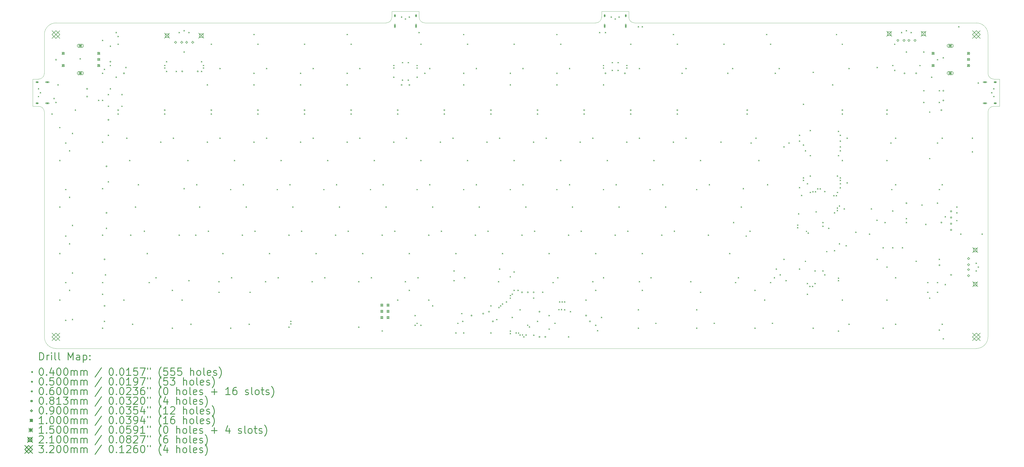
<source format=gbr>
%FSLAX45Y45*%
G04 Gerber Fmt 4.5, Leading zero omitted, Abs format (unit mm)*
G04 Created by KiCad (PCBNEW (5.1.10)-1) date 2021-10-27 23:44:55*
%MOMM*%
%LPD*%
G01*
G04 APERTURE LIST*
%TA.AperFunction,Profile*%
%ADD10C,0.100000*%
%TD*%
%ADD11C,0.200000*%
%ADD12C,0.300000*%
G04 APERTURE END LIST*
D10*
X6984560Y-18810690D02*
X7222670Y-18810690D01*
X7460780Y-28255720D02*
X7460780Y-19048800D01*
X7460780Y-15874000D02*
X7460780Y-17461400D01*
X7222670Y-17699510D02*
X6984560Y-17699510D01*
X7460780Y-17461400D02*
G75*
G02*
X7222670Y-17699510I-238110J0D01*
G01*
X7222670Y-18810690D02*
G75*
G02*
X7460780Y-19048800I0J-238110D01*
G01*
X31351150Y-15159670D02*
X31351150Y-14921560D01*
X30239970Y-15159670D02*
X30239970Y-14921560D01*
X31589260Y-15397780D02*
X45558380Y-15397780D01*
X23017300Y-15397780D02*
X30001860Y-15397780D01*
X30239970Y-15159670D02*
G75*
G02*
X30001860Y-15397780I-238110J0D01*
G01*
X31589260Y-15397780D02*
G75*
G02*
X31351150Y-15159670I0J238110D01*
G01*
X22779190Y-14921560D02*
X22779190Y-15159670D01*
X21668010Y-14921560D02*
X22779190Y-14921560D01*
X21668010Y-15159670D02*
X21668010Y-14921560D01*
X7937000Y-15397780D02*
X21429900Y-15397780D01*
X21668010Y-15159670D02*
G75*
G02*
X21429900Y-15397780I-238110J0D01*
G01*
X23017300Y-15397780D02*
G75*
G02*
X22779190Y-15159670I0J238110D01*
G01*
X46510820Y-17699510D02*
X46272710Y-17699510D01*
X46510820Y-18810690D02*
X46510820Y-17699510D01*
X46272710Y-18810690D02*
X46510820Y-18810690D01*
X46034600Y-19048800D02*
G75*
G02*
X46272710Y-18810690I238110J0D01*
G01*
X46272710Y-17699510D02*
G75*
G02*
X46034600Y-17461400I0J238110D01*
G01*
X46034600Y-17461400D02*
X46034600Y-15874000D01*
X46034600Y-28255720D02*
X46034600Y-19048800D01*
X6984560Y-17699510D02*
X6984560Y-18810690D01*
X31351150Y-14921560D02*
X30239970Y-14921560D01*
X7937000Y-28731940D02*
X45558380Y-28731940D01*
X46034600Y-28255720D02*
G75*
G02*
X45558380Y-28731940I-476220J0D01*
G01*
X45558380Y-15397780D02*
G75*
G02*
X46034600Y-15874000I0J-476220D01*
G01*
X7460780Y-15874000D02*
G75*
G02*
X7937000Y-15397780I476220J0D01*
G01*
X7937000Y-28731940D02*
G75*
G02*
X7460780Y-28255720I0J476220D01*
G01*
D11*
X7202670Y-18076360D02*
X7242670Y-18116360D01*
X7242670Y-18076360D02*
X7202670Y-18116360D01*
X7202670Y-18393840D02*
X7242670Y-18433840D01*
X7242670Y-18393840D02*
X7202670Y-18433840D01*
X7282040Y-18235100D02*
X7322040Y-18275100D01*
X7322040Y-18235100D02*
X7282040Y-18275100D01*
X7758260Y-19108170D02*
X7798260Y-19148170D01*
X7798260Y-19108170D02*
X7758260Y-19148170D01*
X7837630Y-18473210D02*
X7877630Y-18513210D01*
X7877630Y-18473210D02*
X7837630Y-18513210D01*
X7917000Y-18631950D02*
X7957000Y-18671950D01*
X7957000Y-18631950D02*
X7917000Y-18671950D01*
X8001390Y-17912600D02*
X8041390Y-17952600D01*
X8041390Y-17912600D02*
X8001390Y-17952600D01*
X8075740Y-19663760D02*
X8115740Y-19703760D01*
X8115740Y-19663760D02*
X8075740Y-19703760D01*
X8075740Y-21013050D02*
X8115740Y-21053050D01*
X8115740Y-21013050D02*
X8075740Y-21053050D01*
X8075740Y-22917930D02*
X8115740Y-22957930D01*
X8115740Y-22917930D02*
X8075740Y-22957930D01*
X8075740Y-24822810D02*
X8115740Y-24862810D01*
X8115740Y-24822810D02*
X8075740Y-24862810D01*
X8075740Y-26727690D02*
X8115740Y-26767690D01*
X8115740Y-26727690D02*
X8075740Y-26767690D01*
X8313850Y-20298720D02*
X8353850Y-20338720D01*
X8353850Y-20298720D02*
X8313850Y-20338720D01*
X8313850Y-22203600D02*
X8353850Y-22243600D01*
X8353850Y-22203600D02*
X8313850Y-22243600D01*
X8313850Y-24108480D02*
X8353850Y-24148480D01*
X8353850Y-24108480D02*
X8313850Y-24148480D01*
X8313850Y-26013360D02*
X8353850Y-26053360D01*
X8353850Y-26013360D02*
X8313850Y-26053360D01*
X8313850Y-27561075D02*
X8353850Y-27601075D01*
X8353850Y-27561075D02*
X8313850Y-27601075D01*
X8472590Y-20616200D02*
X8512590Y-20656200D01*
X8512590Y-20616200D02*
X8472590Y-20656200D01*
X8472590Y-22521080D02*
X8512590Y-22561080D01*
X8512590Y-22521080D02*
X8472590Y-22561080D01*
X8472590Y-24425960D02*
X8512590Y-24465960D01*
X8512590Y-24425960D02*
X8472590Y-24465960D01*
X8472590Y-26330840D02*
X8512590Y-26370840D01*
X8512590Y-26330840D02*
X8472590Y-26370840D01*
X8591645Y-19901870D02*
X8631645Y-19941870D01*
X8631645Y-19901870D02*
X8591645Y-19941870D01*
X8591645Y-23671945D02*
X8631645Y-23711945D01*
X8631645Y-23671945D02*
X8591645Y-23711945D01*
X8591645Y-25616510D02*
X8631645Y-25656510D01*
X8631645Y-25616510D02*
X8591645Y-25656510D01*
X8591645Y-27521390D02*
X8631645Y-27561390D01*
X8631645Y-27521390D02*
X8591645Y-27561390D01*
X8710700Y-18949430D02*
X8750700Y-18989430D01*
X8750700Y-18949430D02*
X8710700Y-18989430D01*
X8909125Y-16846125D02*
X8949125Y-16886125D01*
X8949125Y-16846125D02*
X8909125Y-16886125D01*
X9663140Y-18552580D02*
X9703140Y-18592580D01*
X9703140Y-18552580D02*
X9663140Y-18592580D01*
X9821880Y-16092110D02*
X9861880Y-16132110D01*
X9861880Y-16092110D02*
X9821880Y-16132110D01*
X9821880Y-17441400D02*
X9861880Y-17481400D01*
X9861880Y-17441400D02*
X9821880Y-17481400D01*
X9821880Y-18552580D02*
X9861880Y-18592580D01*
X9861880Y-18552580D02*
X9821880Y-18592580D01*
X9821880Y-20259035D02*
X9861880Y-20299035D01*
X9861880Y-20259035D02*
X9821880Y-20299035D01*
X9821880Y-22163915D02*
X9861880Y-22203915D01*
X9861880Y-22163915D02*
X9821880Y-22203915D01*
X9821880Y-24068795D02*
X9861880Y-24108795D01*
X9861880Y-24068795D02*
X9821880Y-24108795D01*
X9821880Y-26013360D02*
X9861880Y-26053360D01*
X9861880Y-26013360D02*
X9821880Y-26053360D01*
X9821880Y-26489580D02*
X9861880Y-26529580D01*
X9861880Y-26489580D02*
X9821880Y-26529580D01*
X9821880Y-27878555D02*
X9861880Y-27918555D01*
X9861880Y-27878555D02*
X9821880Y-27918555D01*
X9901250Y-17282660D02*
X9941250Y-17322660D01*
X9941250Y-17282660D02*
X9901250Y-17322660D01*
X9901250Y-27600760D02*
X9941250Y-27640760D01*
X9941250Y-27600760D02*
X9901250Y-27640760D01*
X9940935Y-25695880D02*
X9980935Y-25735880D01*
X9980935Y-25695880D02*
X9940935Y-25735880D01*
X9980620Y-23791000D02*
X10020620Y-23831000D01*
X10020620Y-23791000D02*
X9980620Y-23831000D01*
X10059990Y-18314470D02*
X10099990Y-18354470D01*
X10099990Y-18314470D02*
X10059990Y-18354470D01*
X10059990Y-18790690D02*
X10099990Y-18830690D01*
X10099990Y-18790690D02*
X10059990Y-18830690D01*
X10059990Y-19981240D02*
X10099990Y-20021240D01*
X10099990Y-19981240D02*
X10059990Y-20021240D01*
X10059990Y-21886120D02*
X10099990Y-21926120D01*
X10099990Y-21886120D02*
X10059990Y-21926120D01*
X10139360Y-16330220D02*
X10179360Y-16370220D01*
X10179360Y-16330220D02*
X10139360Y-16370220D01*
X10139360Y-17123920D02*
X10179360Y-17163920D01*
X10179360Y-17123920D02*
X10139360Y-17163920D01*
X10139360Y-18076360D02*
X10179360Y-18116360D01*
X10179360Y-18076360D02*
X10139360Y-18116360D01*
X10377470Y-15774630D02*
X10417470Y-15814630D01*
X10417470Y-15774630D02*
X10377470Y-15814630D01*
X10377470Y-17600140D02*
X10417470Y-17640140D01*
X10417470Y-17600140D02*
X10377470Y-17640140D01*
X10456840Y-15933370D02*
X10496840Y-15973370D01*
X10496840Y-15933370D02*
X10456840Y-15973370D01*
X10456840Y-16250850D02*
X10496840Y-16290850D01*
X10496840Y-16250850D02*
X10456840Y-16290850D01*
X10456840Y-19108170D02*
X10496840Y-19148170D01*
X10496840Y-19108170D02*
X10456840Y-19148170D01*
X10615580Y-18314470D02*
X10655580Y-18354470D01*
X10655580Y-18314470D02*
X10615580Y-18354470D01*
X10615580Y-18790690D02*
X10655580Y-18830690D01*
X10655580Y-18790690D02*
X10615580Y-18830690D01*
X10694950Y-26727690D02*
X10734950Y-26767690D01*
X10734950Y-26727690D02*
X10694950Y-26767690D01*
X10774320Y-17203290D02*
X10814320Y-17243290D01*
X10814320Y-17203290D02*
X10774320Y-17243290D01*
X10814005Y-20100295D02*
X10854005Y-20140295D01*
X10854005Y-20100295D02*
X10814005Y-20140295D01*
X10933060Y-21013050D02*
X10973060Y-21053050D01*
X10973060Y-21013050D02*
X10933060Y-21053050D01*
X10972745Y-24068795D02*
X11012745Y-24108795D01*
X11012745Y-24068795D02*
X10972745Y-24108795D01*
X11052115Y-27719815D02*
X11092115Y-27759815D01*
X11092115Y-27719815D02*
X11052115Y-27759815D01*
X11171170Y-22917930D02*
X11211170Y-22957930D01*
X11211170Y-22917930D02*
X11171170Y-22957930D01*
X11290225Y-22005175D02*
X11330225Y-22045175D01*
X11330225Y-22005175D02*
X11290225Y-22045175D01*
X11528335Y-23910055D02*
X11568335Y-23950055D01*
X11568335Y-23910055D02*
X11528335Y-23950055D01*
X11647390Y-24822810D02*
X11687390Y-24862810D01*
X11687390Y-24822810D02*
X11647390Y-24862810D01*
X11726760Y-26013360D02*
X11766760Y-26053360D01*
X11766760Y-26013360D02*
X11726760Y-26053360D01*
X12004555Y-25814935D02*
X12044555Y-25854935D01*
X12044555Y-25814935D02*
X12004555Y-25854935D01*
X12202980Y-20259035D02*
X12242980Y-20299035D01*
X12242980Y-20259035D02*
X12202980Y-20299035D01*
X12361720Y-17123920D02*
X12401720Y-17163920D01*
X12401720Y-17123920D02*
X12361720Y-17163920D01*
X12361720Y-17223920D02*
X12401720Y-17263920D01*
X12401720Y-17223920D02*
X12361720Y-17263920D01*
X12361720Y-19108170D02*
X12401720Y-19148170D01*
X12401720Y-19108170D02*
X12361720Y-19148170D01*
X12441090Y-16965180D02*
X12481090Y-17005180D01*
X12481090Y-16965180D02*
X12441090Y-17005180D01*
X12441090Y-17362030D02*
X12481090Y-17402030D01*
X12481090Y-17362030D02*
X12441090Y-17402030D01*
X12679200Y-26330840D02*
X12719200Y-26370840D01*
X12719200Y-26330840D02*
X12679200Y-26370840D01*
X12679200Y-27878555D02*
X12719200Y-27918555D01*
X12719200Y-27878555D02*
X12679200Y-27918555D01*
X12718885Y-20100295D02*
X12758885Y-20140295D01*
X12758885Y-20100295D02*
X12718885Y-20140295D01*
X12837940Y-17362030D02*
X12877940Y-17402030D01*
X12877940Y-17362030D02*
X12837940Y-17402030D01*
X12956995Y-15774630D02*
X12996995Y-15814630D01*
X12996995Y-15774630D02*
X12956995Y-15814630D01*
X12956995Y-24068795D02*
X12996995Y-24108795D01*
X12996995Y-24068795D02*
X12956995Y-24108795D01*
X13076050Y-26727690D02*
X13116050Y-26767690D01*
X13116050Y-26727690D02*
X13076050Y-26767690D01*
X13155420Y-15695260D02*
X13195420Y-15735260D01*
X13195420Y-15695260D02*
X13155420Y-15735260D01*
X13155420Y-16568330D02*
X13195420Y-16608330D01*
X13195420Y-16568330D02*
X13155420Y-16608330D01*
X13155420Y-22163915D02*
X13195420Y-22203915D01*
X13195420Y-22163915D02*
X13155420Y-22203915D01*
X13314160Y-21013050D02*
X13354160Y-21053050D01*
X13354160Y-21013050D02*
X13314160Y-21053050D01*
X13353845Y-15774630D02*
X13393845Y-15814630D01*
X13393845Y-15774630D02*
X13353845Y-15814630D01*
X13353845Y-25933990D02*
X13393845Y-25973990D01*
X13393845Y-25933990D02*
X13353845Y-25973990D01*
X13433215Y-27719815D02*
X13473215Y-27759815D01*
X13473215Y-27719815D02*
X13433215Y-27759815D01*
X13631640Y-24068795D02*
X13671640Y-24108795D01*
X13671640Y-24068795D02*
X13631640Y-24108795D01*
X13671325Y-22005175D02*
X13711325Y-22045175D01*
X13711325Y-22005175D02*
X13671325Y-22045175D01*
X13790380Y-22917930D02*
X13830380Y-22957930D01*
X13830380Y-22917930D02*
X13790380Y-22957930D01*
X13869750Y-16965180D02*
X13909750Y-17005180D01*
X13909750Y-16965180D02*
X13869750Y-17005180D01*
X13869750Y-17362030D02*
X13909750Y-17402030D01*
X13909750Y-17362030D02*
X13869750Y-17402030D01*
X13949120Y-17123920D02*
X13989120Y-17163920D01*
X13989120Y-17123920D02*
X13949120Y-17163920D01*
X13949120Y-17223920D02*
X13989120Y-17263920D01*
X13989120Y-17223920D02*
X13949120Y-17263920D01*
X14107860Y-17917620D02*
X14147860Y-17957620D01*
X14147860Y-17917620D02*
X14107860Y-17957620D01*
X14107860Y-20259035D02*
X14147860Y-20299035D01*
X14147860Y-20259035D02*
X14107860Y-20299035D01*
X14147545Y-23910055D02*
X14187545Y-23950055D01*
X14187545Y-23910055D02*
X14147545Y-23950055D01*
X14266600Y-16250850D02*
X14306600Y-16290850D01*
X14306600Y-16250850D02*
X14266600Y-16290850D01*
X14266600Y-19108170D02*
X14306600Y-19148170D01*
X14306600Y-19108170D02*
X14266600Y-19148170D01*
X14584080Y-25973675D02*
X14624080Y-26013675D01*
X14624080Y-25973675D02*
X14584080Y-26013675D01*
X14584080Y-26410210D02*
X14624080Y-26450210D01*
X14624080Y-26410210D02*
X14584080Y-26450210D01*
X14623765Y-17242975D02*
X14663765Y-17282975D01*
X14663765Y-17242975D02*
X14623765Y-17282975D01*
X14623765Y-20100295D02*
X14663765Y-20140295D01*
X14663765Y-20100295D02*
X14623765Y-20140295D01*
X14742820Y-24822810D02*
X14782820Y-24862810D01*
X14782820Y-24822810D02*
X14742820Y-24862810D01*
X15060300Y-22203600D02*
X15100300Y-22243600D01*
X15100300Y-22203600D02*
X15060300Y-22243600D01*
X15060300Y-27878555D02*
X15100300Y-27918555D01*
X15100300Y-27878555D02*
X15060300Y-27918555D01*
X15099985Y-25814935D02*
X15139985Y-25854935D01*
X15139985Y-25814935D02*
X15099985Y-25854935D01*
X15219040Y-21013050D02*
X15259040Y-21053050D01*
X15259040Y-21013050D02*
X15219040Y-21053050D01*
X15536520Y-24068795D02*
X15576520Y-24108795D01*
X15576520Y-24068795D02*
X15536520Y-24108795D01*
X15576205Y-22005175D02*
X15616205Y-22045175D01*
X15616205Y-22005175D02*
X15576205Y-22045175D01*
X15695260Y-22917930D02*
X15735260Y-22957930D01*
X15735260Y-22917930D02*
X15695260Y-22957930D01*
X15814315Y-27719815D02*
X15854315Y-27759815D01*
X15854315Y-27719815D02*
X15814315Y-27759815D01*
X15854000Y-26410210D02*
X15894000Y-26450210D01*
X15894000Y-26410210D02*
X15854000Y-26450210D01*
X16012740Y-15854000D02*
X16052740Y-15894000D01*
X16052740Y-15854000D02*
X16012740Y-15894000D01*
X16012740Y-17441400D02*
X16052740Y-17481400D01*
X16052740Y-17441400D02*
X16012740Y-17481400D01*
X16012740Y-17917620D02*
X16052740Y-17957620D01*
X16052740Y-17917620D02*
X16012740Y-17957620D01*
X16012740Y-20259035D02*
X16052740Y-20299035D01*
X16052740Y-20259035D02*
X16012740Y-20299035D01*
X16052425Y-23910055D02*
X16092425Y-23950055D01*
X16092425Y-23910055D02*
X16052425Y-23950055D01*
X16171480Y-16250850D02*
X16211480Y-16290850D01*
X16211480Y-16250850D02*
X16171480Y-16290850D01*
X16171480Y-19108170D02*
X16211480Y-19148170D01*
X16211480Y-19108170D02*
X16171480Y-19148170D01*
X16488960Y-25973675D02*
X16528960Y-26013675D01*
X16528960Y-25973675D02*
X16488960Y-26013675D01*
X16528645Y-17242975D02*
X16568645Y-17282975D01*
X16568645Y-17242975D02*
X16528645Y-17282975D01*
X16528645Y-20100295D02*
X16568645Y-20140295D01*
X16568645Y-20100295D02*
X16528645Y-20140295D01*
X16647700Y-24822810D02*
X16687700Y-24862810D01*
X16687700Y-24822810D02*
X16647700Y-24862810D01*
X16965180Y-22203600D02*
X17005180Y-22243600D01*
X17005180Y-22203600D02*
X16965180Y-22243600D01*
X17004865Y-25814935D02*
X17044865Y-25854935D01*
X17044865Y-25814935D02*
X17004865Y-25854935D01*
X17123920Y-21013050D02*
X17163920Y-21053050D01*
X17163920Y-21013050D02*
X17123920Y-21053050D01*
X17441400Y-24068795D02*
X17481400Y-24108795D01*
X17481400Y-24068795D02*
X17441400Y-24108795D01*
X17441400Y-27838870D02*
X17481400Y-27878870D01*
X17481400Y-27838870D02*
X17441400Y-27878870D01*
X17481085Y-22005175D02*
X17521085Y-22045175D01*
X17521085Y-22005175D02*
X17481085Y-22045175D01*
X17520770Y-27600760D02*
X17560770Y-27640760D01*
X17560770Y-27600760D02*
X17520770Y-27640760D01*
X17520770Y-27700760D02*
X17560770Y-27740760D01*
X17560770Y-27700760D02*
X17520770Y-27740760D01*
X17600140Y-22917930D02*
X17640140Y-22957930D01*
X17640140Y-22917930D02*
X17600140Y-22957930D01*
X17917620Y-17441400D02*
X17957620Y-17481400D01*
X17957620Y-17441400D02*
X17917620Y-17481400D01*
X17917620Y-17917620D02*
X17957620Y-17957620D01*
X17957620Y-17917620D02*
X17917620Y-17957620D01*
X17917620Y-20259035D02*
X17957620Y-20299035D01*
X17957620Y-20259035D02*
X17917620Y-20299035D01*
X17957305Y-23910055D02*
X17997305Y-23950055D01*
X17997305Y-23910055D02*
X17957305Y-23950055D01*
X18076360Y-16250850D02*
X18116360Y-16290850D01*
X18116360Y-16250850D02*
X18076360Y-16290850D01*
X18076360Y-19108170D02*
X18116360Y-19148170D01*
X18116360Y-19108170D02*
X18076360Y-19148170D01*
X18393840Y-25973675D02*
X18433840Y-26013675D01*
X18433840Y-25973675D02*
X18393840Y-26013675D01*
X18433525Y-17242975D02*
X18473525Y-17282975D01*
X18473525Y-17242975D02*
X18433525Y-17282975D01*
X18433525Y-20100295D02*
X18473525Y-20140295D01*
X18473525Y-20100295D02*
X18433525Y-20140295D01*
X18552580Y-24822810D02*
X18592580Y-24862810D01*
X18592580Y-24822810D02*
X18552580Y-24862810D01*
X18870060Y-22203600D02*
X18910060Y-22243600D01*
X18910060Y-22203600D02*
X18870060Y-22243600D01*
X18909745Y-25814935D02*
X18949745Y-25854935D01*
X18949745Y-25814935D02*
X18909745Y-25854935D01*
X19028800Y-21013050D02*
X19068800Y-21053050D01*
X19068800Y-21013050D02*
X19028800Y-21053050D01*
X19346280Y-24068795D02*
X19386280Y-24108795D01*
X19386280Y-24068795D02*
X19346280Y-24108795D01*
X19385965Y-22005175D02*
X19425965Y-22045175D01*
X19425965Y-22005175D02*
X19385965Y-22045175D01*
X19505020Y-22917930D02*
X19545020Y-22957930D01*
X19545020Y-22917930D02*
X19505020Y-22957930D01*
X19822500Y-15854000D02*
X19862500Y-15894000D01*
X19862500Y-15854000D02*
X19822500Y-15894000D01*
X19822500Y-17441400D02*
X19862500Y-17481400D01*
X19862500Y-17441400D02*
X19822500Y-17481400D01*
X19822500Y-17917620D02*
X19862500Y-17957620D01*
X19862500Y-17917620D02*
X19822500Y-17957620D01*
X19822500Y-20259035D02*
X19862500Y-20299035D01*
X19862500Y-20259035D02*
X19822500Y-20299035D01*
X19862185Y-23910055D02*
X19902185Y-23950055D01*
X19902185Y-23910055D02*
X19862185Y-23950055D01*
X19981240Y-16250850D02*
X20021240Y-16290850D01*
X20021240Y-16250850D02*
X19981240Y-16290850D01*
X19981240Y-19108170D02*
X20021240Y-19148170D01*
X20021240Y-19108170D02*
X19981240Y-19148170D01*
X20298720Y-25973675D02*
X20338720Y-26013675D01*
X20338720Y-25973675D02*
X20298720Y-26013675D01*
X20298720Y-27838870D02*
X20338720Y-27878870D01*
X20338720Y-27838870D02*
X20298720Y-27878870D01*
X20338405Y-17242975D02*
X20378405Y-17282975D01*
X20378405Y-17242975D02*
X20338405Y-17282975D01*
X20338405Y-20100295D02*
X20378405Y-20140295D01*
X20378405Y-20100295D02*
X20338405Y-20140295D01*
X20457460Y-24822810D02*
X20497460Y-24862810D01*
X20497460Y-24822810D02*
X20457460Y-24862810D01*
X20774940Y-22203600D02*
X20814940Y-22243600D01*
X20814940Y-22203600D02*
X20774940Y-22243600D01*
X20814625Y-25814935D02*
X20854625Y-25854935D01*
X20854625Y-25814935D02*
X20814625Y-25854935D01*
X20933680Y-21013050D02*
X20973680Y-21053050D01*
X20973680Y-21013050D02*
X20933680Y-21053050D01*
X21251160Y-24068795D02*
X21291160Y-24108795D01*
X21291160Y-24068795D02*
X21251160Y-24108795D01*
X21251160Y-27993848D02*
X21291160Y-28033848D01*
X21291160Y-27993848D02*
X21251160Y-28033848D01*
X21290845Y-22005175D02*
X21330845Y-22045175D01*
X21330845Y-22005175D02*
X21290845Y-22045175D01*
X21409900Y-22917930D02*
X21449900Y-22957930D01*
X21449900Y-22917930D02*
X21409900Y-22957930D01*
X21727380Y-17123920D02*
X21767380Y-17163920D01*
X21767380Y-17123920D02*
X21727380Y-17163920D01*
X21727380Y-17223920D02*
X21767380Y-17263920D01*
X21767380Y-17223920D02*
X21727380Y-17263920D01*
X21727380Y-17600140D02*
X21767380Y-17640140D01*
X21767380Y-17600140D02*
X21727380Y-17640140D01*
X21727380Y-20259035D02*
X21767380Y-20299035D01*
X21767380Y-20259035D02*
X21727380Y-20299035D01*
X21767065Y-23910055D02*
X21807065Y-23950055D01*
X21807065Y-23910055D02*
X21767065Y-23950055D01*
X21886120Y-19108170D02*
X21926120Y-19148170D01*
X21926120Y-19108170D02*
X21886120Y-19148170D01*
X21886120Y-26727690D02*
X21926120Y-26767690D01*
X21926120Y-26727690D02*
X21886120Y-26767690D01*
X22044860Y-15139670D02*
X22084860Y-15179670D01*
X22084860Y-15139670D02*
X22044860Y-15179670D01*
X22084545Y-17004865D02*
X22124545Y-17044865D01*
X22124545Y-17004865D02*
X22084545Y-17044865D01*
X22084545Y-17719195D02*
X22124545Y-17759195D01*
X22124545Y-17719195D02*
X22084545Y-17759195D01*
X22203600Y-15219040D02*
X22243600Y-15259040D01*
X22243600Y-15219040D02*
X22203600Y-15259040D01*
X22203600Y-25973675D02*
X22243600Y-26013675D01*
X22243600Y-25973675D02*
X22203600Y-26013675D01*
X22243285Y-20100295D02*
X22283285Y-20140295D01*
X22283285Y-20100295D02*
X22243285Y-20140295D01*
X22322655Y-17004865D02*
X22362655Y-17044865D01*
X22362655Y-17004865D02*
X22322655Y-17044865D01*
X22322655Y-17719195D02*
X22362655Y-17759195D01*
X22362655Y-17719195D02*
X22322655Y-17759195D01*
X22362340Y-15139670D02*
X22402340Y-15179670D01*
X22402340Y-15139670D02*
X22362340Y-15179670D01*
X22362340Y-24822810D02*
X22402340Y-24862810D01*
X22402340Y-24822810D02*
X22362340Y-24862810D01*
X22362340Y-26330840D02*
X22402340Y-26370840D01*
X22402340Y-26330840D02*
X22362340Y-26370840D01*
X22600450Y-27362650D02*
X22640450Y-27402650D01*
X22640450Y-27362650D02*
X22600450Y-27402650D01*
X22600450Y-27759500D02*
X22640450Y-27799500D01*
X22640450Y-27759500D02*
X22600450Y-27799500D01*
X22679820Y-17123920D02*
X22719820Y-17163920D01*
X22719820Y-17123920D02*
X22679820Y-17163920D01*
X22679820Y-17223920D02*
X22719820Y-17263920D01*
X22719820Y-17223920D02*
X22679820Y-17263920D01*
X22679820Y-17600140D02*
X22719820Y-17640140D01*
X22719820Y-17600140D02*
X22679820Y-17640140D01*
X22679820Y-22203600D02*
X22719820Y-22243600D01*
X22719820Y-22203600D02*
X22679820Y-22243600D01*
X22679820Y-27680130D02*
X22719820Y-27720130D01*
X22719820Y-27680130D02*
X22679820Y-27720130D01*
X22719505Y-25814935D02*
X22759505Y-25854935D01*
X22759505Y-25814935D02*
X22719505Y-25854935D01*
X22759190Y-15774630D02*
X22799190Y-15814630D01*
X22799190Y-15774630D02*
X22759190Y-15814630D01*
X22838560Y-16250850D02*
X22878560Y-16290850D01*
X22878560Y-16250850D02*
X22838560Y-16290850D01*
X22838560Y-21013050D02*
X22878560Y-21053050D01*
X22878560Y-21013050D02*
X22838560Y-21053050D01*
X22838560Y-27759500D02*
X22878560Y-27799500D01*
X22878560Y-27759500D02*
X22838560Y-27799500D01*
X22997300Y-17441400D02*
X23037300Y-17481400D01*
X23037300Y-17441400D02*
X22997300Y-17481400D01*
X23156040Y-24068795D02*
X23196040Y-24108795D01*
X23196040Y-24068795D02*
X23156040Y-24108795D01*
X23156040Y-26727690D02*
X23196040Y-26767690D01*
X23196040Y-26727690D02*
X23156040Y-26767690D01*
X23195725Y-17242975D02*
X23235725Y-17282975D01*
X23235725Y-17242975D02*
X23195725Y-17282975D01*
X23195725Y-22005175D02*
X23235725Y-22045175D01*
X23235725Y-22005175D02*
X23195725Y-22045175D01*
X23314780Y-22917930D02*
X23354780Y-22957930D01*
X23354780Y-22917930D02*
X23314780Y-22957930D01*
X23314780Y-26965800D02*
X23354780Y-27005800D01*
X23354780Y-26965800D02*
X23314780Y-27005800D01*
X23632260Y-20259035D02*
X23672260Y-20299035D01*
X23672260Y-20259035D02*
X23632260Y-20299035D01*
X23671945Y-23910055D02*
X23711945Y-23950055D01*
X23711945Y-23910055D02*
X23671945Y-23950055D01*
X23791000Y-19108170D02*
X23831000Y-19148170D01*
X23831000Y-19108170D02*
X23791000Y-19148170D01*
X24148165Y-20100295D02*
X24188165Y-20140295D01*
X24188165Y-20100295D02*
X24148165Y-20140295D01*
X24187850Y-25537140D02*
X24227850Y-25577140D01*
X24227850Y-25537140D02*
X24187850Y-25577140D01*
X24187850Y-25933990D02*
X24227850Y-25973990D01*
X24227850Y-25933990D02*
X24187850Y-25973990D01*
X24267220Y-24822810D02*
X24307220Y-24862810D01*
X24307220Y-24822810D02*
X24267220Y-24862810D01*
X24267220Y-28076980D02*
X24307220Y-28116980D01*
X24307220Y-28076980D02*
X24267220Y-28116980D01*
X24346590Y-27680130D02*
X24386590Y-27720130D01*
X24386590Y-27680130D02*
X24346590Y-27720130D01*
X24505330Y-27283280D02*
X24545330Y-27323280D01*
X24545330Y-27283280D02*
X24505330Y-27323280D01*
X24545015Y-27600760D02*
X24585015Y-27640760D01*
X24585015Y-27600760D02*
X24545015Y-27640760D01*
X24584700Y-15854000D02*
X24624700Y-15894000D01*
X24624700Y-15854000D02*
X24584700Y-15894000D01*
X24584700Y-17441400D02*
X24624700Y-17481400D01*
X24624700Y-17441400D02*
X24584700Y-17481400D01*
X24584700Y-17917620D02*
X24624700Y-17957620D01*
X24624700Y-17917620D02*
X24584700Y-17957620D01*
X24584700Y-22203600D02*
X24624700Y-22243600D01*
X24624700Y-22203600D02*
X24584700Y-22243600D01*
X24584700Y-28076980D02*
X24624700Y-28116980D01*
X24624700Y-28076980D02*
X24584700Y-28116980D01*
X24624385Y-25814935D02*
X24664385Y-25854935D01*
X24664385Y-25814935D02*
X24624385Y-25854935D01*
X24743440Y-16250850D02*
X24783440Y-16290850D01*
X24783440Y-16250850D02*
X24743440Y-16290850D01*
X24743440Y-21013050D02*
X24783440Y-21053050D01*
X24783440Y-21013050D02*
X24743440Y-21053050D01*
X25060920Y-24068795D02*
X25100920Y-24108795D01*
X25100920Y-24068795D02*
X25060920Y-24108795D01*
X25100605Y-17242975D02*
X25140605Y-17282975D01*
X25140605Y-17242975D02*
X25100605Y-17282975D01*
X25100605Y-22005175D02*
X25140605Y-22045175D01*
X25140605Y-22005175D02*
X25100605Y-22045175D01*
X25219660Y-22917930D02*
X25259660Y-22957930D01*
X25259660Y-22917930D02*
X25219660Y-22957930D01*
X25537140Y-20259035D02*
X25577140Y-20299035D01*
X25577140Y-20259035D02*
X25537140Y-20299035D01*
X25576825Y-23910055D02*
X25616825Y-23950055D01*
X25616825Y-23910055D02*
X25576825Y-23950055D01*
X25695880Y-19108170D02*
X25735880Y-19148170D01*
X25735880Y-19108170D02*
X25695880Y-19148170D01*
X25695880Y-26965800D02*
X25735880Y-27005800D01*
X25735880Y-26965800D02*
X25695880Y-27005800D01*
X25695880Y-28076980D02*
X25735880Y-28116980D01*
X25735880Y-28076980D02*
X25695880Y-28116980D01*
X25935777Y-27528574D02*
X25975777Y-27568574D01*
X25975777Y-27528574D02*
X25935777Y-27568574D01*
X26013360Y-25973675D02*
X26053360Y-26013675D01*
X26053360Y-25973675D02*
X26013360Y-26013675D01*
X26024940Y-27033590D02*
X26064940Y-27073590D01*
X26064940Y-27033590D02*
X26024940Y-27073590D01*
X26053045Y-20100295D02*
X26093045Y-20140295D01*
X26093045Y-20100295D02*
X26053045Y-20140295D01*
X26053045Y-25457770D02*
X26093045Y-25497770D01*
X26093045Y-25457770D02*
X26053045Y-25497770D01*
X26095651Y-26962879D02*
X26135651Y-27002879D01*
X26135651Y-26962879D02*
X26095651Y-27002879D01*
X26172100Y-24822810D02*
X26212100Y-24862810D01*
X26212100Y-24822810D02*
X26172100Y-24862810D01*
X26172100Y-26886430D02*
X26212100Y-26926430D01*
X26212100Y-26886430D02*
X26172100Y-26926430D01*
X26330840Y-26807060D02*
X26370840Y-26847060D01*
X26370840Y-26807060D02*
X26330840Y-26847060D01*
X26489214Y-28098901D02*
X26529214Y-28138901D01*
X26529214Y-28098901D02*
X26489214Y-28138901D01*
X26489580Y-17441400D02*
X26529580Y-17481400D01*
X26529580Y-17441400D02*
X26489580Y-17481400D01*
X26489580Y-17917620D02*
X26529580Y-17957620D01*
X26529580Y-17917620D02*
X26489580Y-17957620D01*
X26489580Y-22203600D02*
X26529580Y-22243600D01*
X26529580Y-22203600D02*
X26489580Y-22243600D01*
X26489580Y-25775250D02*
X26529580Y-25815250D01*
X26529580Y-25775250D02*
X26489580Y-25815250D01*
X26489580Y-26648320D02*
X26529580Y-26688320D01*
X26529580Y-26648320D02*
X26489580Y-26688320D01*
X26490845Y-26547055D02*
X26530845Y-26587055D01*
X26530845Y-26547055D02*
X26490845Y-26587055D01*
X26490885Y-27998915D02*
X26530885Y-28038915D01*
X26530885Y-27998915D02*
X26490885Y-28038915D01*
X26568950Y-27442020D02*
X26608950Y-27482020D01*
X26608950Y-27442020D02*
X26568950Y-27482020D01*
X26571388Y-26487786D02*
X26611388Y-26527786D01*
X26611388Y-26487786D02*
X26571388Y-26527786D01*
X26648320Y-16250850D02*
X26688320Y-16290850D01*
X26688320Y-16250850D02*
X26648320Y-16290850D01*
X26648320Y-21013050D02*
X26688320Y-21053050D01*
X26688320Y-21013050D02*
X26648320Y-21053050D01*
X26648320Y-25576825D02*
X26688320Y-25616825D01*
X26688320Y-25576825D02*
X26648320Y-25616825D01*
X26648320Y-26330840D02*
X26688320Y-26370840D01*
X26688320Y-26330840D02*
X26648320Y-26370840D01*
X26727690Y-28076980D02*
X26767690Y-28116980D01*
X26767690Y-28076980D02*
X26727690Y-28116980D01*
X26807060Y-26330840D02*
X26847060Y-26370840D01*
X26847060Y-26330840D02*
X26807060Y-26370840D01*
X26828862Y-28078339D02*
X26868862Y-28118339D01*
X26868862Y-28078339D02*
X26828862Y-28118339D01*
X26886430Y-27124540D02*
X26926430Y-27164540D01*
X26926430Y-27124540D02*
X26886430Y-27164540D01*
X26888239Y-28158802D02*
X26928239Y-28198802D01*
X26928239Y-28158802D02*
X26888239Y-28198802D01*
X26965800Y-24068795D02*
X27005800Y-24108795D01*
X27005800Y-24068795D02*
X26965800Y-24108795D01*
X26988190Y-28155642D02*
X27028190Y-28195642D01*
X27028190Y-28155642D02*
X26988190Y-28195642D01*
X27005485Y-17242975D02*
X27045485Y-17282975D01*
X27045485Y-17242975D02*
X27005485Y-17282975D01*
X27005485Y-22005175D02*
X27045485Y-22045175D01*
X27045485Y-22005175D02*
X27005485Y-22045175D01*
X27046167Y-28237121D02*
X27086167Y-28277121D01*
X27086167Y-28237121D02*
X27046167Y-28277121D01*
X27124540Y-22917930D02*
X27164540Y-22957930D01*
X27164540Y-22917930D02*
X27124540Y-22957930D01*
X27133190Y-28156350D02*
X27173190Y-28196350D01*
X27173190Y-28156350D02*
X27133190Y-28196350D01*
X27200989Y-27756579D02*
X27240989Y-27796579D01*
X27240989Y-27756579D02*
X27200989Y-27796579D01*
X27271700Y-27827290D02*
X27311700Y-27867290D01*
X27311700Y-27827290D02*
X27271700Y-27867290D01*
X27442020Y-20259035D02*
X27482020Y-20299035D01*
X27482020Y-20259035D02*
X27442020Y-20299035D01*
X27442020Y-26648320D02*
X27482020Y-26688320D01*
X27482020Y-26648320D02*
X27442020Y-26688320D01*
X27453035Y-28167365D02*
X27493035Y-28207365D01*
X27493035Y-28167365D02*
X27453035Y-28207365D01*
X27481705Y-23910055D02*
X27521705Y-23950055D01*
X27521705Y-23910055D02*
X27481705Y-23950055D01*
X27600760Y-19108170D02*
X27640760Y-19148170D01*
X27640760Y-19108170D02*
X27600760Y-19148170D01*
X27600760Y-27600760D02*
X27640760Y-27640760D01*
X27640760Y-27600760D02*
X27600760Y-27640760D01*
X27816975Y-26408945D02*
X27856975Y-26448945D01*
X27856975Y-26408945D02*
X27816975Y-26448945D01*
X27957925Y-20100295D02*
X27997925Y-20140295D01*
X27997925Y-20100295D02*
X27957925Y-20140295D01*
X28076980Y-24822810D02*
X28116980Y-24862810D01*
X28116980Y-24822810D02*
X28076980Y-24862810D01*
X28076980Y-27362650D02*
X28116980Y-27402650D01*
X28116980Y-27362650D02*
X28076980Y-27402650D01*
X28076980Y-27918240D02*
X28116980Y-27958240D01*
X28116980Y-27918240D02*
X28076980Y-27958240D01*
X28235720Y-26013360D02*
X28275720Y-26053360D01*
X28275720Y-26013360D02*
X28235720Y-26053360D01*
X28315090Y-27680130D02*
X28355090Y-27720130D01*
X28355090Y-27680130D02*
X28315090Y-27720130D01*
X28394460Y-15854000D02*
X28434460Y-15894000D01*
X28434460Y-15854000D02*
X28394460Y-15894000D01*
X28394460Y-17441400D02*
X28434460Y-17481400D01*
X28434460Y-17441400D02*
X28394460Y-17481400D01*
X28394460Y-17917620D02*
X28434460Y-17957620D01*
X28434460Y-17917620D02*
X28394460Y-17957620D01*
X28394460Y-22203600D02*
X28434460Y-22243600D01*
X28434460Y-22203600D02*
X28394460Y-22243600D01*
X28434145Y-25814935D02*
X28474145Y-25854935D01*
X28474145Y-25814935D02*
X28434145Y-25854935D01*
X28476750Y-27121620D02*
X28516750Y-27161620D01*
X28516750Y-27121620D02*
X28476750Y-27161620D01*
X28508321Y-26805618D02*
X28548321Y-26845618D01*
X28548321Y-26805618D02*
X28508321Y-26845618D01*
X28553200Y-16250850D02*
X28593200Y-16290850D01*
X28593200Y-16250850D02*
X28553200Y-16290850D01*
X28553200Y-21013050D02*
X28593200Y-21053050D01*
X28593200Y-21013050D02*
X28553200Y-21053050D01*
X28581182Y-27120932D02*
X28621182Y-27160932D01*
X28621182Y-27120932D02*
X28581182Y-27160932D01*
X28610675Y-26805795D02*
X28650675Y-26845795D01*
X28650675Y-26805795D02*
X28610675Y-26845795D01*
X28711940Y-26807060D02*
X28751940Y-26847060D01*
X28751940Y-26807060D02*
X28711940Y-26847060D01*
X28711940Y-27124540D02*
X28751940Y-27164540D01*
X28751940Y-27124540D02*
X28711940Y-27164540D01*
X28870680Y-24068795D02*
X28910680Y-24108795D01*
X28910680Y-24068795D02*
X28870680Y-24108795D01*
X28870680Y-28235720D02*
X28910680Y-28275720D01*
X28910680Y-28235720D02*
X28870680Y-28275720D01*
X28910365Y-17242975D02*
X28950365Y-17282975D01*
X28950365Y-17242975D02*
X28910365Y-17282975D01*
X28910365Y-22005175D02*
X28950365Y-22045175D01*
X28950365Y-22005175D02*
X28910365Y-22045175D01*
X28950050Y-27203910D02*
X28990050Y-27243910D01*
X28990050Y-27203910D02*
X28950050Y-27243910D01*
X29029420Y-22917930D02*
X29069420Y-22957930D01*
X29069420Y-22917930D02*
X29029420Y-22957930D01*
X29346900Y-20259035D02*
X29386900Y-20299035D01*
X29386900Y-20259035D02*
X29346900Y-20299035D01*
X29386585Y-23910055D02*
X29426585Y-23950055D01*
X29426585Y-23910055D02*
X29386585Y-23950055D01*
X29505640Y-19108170D02*
X29545640Y-19148170D01*
X29545640Y-19108170D02*
X29505640Y-19148170D01*
X29585010Y-26727690D02*
X29625010Y-26767690D01*
X29625010Y-26727690D02*
X29585010Y-26767690D01*
X29862805Y-20100295D02*
X29902805Y-20140295D01*
X29902805Y-20100295D02*
X29862805Y-20140295D01*
X29862805Y-25973675D02*
X29902805Y-26013675D01*
X29902805Y-25973675D02*
X29862805Y-26013675D01*
X29981860Y-24822810D02*
X30021860Y-24862810D01*
X30021860Y-24822810D02*
X29981860Y-24862810D01*
X29981860Y-26330840D02*
X30021860Y-26370840D01*
X30021860Y-26330840D02*
X29981860Y-26370840D01*
X29981860Y-27759500D02*
X30021860Y-27799500D01*
X30021860Y-27759500D02*
X29981860Y-27799500D01*
X30061230Y-27984480D02*
X30101230Y-28024480D01*
X30101230Y-27984480D02*
X30061230Y-28024480D01*
X30140600Y-15774630D02*
X30180600Y-15814630D01*
X30180600Y-15774630D02*
X30140600Y-15814630D01*
X30219970Y-27442020D02*
X30259970Y-27482020D01*
X30259970Y-27442020D02*
X30219970Y-27482020D01*
X30299340Y-17123920D02*
X30339340Y-17163920D01*
X30339340Y-17123920D02*
X30299340Y-17163920D01*
X30299340Y-17223920D02*
X30339340Y-17263920D01*
X30339340Y-17223920D02*
X30299340Y-17263920D01*
X30299340Y-17917620D02*
X30339340Y-17957620D01*
X30339340Y-17917620D02*
X30299340Y-17957620D01*
X30299340Y-22203600D02*
X30339340Y-22243600D01*
X30339340Y-22203600D02*
X30299340Y-22243600D01*
X30299340Y-25814935D02*
X30339340Y-25854935D01*
X30339340Y-25814935D02*
X30299340Y-25854935D01*
X30378710Y-15774630D02*
X30418710Y-15814630D01*
X30418710Y-15774630D02*
X30378710Y-15814630D01*
X30458080Y-21013050D02*
X30498080Y-21053050D01*
X30498080Y-21013050D02*
X30458080Y-21053050D01*
X30616820Y-15139670D02*
X30656820Y-15179670D01*
X30656820Y-15139670D02*
X30616820Y-15179670D01*
X30656505Y-17004865D02*
X30696505Y-17044865D01*
X30696505Y-17004865D02*
X30656505Y-17044865D01*
X30656505Y-17322345D02*
X30696505Y-17362345D01*
X30696505Y-17322345D02*
X30656505Y-17362345D01*
X30775560Y-15219040D02*
X30815560Y-15259040D01*
X30815560Y-15219040D02*
X30775560Y-15259040D01*
X30775560Y-24068795D02*
X30815560Y-24108795D01*
X30815560Y-24068795D02*
X30775560Y-24108795D01*
X30815245Y-22005175D02*
X30855245Y-22045175D01*
X30855245Y-22005175D02*
X30815245Y-22045175D01*
X30894615Y-17004865D02*
X30934615Y-17044865D01*
X30934615Y-17004865D02*
X30894615Y-17044865D01*
X30894615Y-17322345D02*
X30934615Y-17362345D01*
X30934615Y-17322345D02*
X30894615Y-17362345D01*
X30934300Y-15139670D02*
X30974300Y-15179670D01*
X30974300Y-15139670D02*
X30934300Y-15179670D01*
X30934300Y-22917930D02*
X30974300Y-22957930D01*
X30974300Y-22917930D02*
X30934300Y-22957930D01*
X31251780Y-17123920D02*
X31291780Y-17163920D01*
X31291780Y-17123920D02*
X31251780Y-17163920D01*
X31251780Y-17223920D02*
X31291780Y-17263920D01*
X31291780Y-17223920D02*
X31251780Y-17263920D01*
X31251780Y-20259035D02*
X31291780Y-20299035D01*
X31291780Y-20259035D02*
X31251780Y-20299035D01*
X31291465Y-23910055D02*
X31331465Y-23950055D01*
X31331465Y-23910055D02*
X31291465Y-23950055D01*
X31410520Y-16250850D02*
X31450520Y-16290850D01*
X31450520Y-16250850D02*
X31410520Y-16290850D01*
X31410520Y-19108170D02*
X31450520Y-19148170D01*
X31450520Y-19108170D02*
X31410520Y-19148170D01*
X31728000Y-15536520D02*
X31768000Y-15576520D01*
X31768000Y-15536520D02*
X31728000Y-15576520D01*
X31728000Y-27124540D02*
X31768000Y-27164540D01*
X31768000Y-27124540D02*
X31728000Y-27164540D01*
X31728000Y-27878555D02*
X31768000Y-27918555D01*
X31768000Y-27878555D02*
X31728000Y-27918555D01*
X31767685Y-17242975D02*
X31807685Y-17282975D01*
X31807685Y-17242975D02*
X31767685Y-17282975D01*
X31767685Y-20100295D02*
X31807685Y-20140295D01*
X31807685Y-20100295D02*
X31767685Y-20140295D01*
X31767685Y-25973675D02*
X31807685Y-26013675D01*
X31807685Y-25973675D02*
X31767685Y-26013675D01*
X31886740Y-15536520D02*
X31926740Y-15576520D01*
X31926740Y-15536520D02*
X31886740Y-15576520D01*
X31886740Y-24822810D02*
X31926740Y-24862810D01*
X31926740Y-24822810D02*
X31886740Y-24862810D01*
X31886740Y-26330840D02*
X31926740Y-26370840D01*
X31926740Y-26330840D02*
X31886740Y-26370840D01*
X32204220Y-22203600D02*
X32244220Y-22243600D01*
X32244220Y-22203600D02*
X32204220Y-22243600D01*
X32243905Y-25814935D02*
X32283905Y-25854935D01*
X32283905Y-25814935D02*
X32243905Y-25854935D01*
X32362960Y-21013050D02*
X32402960Y-21053050D01*
X32402960Y-21013050D02*
X32362960Y-21053050D01*
X32442330Y-27680130D02*
X32482330Y-27720130D01*
X32482330Y-27680130D02*
X32442330Y-27720130D01*
X32680440Y-24068795D02*
X32720440Y-24108795D01*
X32720440Y-24068795D02*
X32680440Y-24108795D01*
X32720125Y-22005175D02*
X32760125Y-22045175D01*
X32760125Y-22005175D02*
X32720125Y-22045175D01*
X32839180Y-22917930D02*
X32879180Y-22957930D01*
X32879180Y-22917930D02*
X32839180Y-22957930D01*
X33156660Y-15854000D02*
X33196660Y-15894000D01*
X33196660Y-15854000D02*
X33156660Y-15894000D01*
X33156660Y-20259035D02*
X33196660Y-20299035D01*
X33196660Y-20259035D02*
X33156660Y-20299035D01*
X33196345Y-23910055D02*
X33236345Y-23950055D01*
X33236345Y-23910055D02*
X33196345Y-23950055D01*
X33315400Y-16250850D02*
X33355400Y-16290850D01*
X33355400Y-16250850D02*
X33315400Y-16290850D01*
X33315400Y-19108170D02*
X33355400Y-19148170D01*
X33355400Y-19108170D02*
X33315400Y-19148170D01*
X33513825Y-17441400D02*
X33553825Y-17481400D01*
X33553825Y-17441400D02*
X33513825Y-17481400D01*
X33672565Y-17242975D02*
X33712565Y-17282975D01*
X33712565Y-17242975D02*
X33672565Y-17282975D01*
X33672565Y-20100295D02*
X33712565Y-20140295D01*
X33712565Y-20100295D02*
X33672565Y-20140295D01*
X33870990Y-25973675D02*
X33910990Y-26013675D01*
X33910990Y-25973675D02*
X33870990Y-26013675D01*
X34109100Y-22203600D02*
X34149100Y-22243600D01*
X34149100Y-22203600D02*
X34109100Y-22243600D01*
X34109100Y-27124540D02*
X34149100Y-27164540D01*
X34149100Y-27124540D02*
X34109100Y-27164540D01*
X34109100Y-27878555D02*
X34149100Y-27918555D01*
X34149100Y-27878555D02*
X34109100Y-27918555D01*
X34267840Y-21013050D02*
X34307840Y-21053050D01*
X34307840Y-21013050D02*
X34267840Y-21053050D01*
X34267840Y-26410210D02*
X34307840Y-26450210D01*
X34307840Y-26410210D02*
X34267840Y-26450210D01*
X34585320Y-24068795D02*
X34625320Y-24108795D01*
X34625320Y-24068795D02*
X34585320Y-24108795D01*
X34625005Y-22005175D02*
X34665005Y-22045175D01*
X34665005Y-22005175D02*
X34625005Y-22045175D01*
X34823430Y-27680130D02*
X34863430Y-27720130D01*
X34863430Y-27680130D02*
X34823430Y-27720130D01*
X35101225Y-20259035D02*
X35141225Y-20299035D01*
X35141225Y-20259035D02*
X35101225Y-20299035D01*
X35220280Y-16250850D02*
X35260280Y-16290850D01*
X35260280Y-16250850D02*
X35220280Y-16290850D01*
X35379020Y-17441400D02*
X35419020Y-17481400D01*
X35419020Y-17441400D02*
X35379020Y-17481400D01*
X35458390Y-24822810D02*
X35498390Y-24862810D01*
X35498390Y-24822810D02*
X35458390Y-24862810D01*
X35577445Y-17242975D02*
X35617445Y-17282975D01*
X35617445Y-17242975D02*
X35577445Y-17282975D01*
X35617130Y-23552890D02*
X35657130Y-23592890D01*
X35657130Y-23552890D02*
X35617130Y-23592890D01*
X35696500Y-26013360D02*
X35736500Y-26053360D01*
X35736500Y-26013360D02*
X35696500Y-26053360D01*
X35815555Y-25814935D02*
X35855555Y-25854935D01*
X35855555Y-25814935D02*
X35815555Y-25854935D01*
X35934610Y-22917930D02*
X35974610Y-22957930D01*
X35974610Y-22917930D02*
X35934610Y-22957930D01*
X36013980Y-22163915D02*
X36053980Y-22203915D01*
X36053980Y-22163915D02*
X36013980Y-22203915D01*
X36133035Y-24108480D02*
X36173035Y-24148480D01*
X36173035Y-24108480D02*
X36133035Y-24148480D01*
X36172720Y-19108170D02*
X36212720Y-19148170D01*
X36212720Y-19108170D02*
X36172720Y-19148170D01*
X36291775Y-23910055D02*
X36331775Y-23950055D01*
X36331775Y-23910055D02*
X36291775Y-23950055D01*
X36331460Y-20298720D02*
X36371460Y-20338720D01*
X36371460Y-20298720D02*
X36331460Y-20338720D01*
X36490200Y-26330840D02*
X36530200Y-26370840D01*
X36530200Y-26330840D02*
X36490200Y-26370840D01*
X36490200Y-27878555D02*
X36530200Y-27918555D01*
X36530200Y-27878555D02*
X36490200Y-27918555D01*
X36529885Y-20100295D02*
X36569885Y-20140295D01*
X36569885Y-20100295D02*
X36529885Y-20140295D01*
X36648940Y-21013050D02*
X36688940Y-21053050D01*
X36688940Y-21013050D02*
X36648940Y-21053050D01*
X36887050Y-26727690D02*
X36927050Y-26767690D01*
X36927050Y-26727690D02*
X36887050Y-26767690D01*
X36966420Y-15854000D02*
X37006420Y-15894000D01*
X37006420Y-15854000D02*
X36966420Y-15894000D01*
X37006105Y-22005175D02*
X37046105Y-22045175D01*
X37046105Y-22005175D02*
X37006105Y-22045175D01*
X37125160Y-16250850D02*
X37165160Y-16290850D01*
X37165160Y-16250850D02*
X37125160Y-16290850D01*
X37125160Y-26013360D02*
X37165160Y-26053360D01*
X37165160Y-26013360D02*
X37125160Y-26053360D01*
X37204530Y-27680130D02*
X37244530Y-27720130D01*
X37244530Y-27680130D02*
X37204530Y-27720130D01*
X37283900Y-25814935D02*
X37323900Y-25854935D01*
X37323900Y-25814935D02*
X37283900Y-25854935D01*
X37323585Y-17441400D02*
X37363585Y-17481400D01*
X37363585Y-17441400D02*
X37323585Y-17481400D01*
X37363270Y-25457770D02*
X37403270Y-25497770D01*
X37403270Y-25457770D02*
X37363270Y-25497770D01*
X37482325Y-17242975D02*
X37522325Y-17282975D01*
X37522325Y-17242975D02*
X37482325Y-17282975D01*
X37522010Y-25695880D02*
X37562010Y-25735880D01*
X37562010Y-25695880D02*
X37522010Y-25735880D01*
X37680750Y-20457460D02*
X37720750Y-20497460D01*
X37720750Y-20457460D02*
X37680750Y-20497460D01*
X37680750Y-25060920D02*
X37720750Y-25100920D01*
X37720750Y-25060920D02*
X37680750Y-25100920D01*
X37760120Y-25933990D02*
X37800120Y-25973990D01*
X37800120Y-25933990D02*
X37760120Y-25973990D01*
X37879175Y-20298720D02*
X37919175Y-20338720D01*
X37919175Y-20298720D02*
X37879175Y-20338720D01*
X38236340Y-23659130D02*
X38276340Y-23699130D01*
X38276340Y-23659130D02*
X38236340Y-23699130D01*
X38236340Y-23764130D02*
X38276340Y-23804130D01*
X38276340Y-23764130D02*
X38236340Y-23804130D01*
X38276025Y-23195725D02*
X38316025Y-23235725D01*
X38316025Y-23195725D02*
X38276025Y-23235725D01*
X38315710Y-19981240D02*
X38355710Y-20021240D01*
X38355710Y-19981240D02*
X38315710Y-20021240D01*
X38315710Y-20219350D02*
X38355710Y-20259350D01*
X38355710Y-20219350D02*
X38315710Y-20259350D01*
X38315710Y-22124230D02*
X38355710Y-22164230D01*
X38355710Y-22124230D02*
X38315710Y-22164230D01*
X38315710Y-25457770D02*
X38355710Y-25497770D01*
X38355710Y-25457770D02*
X38315710Y-25497770D01*
X38395080Y-22441710D02*
X38435080Y-22481710D01*
X38435080Y-22441710D02*
X38395080Y-22481710D01*
X38474450Y-18711320D02*
X38514450Y-18751320D01*
X38514450Y-18711320D02*
X38474450Y-18751320D01*
X38474450Y-20378090D02*
X38514450Y-20418090D01*
X38514450Y-20378090D02*
X38474450Y-20418090D01*
X38474450Y-21727380D02*
X38514450Y-21767380D01*
X38514450Y-21727380D02*
X38474450Y-21767380D01*
X38474450Y-21827380D02*
X38514450Y-21867380D01*
X38514450Y-21827380D02*
X38474450Y-21867380D01*
X38553820Y-20616200D02*
X38593820Y-20656200D01*
X38593820Y-20616200D02*
X38553820Y-20656200D01*
X38553820Y-25140290D02*
X38593820Y-25180290D01*
X38593820Y-25140290D02*
X38553820Y-25180290D01*
X38596067Y-23912617D02*
X38636067Y-23952617D01*
X38636067Y-23912617D02*
X38596067Y-23952617D01*
X38633190Y-21965490D02*
X38673190Y-22005490D01*
X38673190Y-21965490D02*
X38633190Y-22005490D01*
X38633190Y-26053045D02*
X38673190Y-26093045D01*
X38673190Y-26053045D02*
X38633190Y-26093045D01*
X38633190Y-26489580D02*
X38673190Y-26529580D01*
X38673190Y-26489580D02*
X38633190Y-26529580D01*
X38670313Y-23986863D02*
X38710313Y-24026863D01*
X38710313Y-23986863D02*
X38670313Y-24026863D01*
X38739430Y-26172100D02*
X38779430Y-26212100D01*
X38779430Y-26172100D02*
X38739430Y-26212100D01*
X38752245Y-19782815D02*
X38792245Y-19822815D01*
X38792245Y-19782815D02*
X38752245Y-19822815D01*
X38752245Y-20814625D02*
X38792245Y-20854625D01*
X38792245Y-20814625D02*
X38752245Y-20854625D01*
X38752245Y-21648010D02*
X38792245Y-21688010D01*
X38792245Y-21648010D02*
X38752245Y-21688010D01*
X38752245Y-22322655D02*
X38792245Y-22362655D01*
X38792245Y-22322655D02*
X38752245Y-22362655D01*
X38844430Y-26172100D02*
X38884430Y-26212100D01*
X38884430Y-26172100D02*
X38844430Y-26212100D01*
X38858485Y-22294615D02*
X38898485Y-22334615D01*
X38898485Y-22294615D02*
X38858485Y-22334615D01*
X38871300Y-17401715D02*
X38911300Y-17441715D01*
X38911300Y-17401715D02*
X38871300Y-17441715D01*
X38871300Y-27878555D02*
X38911300Y-27918555D01*
X38911300Y-27878555D02*
X38871300Y-27918555D01*
X38950670Y-25537140D02*
X38990670Y-25577140D01*
X38990670Y-25537140D02*
X38950670Y-25577140D01*
X38950670Y-26053045D02*
X38990670Y-26093045D01*
X38990670Y-26053045D02*
X38950670Y-26093045D01*
X38963485Y-22294615D02*
X39003485Y-22334615D01*
X39003485Y-22294615D02*
X38963485Y-22334615D01*
X38990355Y-23116355D02*
X39030355Y-23156355D01*
X39030355Y-23116355D02*
X38990355Y-23156355D01*
X39056910Y-22175326D02*
X39096910Y-22215326D01*
X39096910Y-22175326D02*
X39056910Y-22215326D01*
X39161910Y-22175326D02*
X39201910Y-22215326D01*
X39201910Y-22175326D02*
X39161910Y-22215326D01*
X39268150Y-23552890D02*
X39308150Y-23592890D01*
X39308150Y-23552890D02*
X39268150Y-23592890D01*
X39268150Y-25537140D02*
X39308150Y-25577140D01*
X39308150Y-25537140D02*
X39268150Y-25577140D01*
X39272520Y-23707260D02*
X39312520Y-23747260D01*
X39312520Y-23707260D02*
X39272520Y-23747260D01*
X39347520Y-22282970D02*
X39387520Y-22322970D01*
X39387520Y-22282970D02*
X39347520Y-22322970D01*
X39347520Y-25695880D02*
X39387520Y-25735880D01*
X39387520Y-25695880D02*
X39347520Y-25735880D01*
X39426890Y-24743440D02*
X39466890Y-24783440D01*
X39466890Y-24743440D02*
X39426890Y-24783440D01*
X39506260Y-23791000D02*
X39546260Y-23831000D01*
X39546260Y-23791000D02*
X39506260Y-23831000D01*
X39665000Y-17917620D02*
X39705000Y-17957620D01*
X39705000Y-17917620D02*
X39665000Y-17957620D01*
X39717815Y-22454786D02*
X39757815Y-22494786D01*
X39757815Y-22454786D02*
X39717815Y-22494786D01*
X39744370Y-23156040D02*
X39784370Y-23196040D01*
X39784370Y-23156040D02*
X39744370Y-23196040D01*
X39744370Y-24703755D02*
X39784370Y-24743755D01*
X39784370Y-24703755D02*
X39744370Y-24743755D01*
X39822815Y-22454786D02*
X39862815Y-22494786D01*
X39862815Y-22454786D02*
X39822815Y-22494786D01*
X39823740Y-15854000D02*
X39863740Y-15894000D01*
X39863740Y-15854000D02*
X39823740Y-15894000D01*
X39857480Y-22960050D02*
X39897480Y-23000050D01*
X39897480Y-22960050D02*
X39857480Y-23000050D01*
X39857480Y-23065050D02*
X39897480Y-23105050D01*
X39897480Y-23065050D02*
X39857480Y-23105050D01*
X39863425Y-21648010D02*
X39903425Y-21688010D01*
X39903425Y-21648010D02*
X39863425Y-21688010D01*
X39863425Y-22322655D02*
X39903425Y-22362655D01*
X39903425Y-22322655D02*
X39863425Y-22362655D01*
X39903110Y-19822500D02*
X39943110Y-19862500D01*
X39943110Y-19822500D02*
X39903110Y-19862500D01*
X39903110Y-20814625D02*
X39943110Y-20854625D01*
X39943110Y-20814625D02*
X39903110Y-20854625D01*
X39903110Y-25833990D02*
X39943110Y-25873990D01*
X39943110Y-25833990D02*
X39903110Y-25873990D01*
X39903110Y-25933990D02*
X39943110Y-25973990D01*
X39943110Y-25933990D02*
X39903110Y-25973990D01*
X39903110Y-27997610D02*
X39943110Y-28037610D01*
X39943110Y-27997610D02*
X39903110Y-28037610D01*
X39942795Y-22878245D02*
X39982795Y-22918245D01*
X39982795Y-22878245D02*
X39942795Y-22918245D01*
X39942795Y-24425960D02*
X39982795Y-24465960D01*
X39982795Y-24425960D02*
X39942795Y-24465960D01*
X39977848Y-22128862D02*
X40017848Y-22168862D01*
X40017848Y-22128862D02*
X39977848Y-22168862D01*
X39982480Y-19981240D02*
X40022480Y-20021240D01*
X40022480Y-19981240D02*
X39982480Y-20021240D01*
X39982480Y-20219350D02*
X40022480Y-20259350D01*
X40022480Y-20219350D02*
X39982480Y-20259350D01*
X39982480Y-20457460D02*
X40022480Y-20497460D01*
X40022480Y-20457460D02*
X39982480Y-20497460D01*
X39982480Y-20616200D02*
X40022480Y-20656200D01*
X40022480Y-20616200D02*
X39982480Y-20656200D01*
X39982480Y-21727380D02*
X40022480Y-21767380D01*
X40022480Y-21727380D02*
X39982480Y-21767380D01*
X39982480Y-21827380D02*
X40022480Y-21867380D01*
X40022480Y-21827380D02*
X39982480Y-21867380D01*
X39982480Y-21965490D02*
X40022480Y-22005490D01*
X40022480Y-21965490D02*
X39982480Y-22005490D01*
X40061850Y-16250850D02*
X40101850Y-16290850D01*
X40101850Y-16250850D02*
X40061850Y-16290850D01*
X40061850Y-19108170D02*
X40101850Y-19148170D01*
X40101850Y-19108170D02*
X40061850Y-19148170D01*
X40061850Y-21013050D02*
X40101850Y-21053050D01*
X40101850Y-21013050D02*
X40061850Y-21053050D01*
X40061850Y-26727690D02*
X40101850Y-26767690D01*
X40101850Y-26727690D02*
X40061850Y-26767690D01*
X40141220Y-22997300D02*
X40181220Y-23037300D01*
X40181220Y-22997300D02*
X40141220Y-23037300D01*
X40220590Y-24505330D02*
X40260590Y-24545330D01*
X40260590Y-24505330D02*
X40220590Y-24545330D01*
X40260275Y-20100295D02*
X40300275Y-20140295D01*
X40300275Y-20100295D02*
X40260275Y-20140295D01*
X40260275Y-21925805D02*
X40300275Y-21965805D01*
X40300275Y-21925805D02*
X40260275Y-21965805D01*
X40339645Y-17242975D02*
X40379645Y-17282975D01*
X40379645Y-17242975D02*
X40339645Y-17282975D01*
X40339645Y-27719815D02*
X40379645Y-27759815D01*
X40379645Y-27719815D02*
X40339645Y-27759815D01*
X40617440Y-23949740D02*
X40657440Y-23989740D01*
X40657440Y-23949740D02*
X40617440Y-23989740D01*
X41173030Y-24029110D02*
X41213030Y-24069110D01*
X41213030Y-24029110D02*
X41173030Y-24069110D01*
X41252400Y-22997300D02*
X41292400Y-23037300D01*
X41292400Y-22997300D02*
X41252400Y-23037300D01*
X41478930Y-23461940D02*
X41518930Y-23501940D01*
X41518930Y-23461940D02*
X41478930Y-23501940D01*
X41490510Y-17203290D02*
X41530510Y-17243290D01*
X41530510Y-17203290D02*
X41490510Y-17243290D01*
X41490510Y-25060920D02*
X41530510Y-25100920D01*
X41530510Y-25060920D02*
X41490510Y-25100920D01*
X41728620Y-24584700D02*
X41768620Y-24624700D01*
X41768620Y-24584700D02*
X41728620Y-24624700D01*
X41728620Y-27878555D02*
X41768620Y-27918555D01*
X41768620Y-27878555D02*
X41728620Y-27918555D01*
X41807990Y-23552890D02*
X41847990Y-23592890D01*
X41847990Y-23552890D02*
X41807990Y-23592890D01*
X41887360Y-19108170D02*
X41927360Y-19148170D01*
X41927360Y-19108170D02*
X41887360Y-19148170D01*
X41887360Y-21013050D02*
X41927360Y-21053050D01*
X41927360Y-21013050D02*
X41887360Y-21053050D01*
X41887360Y-25378400D02*
X41927360Y-25418400D01*
X41927360Y-25378400D02*
X41887360Y-25418400D01*
X41887360Y-26727690D02*
X41927360Y-26767690D01*
X41927360Y-26727690D02*
X41887360Y-26767690D01*
X42046100Y-20298720D02*
X42086100Y-20338720D01*
X42086100Y-20298720D02*
X42046100Y-20338720D01*
X42085785Y-22203600D02*
X42125785Y-22243600D01*
X42125785Y-22203600D02*
X42085785Y-22243600D01*
X42125470Y-17123920D02*
X42165470Y-17163920D01*
X42165470Y-17123920D02*
X42125470Y-17163920D01*
X42125470Y-23076670D02*
X42165470Y-23116670D01*
X42165470Y-23076670D02*
X42125470Y-23116670D01*
X42125470Y-24584700D02*
X42165470Y-24624700D01*
X42165470Y-24584700D02*
X42125470Y-24624700D01*
X42204840Y-16250850D02*
X42244840Y-16290850D01*
X42244840Y-16250850D02*
X42204840Y-16290850D01*
X42204840Y-17322345D02*
X42244840Y-17362345D01*
X42244840Y-17322345D02*
X42204840Y-17362345D01*
X42244525Y-20100295D02*
X42284525Y-20140295D01*
X42284525Y-20100295D02*
X42244525Y-20140295D01*
X42244525Y-22005175D02*
X42284525Y-22045175D01*
X42284525Y-22005175D02*
X42244525Y-22045175D01*
X42244525Y-25814935D02*
X42284525Y-25854935D01*
X42284525Y-25814935D02*
X42244525Y-25854935D01*
X42244525Y-27719815D02*
X42284525Y-27759815D01*
X42284525Y-27719815D02*
X42244525Y-27759815D01*
X42482635Y-15774630D02*
X42522635Y-15814630D01*
X42522635Y-15774630D02*
X42482635Y-15814630D01*
X42522320Y-24584700D02*
X42562320Y-24624700D01*
X42562320Y-24584700D02*
X42522320Y-24624700D01*
X42681060Y-15695260D02*
X42721060Y-15735260D01*
X42721060Y-15695260D02*
X42681060Y-15735260D01*
X42681060Y-16568330D02*
X42721060Y-16608330D01*
X42721060Y-16568330D02*
X42681060Y-16608330D01*
X42681060Y-23394150D02*
X42721060Y-23434150D01*
X42721060Y-23394150D02*
X42681060Y-23434150D01*
X42681060Y-23552890D02*
X42721060Y-23592890D01*
X42721060Y-23552890D02*
X42681060Y-23592890D01*
X42879485Y-15774630D02*
X42919485Y-15814630D01*
X42919485Y-15774630D02*
X42879485Y-15814630D01*
X43077910Y-25140290D02*
X43117910Y-25180290D01*
X43117910Y-25140290D02*
X43077910Y-25180290D01*
X43236650Y-17123920D02*
X43276650Y-17163920D01*
X43276650Y-17123920D02*
X43236650Y-17163920D01*
X43316020Y-22838560D02*
X43356020Y-22878560D01*
X43356020Y-22838560D02*
X43316020Y-22878560D01*
X43395390Y-16568330D02*
X43435390Y-16608330D01*
X43435390Y-16568330D02*
X43395390Y-16608330D01*
X43395390Y-18155730D02*
X43435390Y-18195730D01*
X43435390Y-18155730D02*
X43395390Y-18195730D01*
X43395390Y-18631950D02*
X43435390Y-18671950D01*
X43435390Y-18631950D02*
X43395390Y-18671950D01*
X43474760Y-23632260D02*
X43514760Y-23672260D01*
X43514760Y-23632260D02*
X43474760Y-23672260D01*
X43554130Y-26013360D02*
X43594130Y-26053360D01*
X43594130Y-26013360D02*
X43554130Y-26053360D01*
X43554130Y-26410210D02*
X43594130Y-26450210D01*
X43594130Y-26410210D02*
X43554130Y-26450210D01*
X43633500Y-19028800D02*
X43673500Y-19068800D01*
X43673500Y-19028800D02*
X43633500Y-19068800D01*
X43633500Y-20933680D02*
X43673500Y-20973680D01*
X43673500Y-20933680D02*
X43633500Y-20973680D01*
X43633500Y-26648320D02*
X43673500Y-26688320D01*
X43673500Y-26648320D02*
X43633500Y-26688320D01*
X43712870Y-17600140D02*
X43752870Y-17640140D01*
X43752870Y-17600140D02*
X43712870Y-17640140D01*
X43950980Y-16885810D02*
X43990980Y-16925810D01*
X43990980Y-16885810D02*
X43950980Y-16925810D01*
X43950980Y-20298720D02*
X43990980Y-20338720D01*
X43990980Y-20298720D02*
X43950980Y-20338720D01*
X43950980Y-22759190D02*
X43990980Y-22799190D01*
X43990980Y-22759190D02*
X43950980Y-22799190D01*
X43950980Y-26013360D02*
X43990980Y-26053360D01*
X43990980Y-26013360D02*
X43950980Y-26053360D01*
X43950980Y-26410210D02*
X43990980Y-26450210D01*
X43990980Y-26410210D02*
X43950980Y-26450210D01*
X44030350Y-18155730D02*
X44070350Y-18195730D01*
X44070350Y-18155730D02*
X44030350Y-18195730D01*
X44030350Y-18631950D02*
X44070350Y-18671950D01*
X44070350Y-18631950D02*
X44030350Y-18671950D01*
X44030350Y-22203600D02*
X44070350Y-22243600D01*
X44070350Y-22203600D02*
X44030350Y-22243600D01*
X44030350Y-25060920D02*
X44070350Y-25100920D01*
X44070350Y-25060920D02*
X44030350Y-25100920D01*
X44030350Y-27957925D02*
X44070350Y-27997925D01*
X44070350Y-27957925D02*
X44030350Y-27997925D01*
X44149405Y-20100295D02*
X44189405Y-20140295D01*
X44189405Y-20100295D02*
X44149405Y-20140295D01*
X44149405Y-22005175D02*
X44189405Y-22045175D01*
X44189405Y-22005175D02*
X44149405Y-22045175D01*
X44149405Y-27719815D02*
X44189405Y-27759815D01*
X44189405Y-27719815D02*
X44149405Y-27759815D01*
X44189090Y-16806440D02*
X44229090Y-16846440D01*
X44229090Y-16806440D02*
X44189090Y-16846440D01*
X44189090Y-28315090D02*
X44229090Y-28355090D01*
X44229090Y-28315090D02*
X44189090Y-28355090D01*
X44268460Y-23314780D02*
X44308460Y-23354780D01*
X44308460Y-23314780D02*
X44268460Y-23354780D01*
X44268460Y-26092730D02*
X44308460Y-26132730D01*
X44308460Y-26092730D02*
X44268460Y-26132730D01*
X44744680Y-22917930D02*
X44784680Y-22957930D01*
X44784680Y-22917930D02*
X44744680Y-22957930D01*
X44744680Y-23156040D02*
X44784680Y-23196040D01*
X44784680Y-23156040D02*
X44744680Y-23196040D01*
X44744680Y-23473520D02*
X44784680Y-23513520D01*
X44784680Y-23473520D02*
X44744680Y-23513520D01*
X44824050Y-15536520D02*
X44864050Y-15576520D01*
X44864050Y-15536520D02*
X44824050Y-15576520D01*
X44903420Y-24029110D02*
X44943420Y-24069110D01*
X44943420Y-24029110D02*
X44903420Y-24069110D01*
X45379640Y-20100295D02*
X45419640Y-20140295D01*
X45419640Y-20100295D02*
X45379640Y-20140295D01*
X45379640Y-20655885D02*
X45419640Y-20695885D01*
X45419640Y-20655885D02*
X45379640Y-20695885D01*
X45538380Y-25219660D02*
X45578380Y-25259660D01*
X45578380Y-25219660D02*
X45538380Y-25259660D01*
X45538380Y-25537140D02*
X45578380Y-25577140D01*
X45578380Y-25537140D02*
X45538380Y-25577140D01*
X45617750Y-17838250D02*
X45657750Y-17878250D01*
X45657750Y-17838250D02*
X45617750Y-17878250D01*
X45617750Y-25378400D02*
X45657750Y-25418400D01*
X45657750Y-25378400D02*
X45617750Y-25418400D01*
X45776490Y-24029110D02*
X45816490Y-24069110D01*
X45816490Y-24029110D02*
X45776490Y-24069110D01*
X46173340Y-18235100D02*
X46213340Y-18275100D01*
X46213340Y-18235100D02*
X46173340Y-18275100D01*
X46252710Y-18076360D02*
X46292710Y-18116360D01*
X46292710Y-18076360D02*
X46252710Y-18116360D01*
X46252710Y-18393840D02*
X46292710Y-18433840D01*
X46292710Y-18393840D02*
X46252710Y-18433840D01*
X7962000Y-16905810D02*
G75*
G03*
X7962000Y-16905810I-25000J0D01*
G01*
X9231920Y-18096360D02*
G75*
G03*
X9231920Y-18096360I-25000J0D01*
G01*
X9231920Y-18413840D02*
G75*
G03*
X9231920Y-18413840I-25000J0D01*
G01*
X9946250Y-25080920D02*
G75*
G03*
X9946250Y-25080920I-25000J0D01*
G01*
X9946250Y-26985800D02*
G75*
G03*
X9946250Y-26985800I-25000J0D01*
G01*
X10025620Y-21271160D02*
G75*
G03*
X10025620Y-21271160I-25000J0D01*
G01*
X10025620Y-23176040D02*
G75*
G03*
X10025620Y-23176040I-25000J0D01*
G01*
X10104990Y-19366280D02*
G75*
G03*
X10104990Y-19366280I-25000J0D01*
G01*
X10184360Y-16985180D02*
G75*
G03*
X10184360Y-16985180I-25000J0D01*
G01*
X10501840Y-18969430D02*
G75*
G03*
X10501840Y-18969430I-25000J0D01*
G01*
X10739950Y-17461400D02*
G75*
G03*
X10739950Y-17461400I-25000J0D01*
G01*
X12406720Y-18969430D02*
G75*
G03*
X12406720Y-18969430I-25000J0D01*
G01*
X13121050Y-17382030D02*
G75*
G03*
X13121050Y-17382030I-25000J0D01*
G01*
X13756010Y-17382030D02*
G75*
G03*
X13756010Y-17382030I-25000J0D01*
G01*
X14311600Y-18969430D02*
G75*
G03*
X14311600Y-18969430I-25000J0D01*
G01*
X16216480Y-18969430D02*
G75*
G03*
X16216480Y-18969430I-25000J0D01*
G01*
X18121360Y-18969430D02*
G75*
G03*
X18121360Y-18969430I-25000J0D01*
G01*
X20026240Y-18969430D02*
G75*
G03*
X20026240Y-18969430I-25000J0D01*
G01*
X21931120Y-18969430D02*
G75*
G03*
X21931120Y-18969430I-25000J0D01*
G01*
X22089860Y-17937620D02*
G75*
G03*
X22089860Y-17937620I-25000J0D01*
G01*
X22407340Y-17937620D02*
G75*
G03*
X22407340Y-17937620I-25000J0D01*
G01*
X23836000Y-18969430D02*
G75*
G03*
X23836000Y-18969430I-25000J0D01*
G01*
X24947180Y-27382650D02*
G75*
G03*
X24947180Y-27382650I-25000J0D01*
G01*
X25423400Y-27303280D02*
G75*
G03*
X25423400Y-27303280I-25000J0D01*
G01*
X25661510Y-27223910D02*
G75*
G03*
X25661510Y-27223910I-25000J0D01*
G01*
X25740880Y-18969430D02*
G75*
G03*
X25740880Y-18969430I-25000J0D01*
G01*
X25820250Y-27620760D02*
G75*
G03*
X25820250Y-27620760I-25000J0D01*
G01*
X27010800Y-26430210D02*
G75*
G03*
X27010800Y-26430210I-25000J0D01*
G01*
X27248910Y-26430210D02*
G75*
G03*
X27248910Y-26430210I-25000J0D01*
G01*
X27487020Y-26430210D02*
G75*
G03*
X27487020Y-26430210I-25000J0D01*
G01*
X27645760Y-18969430D02*
G75*
G03*
X27645760Y-18969430I-25000J0D01*
G01*
X27725130Y-27223910D02*
G75*
G03*
X27725130Y-27223910I-25000J0D01*
G01*
X27725130Y-28255720D02*
G75*
G03*
X27725130Y-28255720I-25000J0D01*
G01*
X27963240Y-28255720D02*
G75*
G03*
X27963240Y-28255720I-25000J0D01*
G01*
X29550640Y-18969430D02*
G75*
G03*
X29550640Y-18969430I-25000J0D01*
G01*
X29630010Y-27382650D02*
G75*
G03*
X29630010Y-27382650I-25000J0D01*
G01*
X29788750Y-27620760D02*
G75*
G03*
X29788750Y-27620760I-25000J0D01*
G01*
X30423710Y-17461400D02*
G75*
G03*
X30423710Y-17461400I-25000J0D01*
G01*
X31217410Y-17461400D02*
G75*
G03*
X31217410Y-17461400I-25000J0D01*
G01*
X31455520Y-18969430D02*
G75*
G03*
X31455520Y-18969430I-25000J0D01*
G01*
X33360400Y-18969430D02*
G75*
G03*
X33360400Y-18969430I-25000J0D01*
G01*
X36217720Y-18969430D02*
G75*
G03*
X36217720Y-18969430I-25000J0D01*
G01*
X40106850Y-18969430D02*
G75*
G03*
X40106850Y-18969430I-25000J0D01*
G01*
X41932360Y-18969430D02*
G75*
G03*
X41932360Y-18969430I-25000J0D01*
G01*
X42646690Y-17461400D02*
G75*
G03*
X42646690Y-17461400I-25000J0D01*
G01*
X42726060Y-22779190D02*
G75*
G03*
X42726060Y-22779190I-25000J0D01*
G01*
X43122910Y-17461400D02*
G75*
G03*
X43122910Y-17461400I-25000J0D01*
G01*
X44075350Y-25319030D02*
G75*
G03*
X44075350Y-25319030I-25000J0D01*
G01*
X44154720Y-18969430D02*
G75*
G03*
X44154720Y-18969430I-25000J0D01*
G01*
X44154720Y-23572890D02*
G75*
G03*
X44154720Y-23572890I-25000J0D01*
G01*
X44234090Y-18175730D02*
G75*
G03*
X44234090Y-18175730I-25000J0D01*
G01*
X44234090Y-18572580D02*
G75*
G03*
X44234090Y-18572580I-25000J0D01*
G01*
X44551570Y-25715880D02*
G75*
G03*
X44551570Y-25715880I-25000J0D01*
G01*
X7165190Y-17793100D02*
X7165190Y-17853100D01*
X7135190Y-17823100D02*
X7195190Y-17823100D01*
X7135190Y-17843100D02*
X7195190Y-17843100D01*
X7135190Y-17803100D02*
X7195190Y-17803100D01*
X7195190Y-17843100D02*
G75*
G03*
X7195190Y-17803100I0J20000D01*
G01*
X7135190Y-17803100D02*
G75*
G03*
X7135190Y-17843100I0J-20000D01*
G01*
X7165190Y-18657100D02*
X7165190Y-18717100D01*
X7135190Y-18687100D02*
X7195190Y-18687100D01*
X7135190Y-18707100D02*
X7195190Y-18707100D01*
X7135190Y-18667100D02*
X7195190Y-18667100D01*
X7195190Y-18707100D02*
G75*
G03*
X7195190Y-18667100I0J20000D01*
G01*
X7135190Y-18667100D02*
G75*
G03*
X7135190Y-18707100I0J-20000D01*
G01*
X7583190Y-17793100D02*
X7583190Y-17853100D01*
X7553190Y-17823100D02*
X7613190Y-17823100D01*
X7528190Y-17843100D02*
X7638190Y-17843100D01*
X7528190Y-17803100D02*
X7638190Y-17803100D01*
X7638190Y-17843100D02*
G75*
G03*
X7638190Y-17803100I0J20000D01*
G01*
X7528190Y-17803100D02*
G75*
G03*
X7528190Y-17843100I0J-20000D01*
G01*
X7583190Y-18657100D02*
X7583190Y-18717100D01*
X7553190Y-18687100D02*
X7613190Y-18687100D01*
X7528190Y-18707100D02*
X7638190Y-18707100D01*
X7528190Y-18667100D02*
X7638190Y-18667100D01*
X7638190Y-18707100D02*
G75*
G03*
X7638190Y-18667100I0J20000D01*
G01*
X7528190Y-18667100D02*
G75*
G03*
X7528190Y-18707100I0J-20000D01*
G01*
X21791600Y-15072190D02*
X21791600Y-15132190D01*
X21761600Y-15102190D02*
X21821600Y-15102190D01*
X21771600Y-15072190D02*
X21771600Y-15132190D01*
X21811600Y-15072190D02*
X21811600Y-15132190D01*
X21771600Y-15132190D02*
G75*
G03*
X21811600Y-15132190I20000J0D01*
G01*
X21811600Y-15072190D02*
G75*
G03*
X21771600Y-15072190I-20000J0D01*
G01*
X21791600Y-15490190D02*
X21791600Y-15550190D01*
X21761600Y-15520190D02*
X21821600Y-15520190D01*
X21771600Y-15465190D02*
X21771600Y-15575190D01*
X21811600Y-15465190D02*
X21811600Y-15575190D01*
X21771600Y-15575190D02*
G75*
G03*
X21811600Y-15575190I20000J0D01*
G01*
X21811600Y-15465190D02*
G75*
G03*
X21771600Y-15465190I-20000J0D01*
G01*
X22655600Y-15072190D02*
X22655600Y-15132190D01*
X22625600Y-15102190D02*
X22685600Y-15102190D01*
X22635600Y-15072190D02*
X22635600Y-15132190D01*
X22675600Y-15072190D02*
X22675600Y-15132190D01*
X22635600Y-15132190D02*
G75*
G03*
X22675600Y-15132190I20000J0D01*
G01*
X22675600Y-15072190D02*
G75*
G03*
X22635600Y-15072190I-20000J0D01*
G01*
X22655600Y-15490190D02*
X22655600Y-15550190D01*
X22625600Y-15520190D02*
X22685600Y-15520190D01*
X22635600Y-15465190D02*
X22635600Y-15575190D01*
X22675600Y-15465190D02*
X22675600Y-15575190D01*
X22635600Y-15575190D02*
G75*
G03*
X22675600Y-15575190I20000J0D01*
G01*
X22675600Y-15465190D02*
G75*
G03*
X22635600Y-15465190I-20000J0D01*
G01*
X30363560Y-15072190D02*
X30363560Y-15132190D01*
X30333560Y-15102190D02*
X30393560Y-15102190D01*
X30343560Y-15072190D02*
X30343560Y-15132190D01*
X30383560Y-15072190D02*
X30383560Y-15132190D01*
X30343560Y-15132190D02*
G75*
G03*
X30383560Y-15132190I20000J0D01*
G01*
X30383560Y-15072190D02*
G75*
G03*
X30343560Y-15072190I-20000J0D01*
G01*
X30363560Y-15490190D02*
X30363560Y-15550190D01*
X30333560Y-15520190D02*
X30393560Y-15520190D01*
X30343560Y-15465190D02*
X30343560Y-15575190D01*
X30383560Y-15465190D02*
X30383560Y-15575190D01*
X30343560Y-15575190D02*
G75*
G03*
X30383560Y-15575190I20000J0D01*
G01*
X30383560Y-15465190D02*
G75*
G03*
X30343560Y-15465190I-20000J0D01*
G01*
X31227560Y-15072190D02*
X31227560Y-15132190D01*
X31197560Y-15102190D02*
X31257560Y-15102190D01*
X31207560Y-15072190D02*
X31207560Y-15132190D01*
X31247560Y-15072190D02*
X31247560Y-15132190D01*
X31207560Y-15132190D02*
G75*
G03*
X31247560Y-15132190I20000J0D01*
G01*
X31247560Y-15072190D02*
G75*
G03*
X31207560Y-15072190I-20000J0D01*
G01*
X31227560Y-15490190D02*
X31227560Y-15550190D01*
X31197560Y-15520190D02*
X31257560Y-15520190D01*
X31207560Y-15465190D02*
X31207560Y-15575190D01*
X31247560Y-15465190D02*
X31247560Y-15575190D01*
X31207560Y-15575190D02*
G75*
G03*
X31247560Y-15575190I20000J0D01*
G01*
X31247560Y-15465190D02*
G75*
G03*
X31207560Y-15465190I-20000J0D01*
G01*
X45912190Y-17793100D02*
X45912190Y-17853100D01*
X45882190Y-17823100D02*
X45942190Y-17823100D01*
X45967190Y-17803100D02*
X45857190Y-17803100D01*
X45967190Y-17843100D02*
X45857190Y-17843100D01*
X45857190Y-17803100D02*
G75*
G03*
X45857190Y-17843100I0J-20000D01*
G01*
X45967190Y-17843100D02*
G75*
G03*
X45967190Y-17803100I0J20000D01*
G01*
X45912190Y-18657100D02*
X45912190Y-18717100D01*
X45882190Y-18687100D02*
X45942190Y-18687100D01*
X45967190Y-18667100D02*
X45857190Y-18667100D01*
X45967190Y-18707100D02*
X45857190Y-18707100D01*
X45857190Y-18667100D02*
G75*
G03*
X45857190Y-18707100I0J-20000D01*
G01*
X45967190Y-18707100D02*
G75*
G03*
X45967190Y-18667100I0J20000D01*
G01*
X46330190Y-17793100D02*
X46330190Y-17853100D01*
X46300190Y-17823100D02*
X46360190Y-17823100D01*
X46360190Y-17803100D02*
X46300190Y-17803100D01*
X46360190Y-17843100D02*
X46300190Y-17843100D01*
X46300190Y-17803100D02*
G75*
G03*
X46300190Y-17843100I0J-20000D01*
G01*
X46360190Y-17843100D02*
G75*
G03*
X46360190Y-17803100I0J20000D01*
G01*
X46330190Y-18657100D02*
X46330190Y-18717100D01*
X46300190Y-18687100D02*
X46360190Y-18687100D01*
X46360190Y-18667100D02*
X46300190Y-18667100D01*
X46360190Y-18707100D02*
X46300190Y-18707100D01*
X46300190Y-18667100D02*
G75*
G03*
X46300190Y-18707100I0J-20000D01*
G01*
X46360190Y-18707100D02*
G75*
G03*
X46360190Y-18667100I0J20000D01*
G01*
X44555307Y-23141257D02*
X44555307Y-23083783D01*
X44497833Y-23083783D01*
X44497833Y-23141257D01*
X44555307Y-23141257D01*
X44555307Y-23395257D02*
X44555307Y-23337783D01*
X44497833Y-23337783D01*
X44497833Y-23395257D01*
X44555307Y-23395257D01*
X44555307Y-23649257D02*
X44555307Y-23591783D01*
X44497833Y-23591783D01*
X44497833Y-23649257D01*
X44555307Y-23649257D01*
X44555307Y-23903257D02*
X44555307Y-23845783D01*
X44497833Y-23845783D01*
X44497833Y-23903257D01*
X44555307Y-23903257D01*
X12825420Y-16236480D02*
X12870420Y-16191480D01*
X12825420Y-16146480D01*
X12780420Y-16191480D01*
X12825420Y-16236480D01*
X13075420Y-16236480D02*
X13120420Y-16191480D01*
X13075420Y-16146480D01*
X13030420Y-16191480D01*
X13075420Y-16236480D01*
X13275420Y-16236480D02*
X13320420Y-16191480D01*
X13275420Y-16146480D01*
X13230420Y-16191480D01*
X13275420Y-16236480D01*
X13525420Y-16236480D02*
X13570420Y-16191480D01*
X13525420Y-16146480D01*
X13480420Y-16191480D01*
X13525420Y-16236480D01*
X42351060Y-16157110D02*
X42396060Y-16112110D01*
X42351060Y-16067110D01*
X42306060Y-16112110D01*
X42351060Y-16157110D01*
X42601060Y-16157110D02*
X42646060Y-16112110D01*
X42601060Y-16067110D01*
X42556060Y-16112110D01*
X42601060Y-16157110D01*
X42801060Y-16157110D02*
X42846060Y-16112110D01*
X42801060Y-16067110D01*
X42756060Y-16112110D01*
X42801060Y-16157110D01*
X43051060Y-16157110D02*
X43096060Y-16112110D01*
X43051060Y-16067110D01*
X43006060Y-16112110D01*
X43051060Y-16157110D01*
X45240900Y-25093400D02*
X45285900Y-25048400D01*
X45240900Y-25003400D01*
X45195900Y-25048400D01*
X45240900Y-25093400D01*
X45240900Y-25343400D02*
X45285900Y-25298400D01*
X45240900Y-25253400D01*
X45195900Y-25298400D01*
X45240900Y-25343400D01*
X45240900Y-25543400D02*
X45285900Y-25498400D01*
X45240900Y-25453400D01*
X45195900Y-25498400D01*
X45240900Y-25543400D01*
X45240900Y-25793400D02*
X45285900Y-25748400D01*
X45240900Y-25703400D01*
X45195900Y-25748400D01*
X45240900Y-25793400D01*
X8183140Y-16593920D02*
X8283140Y-16693920D01*
X8283140Y-16593920D02*
X8183140Y-16693920D01*
X8283140Y-16643920D02*
G75*
G03*
X8283140Y-16643920I-50000J0D01*
G01*
X8183140Y-17093920D02*
X8283140Y-17193920D01*
X8283140Y-17093920D02*
X8183140Y-17193920D01*
X8283140Y-17143920D02*
G75*
G03*
X8283140Y-17143920I-50000J0D01*
G01*
X9633140Y-16593920D02*
X9733140Y-16693920D01*
X9733140Y-16593920D02*
X9633140Y-16693920D01*
X9733140Y-16643920D02*
G75*
G03*
X9733140Y-16643920I-50000J0D01*
G01*
X9633140Y-16843920D02*
X9733140Y-16943920D01*
X9733140Y-16843920D02*
X9633140Y-16943920D01*
X9733140Y-16893920D02*
G75*
G03*
X9733140Y-16893920I-50000J0D01*
G01*
X9633140Y-17093920D02*
X9733140Y-17193920D01*
X9733140Y-17093920D02*
X9633140Y-17193920D01*
X9733140Y-17143920D02*
G75*
G03*
X9733140Y-17143920I-50000J0D01*
G01*
X21205270Y-26904020D02*
X21305270Y-27004020D01*
X21305270Y-26904020D02*
X21205270Y-27004020D01*
X21305270Y-26954020D02*
G75*
G03*
X21305270Y-26954020I-50000J0D01*
G01*
X21205270Y-27158020D02*
X21305270Y-27258020D01*
X21305270Y-27158020D02*
X21205270Y-27258020D01*
X21305270Y-27208020D02*
G75*
G03*
X21305270Y-27208020I-50000J0D01*
G01*
X21205270Y-27412020D02*
X21305270Y-27512020D01*
X21305270Y-27412020D02*
X21205270Y-27512020D01*
X21305270Y-27462020D02*
G75*
G03*
X21305270Y-27462020I-50000J0D01*
G01*
X21459270Y-26904020D02*
X21559270Y-27004020D01*
X21559270Y-26904020D02*
X21459270Y-27004020D01*
X21559270Y-26954020D02*
G75*
G03*
X21559270Y-26954020I-50000J0D01*
G01*
X21459270Y-27158020D02*
X21559270Y-27258020D01*
X21559270Y-27158020D02*
X21459270Y-27258020D01*
X21559270Y-27208020D02*
G75*
G03*
X21559270Y-27208020I-50000J0D01*
G01*
X21459270Y-27412020D02*
X21559270Y-27512020D01*
X21559270Y-27412020D02*
X21459270Y-27512020D01*
X21559270Y-27462020D02*
G75*
G03*
X21559270Y-27462020I-50000J0D01*
G01*
X43740900Y-16593920D02*
X43840900Y-16693920D01*
X43840900Y-16593920D02*
X43740900Y-16693920D01*
X43840900Y-16643920D02*
G75*
G03*
X43840900Y-16643920I-50000J0D01*
G01*
X43740900Y-17093920D02*
X43840900Y-17193920D01*
X43840900Y-17093920D02*
X43740900Y-17193920D01*
X43840900Y-17143920D02*
G75*
G03*
X43840900Y-17143920I-50000J0D01*
G01*
X45190900Y-16593920D02*
X45290900Y-16693920D01*
X45290900Y-16593920D02*
X45190900Y-16693920D01*
X45290900Y-16643920D02*
G75*
G03*
X45290900Y-16643920I-50000J0D01*
G01*
X45190900Y-16843920D02*
X45290900Y-16943920D01*
X45290900Y-16843920D02*
X45190900Y-16943920D01*
X45290900Y-16893920D02*
G75*
G03*
X45290900Y-16893920I-50000J0D01*
G01*
X45190900Y-17093920D02*
X45290900Y-17193920D01*
X45290900Y-17093920D02*
X45190900Y-17193920D01*
X45290900Y-17143920D02*
G75*
G03*
X45290900Y-17143920I-50000J0D01*
G01*
X8858140Y-16258920D02*
X9008140Y-16408920D01*
X9008140Y-16258920D02*
X8858140Y-16408920D01*
X8933140Y-16258920D02*
X8933140Y-16408920D01*
X8858140Y-16333920D02*
X9008140Y-16333920D01*
X8998140Y-16268920D02*
X8868140Y-16268920D01*
X8998140Y-16398920D02*
X8868140Y-16398920D01*
X8868140Y-16268920D02*
G75*
G03*
X8868140Y-16398920I0J-65000D01*
G01*
X8998140Y-16398920D02*
G75*
G03*
X8998140Y-16268920I0J65000D01*
G01*
X8858140Y-17378920D02*
X9008140Y-17528920D01*
X9008140Y-17378920D02*
X8858140Y-17528920D01*
X8933140Y-17378920D02*
X8933140Y-17528920D01*
X8858140Y-17453920D02*
X9008140Y-17453920D01*
X8998140Y-17388920D02*
X8868140Y-17388920D01*
X8998140Y-17518920D02*
X8868140Y-17518920D01*
X8868140Y-17388920D02*
G75*
G03*
X8868140Y-17518920I0J-65000D01*
G01*
X8998140Y-17518920D02*
G75*
G03*
X8998140Y-17388920I0J65000D01*
G01*
X44415900Y-16258920D02*
X44565900Y-16408920D01*
X44565900Y-16258920D02*
X44415900Y-16408920D01*
X44490900Y-16258920D02*
X44490900Y-16408920D01*
X44415900Y-16333920D02*
X44565900Y-16333920D01*
X44555900Y-16268920D02*
X44425900Y-16268920D01*
X44555900Y-16398920D02*
X44425900Y-16398920D01*
X44425900Y-16268920D02*
G75*
G03*
X44425900Y-16398920I0J-65000D01*
G01*
X44555900Y-16398920D02*
G75*
G03*
X44555900Y-16268920I0J65000D01*
G01*
X44415900Y-17378920D02*
X44565900Y-17528920D01*
X44565900Y-17378920D02*
X44415900Y-17528920D01*
X44490900Y-17378920D02*
X44490900Y-17528920D01*
X44415900Y-17453920D02*
X44565900Y-17453920D01*
X44555900Y-17388920D02*
X44425900Y-17388920D01*
X44555900Y-17518920D02*
X44425900Y-17518920D01*
X44425900Y-17388920D02*
G75*
G03*
X44425900Y-17518920I0J-65000D01*
G01*
X44555900Y-17518920D02*
G75*
G03*
X44555900Y-17388920I0J65000D01*
G01*
X12370420Y-15815480D02*
X12580420Y-16025480D01*
X12580420Y-15815480D02*
X12370420Y-16025480D01*
X12549667Y-15994727D02*
X12549667Y-15846233D01*
X12401173Y-15846233D01*
X12401173Y-15994727D01*
X12549667Y-15994727D01*
X13770420Y-15815480D02*
X13980420Y-16025480D01*
X13980420Y-15815480D02*
X13770420Y-16025480D01*
X13949667Y-15994727D02*
X13949667Y-15846233D01*
X13801173Y-15846233D01*
X13801173Y-15994727D01*
X13949667Y-15994727D01*
X41896060Y-15736110D02*
X42106060Y-15946110D01*
X42106060Y-15736110D02*
X41896060Y-15946110D01*
X42075307Y-15915357D02*
X42075307Y-15766863D01*
X41926813Y-15766863D01*
X41926813Y-15915357D01*
X42075307Y-15915357D01*
X43296060Y-15736110D02*
X43506060Y-15946110D01*
X43506060Y-15736110D02*
X43296060Y-15946110D01*
X43475307Y-15915357D02*
X43475307Y-15766863D01*
X43326813Y-15766863D01*
X43326813Y-15915357D01*
X43475307Y-15915357D01*
X45406900Y-24593400D02*
X45616900Y-24803400D01*
X45616900Y-24593400D02*
X45406900Y-24803400D01*
X45586147Y-24772647D02*
X45586147Y-24624153D01*
X45437653Y-24624153D01*
X45437653Y-24772647D01*
X45586147Y-24772647D01*
X45406900Y-25993400D02*
X45616900Y-26203400D01*
X45616900Y-25993400D02*
X45406900Y-26203400D01*
X45586147Y-26172647D02*
X45586147Y-26024153D01*
X45437653Y-26024153D01*
X45437653Y-26172647D01*
X45586147Y-26172647D01*
X7777000Y-15714000D02*
X8097000Y-16034000D01*
X8097000Y-15714000D02*
X7777000Y-16034000D01*
X7937000Y-16034000D02*
X8097000Y-15874000D01*
X7937000Y-15714000D01*
X7777000Y-15874000D01*
X7937000Y-16034000D01*
X7777000Y-28095720D02*
X8097000Y-28415720D01*
X8097000Y-28095720D02*
X7777000Y-28415720D01*
X7937000Y-28415720D02*
X8097000Y-28255720D01*
X7937000Y-28095720D01*
X7777000Y-28255720D01*
X7937000Y-28415720D01*
X45398380Y-15714000D02*
X45718380Y-16034000D01*
X45718380Y-15714000D02*
X45398380Y-16034000D01*
X45558380Y-16034000D02*
X45718380Y-15874000D01*
X45558380Y-15714000D01*
X45398380Y-15874000D01*
X45558380Y-16034000D01*
X45398380Y-28095720D02*
X45718380Y-28415720D01*
X45718380Y-28095720D02*
X45398380Y-28415720D01*
X45558380Y-28415720D02*
X45718380Y-28255720D01*
X45558380Y-28095720D01*
X45398380Y-28255720D01*
X45558380Y-28415720D01*
D12*
X7265988Y-29202654D02*
X7265988Y-28902654D01*
X7337417Y-28902654D01*
X7380274Y-28916940D01*
X7408846Y-28945511D01*
X7423131Y-28974083D01*
X7437417Y-29031226D01*
X7437417Y-29074083D01*
X7423131Y-29131226D01*
X7408846Y-29159797D01*
X7380274Y-29188369D01*
X7337417Y-29202654D01*
X7265988Y-29202654D01*
X7565988Y-29202654D02*
X7565988Y-29002654D01*
X7565988Y-29059797D02*
X7580274Y-29031226D01*
X7594560Y-29016940D01*
X7623131Y-29002654D01*
X7651703Y-29002654D01*
X7751703Y-29202654D02*
X7751703Y-29002654D01*
X7751703Y-28902654D02*
X7737417Y-28916940D01*
X7751703Y-28931226D01*
X7765988Y-28916940D01*
X7751703Y-28902654D01*
X7751703Y-28931226D01*
X7937417Y-29202654D02*
X7908846Y-29188369D01*
X7894560Y-29159797D01*
X7894560Y-28902654D01*
X8094560Y-29202654D02*
X8065988Y-29188369D01*
X8051703Y-29159797D01*
X8051703Y-28902654D01*
X8437417Y-29202654D02*
X8437417Y-28902654D01*
X8537417Y-29116940D01*
X8637417Y-28902654D01*
X8637417Y-29202654D01*
X8908846Y-29202654D02*
X8908846Y-29045511D01*
X8894560Y-29016940D01*
X8865988Y-29002654D01*
X8808846Y-29002654D01*
X8780274Y-29016940D01*
X8908846Y-29188369D02*
X8880274Y-29202654D01*
X8808846Y-29202654D01*
X8780274Y-29188369D01*
X8765988Y-29159797D01*
X8765988Y-29131226D01*
X8780274Y-29102654D01*
X8808846Y-29088369D01*
X8880274Y-29088369D01*
X8908846Y-29074083D01*
X9051703Y-29002654D02*
X9051703Y-29302654D01*
X9051703Y-29016940D02*
X9080274Y-29002654D01*
X9137417Y-29002654D01*
X9165988Y-29016940D01*
X9180274Y-29031226D01*
X9194560Y-29059797D01*
X9194560Y-29145511D01*
X9180274Y-29174083D01*
X9165988Y-29188369D01*
X9137417Y-29202654D01*
X9080274Y-29202654D01*
X9051703Y-29188369D01*
X9323131Y-29174083D02*
X9337417Y-29188369D01*
X9323131Y-29202654D01*
X9308846Y-29188369D01*
X9323131Y-29174083D01*
X9323131Y-29202654D01*
X9323131Y-29016940D02*
X9337417Y-29031226D01*
X9323131Y-29045511D01*
X9308846Y-29031226D01*
X9323131Y-29016940D01*
X9323131Y-29045511D01*
X6939560Y-29676940D02*
X6979560Y-29716940D01*
X6979560Y-29676940D02*
X6939560Y-29716940D01*
X7323131Y-29532654D02*
X7351703Y-29532654D01*
X7380274Y-29546940D01*
X7394560Y-29561226D01*
X7408846Y-29589797D01*
X7423131Y-29646940D01*
X7423131Y-29718369D01*
X7408846Y-29775511D01*
X7394560Y-29804083D01*
X7380274Y-29818369D01*
X7351703Y-29832654D01*
X7323131Y-29832654D01*
X7294560Y-29818369D01*
X7280274Y-29804083D01*
X7265988Y-29775511D01*
X7251703Y-29718369D01*
X7251703Y-29646940D01*
X7265988Y-29589797D01*
X7280274Y-29561226D01*
X7294560Y-29546940D01*
X7323131Y-29532654D01*
X7551703Y-29804083D02*
X7565988Y-29818369D01*
X7551703Y-29832654D01*
X7537417Y-29818369D01*
X7551703Y-29804083D01*
X7551703Y-29832654D01*
X7823131Y-29632654D02*
X7823131Y-29832654D01*
X7751703Y-29518369D02*
X7680274Y-29732654D01*
X7865988Y-29732654D01*
X8037417Y-29532654D02*
X8065988Y-29532654D01*
X8094560Y-29546940D01*
X8108846Y-29561226D01*
X8123131Y-29589797D01*
X8137417Y-29646940D01*
X8137417Y-29718369D01*
X8123131Y-29775511D01*
X8108846Y-29804083D01*
X8094560Y-29818369D01*
X8065988Y-29832654D01*
X8037417Y-29832654D01*
X8008846Y-29818369D01*
X7994560Y-29804083D01*
X7980274Y-29775511D01*
X7965988Y-29718369D01*
X7965988Y-29646940D01*
X7980274Y-29589797D01*
X7994560Y-29561226D01*
X8008846Y-29546940D01*
X8037417Y-29532654D01*
X8323131Y-29532654D02*
X8351703Y-29532654D01*
X8380274Y-29546940D01*
X8394560Y-29561226D01*
X8408846Y-29589797D01*
X8423131Y-29646940D01*
X8423131Y-29718369D01*
X8408846Y-29775511D01*
X8394560Y-29804083D01*
X8380274Y-29818369D01*
X8351703Y-29832654D01*
X8323131Y-29832654D01*
X8294560Y-29818369D01*
X8280274Y-29804083D01*
X8265988Y-29775511D01*
X8251703Y-29718369D01*
X8251703Y-29646940D01*
X8265988Y-29589797D01*
X8280274Y-29561226D01*
X8294560Y-29546940D01*
X8323131Y-29532654D01*
X8551703Y-29832654D02*
X8551703Y-29632654D01*
X8551703Y-29661226D02*
X8565988Y-29646940D01*
X8594560Y-29632654D01*
X8637417Y-29632654D01*
X8665988Y-29646940D01*
X8680274Y-29675511D01*
X8680274Y-29832654D01*
X8680274Y-29675511D02*
X8694560Y-29646940D01*
X8723131Y-29632654D01*
X8765988Y-29632654D01*
X8794560Y-29646940D01*
X8808846Y-29675511D01*
X8808846Y-29832654D01*
X8951703Y-29832654D02*
X8951703Y-29632654D01*
X8951703Y-29661226D02*
X8965988Y-29646940D01*
X8994560Y-29632654D01*
X9037417Y-29632654D01*
X9065988Y-29646940D01*
X9080274Y-29675511D01*
X9080274Y-29832654D01*
X9080274Y-29675511D02*
X9094560Y-29646940D01*
X9123131Y-29632654D01*
X9165988Y-29632654D01*
X9194560Y-29646940D01*
X9208846Y-29675511D01*
X9208846Y-29832654D01*
X9794560Y-29518369D02*
X9537417Y-29904083D01*
X10180274Y-29532654D02*
X10208846Y-29532654D01*
X10237417Y-29546940D01*
X10251703Y-29561226D01*
X10265988Y-29589797D01*
X10280274Y-29646940D01*
X10280274Y-29718369D01*
X10265988Y-29775511D01*
X10251703Y-29804083D01*
X10237417Y-29818369D01*
X10208846Y-29832654D01*
X10180274Y-29832654D01*
X10151703Y-29818369D01*
X10137417Y-29804083D01*
X10123131Y-29775511D01*
X10108846Y-29718369D01*
X10108846Y-29646940D01*
X10123131Y-29589797D01*
X10137417Y-29561226D01*
X10151703Y-29546940D01*
X10180274Y-29532654D01*
X10408846Y-29804083D02*
X10423131Y-29818369D01*
X10408846Y-29832654D01*
X10394560Y-29818369D01*
X10408846Y-29804083D01*
X10408846Y-29832654D01*
X10608846Y-29532654D02*
X10637417Y-29532654D01*
X10665988Y-29546940D01*
X10680274Y-29561226D01*
X10694560Y-29589797D01*
X10708846Y-29646940D01*
X10708846Y-29718369D01*
X10694560Y-29775511D01*
X10680274Y-29804083D01*
X10665988Y-29818369D01*
X10637417Y-29832654D01*
X10608846Y-29832654D01*
X10580274Y-29818369D01*
X10565988Y-29804083D01*
X10551703Y-29775511D01*
X10537417Y-29718369D01*
X10537417Y-29646940D01*
X10551703Y-29589797D01*
X10565988Y-29561226D01*
X10580274Y-29546940D01*
X10608846Y-29532654D01*
X10994560Y-29832654D02*
X10823131Y-29832654D01*
X10908846Y-29832654D02*
X10908846Y-29532654D01*
X10880274Y-29575511D01*
X10851703Y-29604083D01*
X10823131Y-29618369D01*
X11265988Y-29532654D02*
X11123131Y-29532654D01*
X11108846Y-29675511D01*
X11123131Y-29661226D01*
X11151703Y-29646940D01*
X11223131Y-29646940D01*
X11251703Y-29661226D01*
X11265988Y-29675511D01*
X11280274Y-29704083D01*
X11280274Y-29775511D01*
X11265988Y-29804083D01*
X11251703Y-29818369D01*
X11223131Y-29832654D01*
X11151703Y-29832654D01*
X11123131Y-29818369D01*
X11108846Y-29804083D01*
X11380274Y-29532654D02*
X11580274Y-29532654D01*
X11451703Y-29832654D01*
X11680274Y-29532654D02*
X11680274Y-29589797D01*
X11794560Y-29532654D02*
X11794560Y-29589797D01*
X12237417Y-29946940D02*
X12223131Y-29932654D01*
X12194560Y-29889797D01*
X12180274Y-29861226D01*
X12165988Y-29818369D01*
X12151703Y-29746940D01*
X12151703Y-29689797D01*
X12165988Y-29618369D01*
X12180274Y-29575511D01*
X12194560Y-29546940D01*
X12223131Y-29504083D01*
X12237417Y-29489797D01*
X12494560Y-29532654D02*
X12351703Y-29532654D01*
X12337417Y-29675511D01*
X12351703Y-29661226D01*
X12380274Y-29646940D01*
X12451703Y-29646940D01*
X12480274Y-29661226D01*
X12494560Y-29675511D01*
X12508846Y-29704083D01*
X12508846Y-29775511D01*
X12494560Y-29804083D01*
X12480274Y-29818369D01*
X12451703Y-29832654D01*
X12380274Y-29832654D01*
X12351703Y-29818369D01*
X12337417Y-29804083D01*
X12780274Y-29532654D02*
X12637417Y-29532654D01*
X12623131Y-29675511D01*
X12637417Y-29661226D01*
X12665988Y-29646940D01*
X12737417Y-29646940D01*
X12765988Y-29661226D01*
X12780274Y-29675511D01*
X12794560Y-29704083D01*
X12794560Y-29775511D01*
X12780274Y-29804083D01*
X12765988Y-29818369D01*
X12737417Y-29832654D01*
X12665988Y-29832654D01*
X12637417Y-29818369D01*
X12623131Y-29804083D01*
X13065988Y-29532654D02*
X12923131Y-29532654D01*
X12908846Y-29675511D01*
X12923131Y-29661226D01*
X12951703Y-29646940D01*
X13023131Y-29646940D01*
X13051703Y-29661226D01*
X13065988Y-29675511D01*
X13080274Y-29704083D01*
X13080274Y-29775511D01*
X13065988Y-29804083D01*
X13051703Y-29818369D01*
X13023131Y-29832654D01*
X12951703Y-29832654D01*
X12923131Y-29818369D01*
X12908846Y-29804083D01*
X13437417Y-29832654D02*
X13437417Y-29532654D01*
X13565988Y-29832654D02*
X13565988Y-29675511D01*
X13551703Y-29646940D01*
X13523131Y-29632654D01*
X13480274Y-29632654D01*
X13451703Y-29646940D01*
X13437417Y-29661226D01*
X13751703Y-29832654D02*
X13723131Y-29818369D01*
X13708846Y-29804083D01*
X13694560Y-29775511D01*
X13694560Y-29689797D01*
X13708846Y-29661226D01*
X13723131Y-29646940D01*
X13751703Y-29632654D01*
X13794560Y-29632654D01*
X13823131Y-29646940D01*
X13837417Y-29661226D01*
X13851703Y-29689797D01*
X13851703Y-29775511D01*
X13837417Y-29804083D01*
X13823131Y-29818369D01*
X13794560Y-29832654D01*
X13751703Y-29832654D01*
X14023131Y-29832654D02*
X13994560Y-29818369D01*
X13980274Y-29789797D01*
X13980274Y-29532654D01*
X14251703Y-29818369D02*
X14223131Y-29832654D01*
X14165988Y-29832654D01*
X14137417Y-29818369D01*
X14123131Y-29789797D01*
X14123131Y-29675511D01*
X14137417Y-29646940D01*
X14165988Y-29632654D01*
X14223131Y-29632654D01*
X14251703Y-29646940D01*
X14265988Y-29675511D01*
X14265988Y-29704083D01*
X14123131Y-29732654D01*
X14380274Y-29818369D02*
X14408846Y-29832654D01*
X14465988Y-29832654D01*
X14494560Y-29818369D01*
X14508846Y-29789797D01*
X14508846Y-29775511D01*
X14494560Y-29746940D01*
X14465988Y-29732654D01*
X14423131Y-29732654D01*
X14394560Y-29718369D01*
X14380274Y-29689797D01*
X14380274Y-29675511D01*
X14394560Y-29646940D01*
X14423131Y-29632654D01*
X14465988Y-29632654D01*
X14494560Y-29646940D01*
X14608846Y-29946940D02*
X14623131Y-29932654D01*
X14651703Y-29889797D01*
X14665988Y-29861226D01*
X14680274Y-29818369D01*
X14694560Y-29746940D01*
X14694560Y-29689797D01*
X14680274Y-29618369D01*
X14665988Y-29575511D01*
X14651703Y-29546940D01*
X14623131Y-29504083D01*
X14608846Y-29489797D01*
X6979560Y-30092940D02*
G75*
G03*
X6979560Y-30092940I-25000J0D01*
G01*
X7323131Y-29928654D02*
X7351703Y-29928654D01*
X7380274Y-29942940D01*
X7394560Y-29957226D01*
X7408846Y-29985797D01*
X7423131Y-30042940D01*
X7423131Y-30114369D01*
X7408846Y-30171511D01*
X7394560Y-30200083D01*
X7380274Y-30214369D01*
X7351703Y-30228654D01*
X7323131Y-30228654D01*
X7294560Y-30214369D01*
X7280274Y-30200083D01*
X7265988Y-30171511D01*
X7251703Y-30114369D01*
X7251703Y-30042940D01*
X7265988Y-29985797D01*
X7280274Y-29957226D01*
X7294560Y-29942940D01*
X7323131Y-29928654D01*
X7551703Y-30200083D02*
X7565988Y-30214369D01*
X7551703Y-30228654D01*
X7537417Y-30214369D01*
X7551703Y-30200083D01*
X7551703Y-30228654D01*
X7837417Y-29928654D02*
X7694560Y-29928654D01*
X7680274Y-30071511D01*
X7694560Y-30057226D01*
X7723131Y-30042940D01*
X7794560Y-30042940D01*
X7823131Y-30057226D01*
X7837417Y-30071511D01*
X7851703Y-30100083D01*
X7851703Y-30171511D01*
X7837417Y-30200083D01*
X7823131Y-30214369D01*
X7794560Y-30228654D01*
X7723131Y-30228654D01*
X7694560Y-30214369D01*
X7680274Y-30200083D01*
X8037417Y-29928654D02*
X8065988Y-29928654D01*
X8094560Y-29942940D01*
X8108846Y-29957226D01*
X8123131Y-29985797D01*
X8137417Y-30042940D01*
X8137417Y-30114369D01*
X8123131Y-30171511D01*
X8108846Y-30200083D01*
X8094560Y-30214369D01*
X8065988Y-30228654D01*
X8037417Y-30228654D01*
X8008846Y-30214369D01*
X7994560Y-30200083D01*
X7980274Y-30171511D01*
X7965988Y-30114369D01*
X7965988Y-30042940D01*
X7980274Y-29985797D01*
X7994560Y-29957226D01*
X8008846Y-29942940D01*
X8037417Y-29928654D01*
X8323131Y-29928654D02*
X8351703Y-29928654D01*
X8380274Y-29942940D01*
X8394560Y-29957226D01*
X8408846Y-29985797D01*
X8423131Y-30042940D01*
X8423131Y-30114369D01*
X8408846Y-30171511D01*
X8394560Y-30200083D01*
X8380274Y-30214369D01*
X8351703Y-30228654D01*
X8323131Y-30228654D01*
X8294560Y-30214369D01*
X8280274Y-30200083D01*
X8265988Y-30171511D01*
X8251703Y-30114369D01*
X8251703Y-30042940D01*
X8265988Y-29985797D01*
X8280274Y-29957226D01*
X8294560Y-29942940D01*
X8323131Y-29928654D01*
X8551703Y-30228654D02*
X8551703Y-30028654D01*
X8551703Y-30057226D02*
X8565988Y-30042940D01*
X8594560Y-30028654D01*
X8637417Y-30028654D01*
X8665988Y-30042940D01*
X8680274Y-30071511D01*
X8680274Y-30228654D01*
X8680274Y-30071511D02*
X8694560Y-30042940D01*
X8723131Y-30028654D01*
X8765988Y-30028654D01*
X8794560Y-30042940D01*
X8808846Y-30071511D01*
X8808846Y-30228654D01*
X8951703Y-30228654D02*
X8951703Y-30028654D01*
X8951703Y-30057226D02*
X8965988Y-30042940D01*
X8994560Y-30028654D01*
X9037417Y-30028654D01*
X9065988Y-30042940D01*
X9080274Y-30071511D01*
X9080274Y-30228654D01*
X9080274Y-30071511D02*
X9094560Y-30042940D01*
X9123131Y-30028654D01*
X9165988Y-30028654D01*
X9194560Y-30042940D01*
X9208846Y-30071511D01*
X9208846Y-30228654D01*
X9794560Y-29914369D02*
X9537417Y-30300083D01*
X10180274Y-29928654D02*
X10208846Y-29928654D01*
X10237417Y-29942940D01*
X10251703Y-29957226D01*
X10265988Y-29985797D01*
X10280274Y-30042940D01*
X10280274Y-30114369D01*
X10265988Y-30171511D01*
X10251703Y-30200083D01*
X10237417Y-30214369D01*
X10208846Y-30228654D01*
X10180274Y-30228654D01*
X10151703Y-30214369D01*
X10137417Y-30200083D01*
X10123131Y-30171511D01*
X10108846Y-30114369D01*
X10108846Y-30042940D01*
X10123131Y-29985797D01*
X10137417Y-29957226D01*
X10151703Y-29942940D01*
X10180274Y-29928654D01*
X10408846Y-30200083D02*
X10423131Y-30214369D01*
X10408846Y-30228654D01*
X10394560Y-30214369D01*
X10408846Y-30200083D01*
X10408846Y-30228654D01*
X10608846Y-29928654D02*
X10637417Y-29928654D01*
X10665988Y-29942940D01*
X10680274Y-29957226D01*
X10694560Y-29985797D01*
X10708846Y-30042940D01*
X10708846Y-30114369D01*
X10694560Y-30171511D01*
X10680274Y-30200083D01*
X10665988Y-30214369D01*
X10637417Y-30228654D01*
X10608846Y-30228654D01*
X10580274Y-30214369D01*
X10565988Y-30200083D01*
X10551703Y-30171511D01*
X10537417Y-30114369D01*
X10537417Y-30042940D01*
X10551703Y-29985797D01*
X10565988Y-29957226D01*
X10580274Y-29942940D01*
X10608846Y-29928654D01*
X10994560Y-30228654D02*
X10823131Y-30228654D01*
X10908846Y-30228654D02*
X10908846Y-29928654D01*
X10880274Y-29971511D01*
X10851703Y-30000083D01*
X10823131Y-30014369D01*
X11137417Y-30228654D02*
X11194560Y-30228654D01*
X11223131Y-30214369D01*
X11237417Y-30200083D01*
X11265988Y-30157226D01*
X11280274Y-30100083D01*
X11280274Y-29985797D01*
X11265988Y-29957226D01*
X11251703Y-29942940D01*
X11223131Y-29928654D01*
X11165988Y-29928654D01*
X11137417Y-29942940D01*
X11123131Y-29957226D01*
X11108846Y-29985797D01*
X11108846Y-30057226D01*
X11123131Y-30085797D01*
X11137417Y-30100083D01*
X11165988Y-30114369D01*
X11223131Y-30114369D01*
X11251703Y-30100083D01*
X11265988Y-30085797D01*
X11280274Y-30057226D01*
X11380274Y-29928654D02*
X11580274Y-29928654D01*
X11451703Y-30228654D01*
X11680274Y-29928654D02*
X11680274Y-29985797D01*
X11794560Y-29928654D02*
X11794560Y-29985797D01*
X12237417Y-30342940D02*
X12223131Y-30328654D01*
X12194560Y-30285797D01*
X12180274Y-30257226D01*
X12165988Y-30214369D01*
X12151703Y-30142940D01*
X12151703Y-30085797D01*
X12165988Y-30014369D01*
X12180274Y-29971511D01*
X12194560Y-29942940D01*
X12223131Y-29900083D01*
X12237417Y-29885797D01*
X12494560Y-29928654D02*
X12351703Y-29928654D01*
X12337417Y-30071511D01*
X12351703Y-30057226D01*
X12380274Y-30042940D01*
X12451703Y-30042940D01*
X12480274Y-30057226D01*
X12494560Y-30071511D01*
X12508846Y-30100083D01*
X12508846Y-30171511D01*
X12494560Y-30200083D01*
X12480274Y-30214369D01*
X12451703Y-30228654D01*
X12380274Y-30228654D01*
X12351703Y-30214369D01*
X12337417Y-30200083D01*
X12608846Y-29928654D02*
X12794560Y-29928654D01*
X12694560Y-30042940D01*
X12737417Y-30042940D01*
X12765988Y-30057226D01*
X12780274Y-30071511D01*
X12794560Y-30100083D01*
X12794560Y-30171511D01*
X12780274Y-30200083D01*
X12765988Y-30214369D01*
X12737417Y-30228654D01*
X12651703Y-30228654D01*
X12623131Y-30214369D01*
X12608846Y-30200083D01*
X13151703Y-30228654D02*
X13151703Y-29928654D01*
X13280274Y-30228654D02*
X13280274Y-30071511D01*
X13265988Y-30042940D01*
X13237417Y-30028654D01*
X13194560Y-30028654D01*
X13165988Y-30042940D01*
X13151703Y-30057226D01*
X13465988Y-30228654D02*
X13437417Y-30214369D01*
X13423131Y-30200083D01*
X13408846Y-30171511D01*
X13408846Y-30085797D01*
X13423131Y-30057226D01*
X13437417Y-30042940D01*
X13465988Y-30028654D01*
X13508846Y-30028654D01*
X13537417Y-30042940D01*
X13551703Y-30057226D01*
X13565988Y-30085797D01*
X13565988Y-30171511D01*
X13551703Y-30200083D01*
X13537417Y-30214369D01*
X13508846Y-30228654D01*
X13465988Y-30228654D01*
X13737417Y-30228654D02*
X13708846Y-30214369D01*
X13694560Y-30185797D01*
X13694560Y-29928654D01*
X13965988Y-30214369D02*
X13937417Y-30228654D01*
X13880274Y-30228654D01*
X13851703Y-30214369D01*
X13837417Y-30185797D01*
X13837417Y-30071511D01*
X13851703Y-30042940D01*
X13880274Y-30028654D01*
X13937417Y-30028654D01*
X13965988Y-30042940D01*
X13980274Y-30071511D01*
X13980274Y-30100083D01*
X13837417Y-30128654D01*
X14094560Y-30214369D02*
X14123131Y-30228654D01*
X14180274Y-30228654D01*
X14208846Y-30214369D01*
X14223131Y-30185797D01*
X14223131Y-30171511D01*
X14208846Y-30142940D01*
X14180274Y-30128654D01*
X14137417Y-30128654D01*
X14108846Y-30114369D01*
X14094560Y-30085797D01*
X14094560Y-30071511D01*
X14108846Y-30042940D01*
X14137417Y-30028654D01*
X14180274Y-30028654D01*
X14208846Y-30042940D01*
X14323131Y-30342940D02*
X14337417Y-30328654D01*
X14365988Y-30285797D01*
X14380274Y-30257226D01*
X14394560Y-30214369D01*
X14408846Y-30142940D01*
X14408846Y-30085797D01*
X14394560Y-30014369D01*
X14380274Y-29971511D01*
X14365988Y-29942940D01*
X14337417Y-29900083D01*
X14323131Y-29885797D01*
X6949560Y-30458940D02*
X6949560Y-30518940D01*
X6919560Y-30488940D02*
X6979560Y-30488940D01*
X7323131Y-30324654D02*
X7351703Y-30324654D01*
X7380274Y-30338940D01*
X7394560Y-30353226D01*
X7408846Y-30381797D01*
X7423131Y-30438940D01*
X7423131Y-30510369D01*
X7408846Y-30567511D01*
X7394560Y-30596083D01*
X7380274Y-30610369D01*
X7351703Y-30624654D01*
X7323131Y-30624654D01*
X7294560Y-30610369D01*
X7280274Y-30596083D01*
X7265988Y-30567511D01*
X7251703Y-30510369D01*
X7251703Y-30438940D01*
X7265988Y-30381797D01*
X7280274Y-30353226D01*
X7294560Y-30338940D01*
X7323131Y-30324654D01*
X7551703Y-30596083D02*
X7565988Y-30610369D01*
X7551703Y-30624654D01*
X7537417Y-30610369D01*
X7551703Y-30596083D01*
X7551703Y-30624654D01*
X7823131Y-30324654D02*
X7765988Y-30324654D01*
X7737417Y-30338940D01*
X7723131Y-30353226D01*
X7694560Y-30396083D01*
X7680274Y-30453226D01*
X7680274Y-30567511D01*
X7694560Y-30596083D01*
X7708846Y-30610369D01*
X7737417Y-30624654D01*
X7794560Y-30624654D01*
X7823131Y-30610369D01*
X7837417Y-30596083D01*
X7851703Y-30567511D01*
X7851703Y-30496083D01*
X7837417Y-30467511D01*
X7823131Y-30453226D01*
X7794560Y-30438940D01*
X7737417Y-30438940D01*
X7708846Y-30453226D01*
X7694560Y-30467511D01*
X7680274Y-30496083D01*
X8037417Y-30324654D02*
X8065988Y-30324654D01*
X8094560Y-30338940D01*
X8108846Y-30353226D01*
X8123131Y-30381797D01*
X8137417Y-30438940D01*
X8137417Y-30510369D01*
X8123131Y-30567511D01*
X8108846Y-30596083D01*
X8094560Y-30610369D01*
X8065988Y-30624654D01*
X8037417Y-30624654D01*
X8008846Y-30610369D01*
X7994560Y-30596083D01*
X7980274Y-30567511D01*
X7965988Y-30510369D01*
X7965988Y-30438940D01*
X7980274Y-30381797D01*
X7994560Y-30353226D01*
X8008846Y-30338940D01*
X8037417Y-30324654D01*
X8323131Y-30324654D02*
X8351703Y-30324654D01*
X8380274Y-30338940D01*
X8394560Y-30353226D01*
X8408846Y-30381797D01*
X8423131Y-30438940D01*
X8423131Y-30510369D01*
X8408846Y-30567511D01*
X8394560Y-30596083D01*
X8380274Y-30610369D01*
X8351703Y-30624654D01*
X8323131Y-30624654D01*
X8294560Y-30610369D01*
X8280274Y-30596083D01*
X8265988Y-30567511D01*
X8251703Y-30510369D01*
X8251703Y-30438940D01*
X8265988Y-30381797D01*
X8280274Y-30353226D01*
X8294560Y-30338940D01*
X8323131Y-30324654D01*
X8551703Y-30624654D02*
X8551703Y-30424654D01*
X8551703Y-30453226D02*
X8565988Y-30438940D01*
X8594560Y-30424654D01*
X8637417Y-30424654D01*
X8665988Y-30438940D01*
X8680274Y-30467511D01*
X8680274Y-30624654D01*
X8680274Y-30467511D02*
X8694560Y-30438940D01*
X8723131Y-30424654D01*
X8765988Y-30424654D01*
X8794560Y-30438940D01*
X8808846Y-30467511D01*
X8808846Y-30624654D01*
X8951703Y-30624654D02*
X8951703Y-30424654D01*
X8951703Y-30453226D02*
X8965988Y-30438940D01*
X8994560Y-30424654D01*
X9037417Y-30424654D01*
X9065988Y-30438940D01*
X9080274Y-30467511D01*
X9080274Y-30624654D01*
X9080274Y-30467511D02*
X9094560Y-30438940D01*
X9123131Y-30424654D01*
X9165988Y-30424654D01*
X9194560Y-30438940D01*
X9208846Y-30467511D01*
X9208846Y-30624654D01*
X9794560Y-30310369D02*
X9537417Y-30696083D01*
X10180274Y-30324654D02*
X10208846Y-30324654D01*
X10237417Y-30338940D01*
X10251703Y-30353226D01*
X10265988Y-30381797D01*
X10280274Y-30438940D01*
X10280274Y-30510369D01*
X10265988Y-30567511D01*
X10251703Y-30596083D01*
X10237417Y-30610369D01*
X10208846Y-30624654D01*
X10180274Y-30624654D01*
X10151703Y-30610369D01*
X10137417Y-30596083D01*
X10123131Y-30567511D01*
X10108846Y-30510369D01*
X10108846Y-30438940D01*
X10123131Y-30381797D01*
X10137417Y-30353226D01*
X10151703Y-30338940D01*
X10180274Y-30324654D01*
X10408846Y-30596083D02*
X10423131Y-30610369D01*
X10408846Y-30624654D01*
X10394560Y-30610369D01*
X10408846Y-30596083D01*
X10408846Y-30624654D01*
X10608846Y-30324654D02*
X10637417Y-30324654D01*
X10665988Y-30338940D01*
X10680274Y-30353226D01*
X10694560Y-30381797D01*
X10708846Y-30438940D01*
X10708846Y-30510369D01*
X10694560Y-30567511D01*
X10680274Y-30596083D01*
X10665988Y-30610369D01*
X10637417Y-30624654D01*
X10608846Y-30624654D01*
X10580274Y-30610369D01*
X10565988Y-30596083D01*
X10551703Y-30567511D01*
X10537417Y-30510369D01*
X10537417Y-30438940D01*
X10551703Y-30381797D01*
X10565988Y-30353226D01*
X10580274Y-30338940D01*
X10608846Y-30324654D01*
X10823131Y-30353226D02*
X10837417Y-30338940D01*
X10865988Y-30324654D01*
X10937417Y-30324654D01*
X10965988Y-30338940D01*
X10980274Y-30353226D01*
X10994560Y-30381797D01*
X10994560Y-30410369D01*
X10980274Y-30453226D01*
X10808846Y-30624654D01*
X10994560Y-30624654D01*
X11094560Y-30324654D02*
X11280274Y-30324654D01*
X11180274Y-30438940D01*
X11223131Y-30438940D01*
X11251703Y-30453226D01*
X11265988Y-30467511D01*
X11280274Y-30496083D01*
X11280274Y-30567511D01*
X11265988Y-30596083D01*
X11251703Y-30610369D01*
X11223131Y-30624654D01*
X11137417Y-30624654D01*
X11108846Y-30610369D01*
X11094560Y-30596083D01*
X11537417Y-30324654D02*
X11480274Y-30324654D01*
X11451703Y-30338940D01*
X11437417Y-30353226D01*
X11408846Y-30396083D01*
X11394560Y-30453226D01*
X11394560Y-30567511D01*
X11408846Y-30596083D01*
X11423131Y-30610369D01*
X11451703Y-30624654D01*
X11508846Y-30624654D01*
X11537417Y-30610369D01*
X11551703Y-30596083D01*
X11565988Y-30567511D01*
X11565988Y-30496083D01*
X11551703Y-30467511D01*
X11537417Y-30453226D01*
X11508846Y-30438940D01*
X11451703Y-30438940D01*
X11423131Y-30453226D01*
X11408846Y-30467511D01*
X11394560Y-30496083D01*
X11680274Y-30324654D02*
X11680274Y-30381797D01*
X11794560Y-30324654D02*
X11794560Y-30381797D01*
X12237417Y-30738940D02*
X12223131Y-30724654D01*
X12194560Y-30681797D01*
X12180274Y-30653226D01*
X12165988Y-30610369D01*
X12151703Y-30538940D01*
X12151703Y-30481797D01*
X12165988Y-30410369D01*
X12180274Y-30367511D01*
X12194560Y-30338940D01*
X12223131Y-30296083D01*
X12237417Y-30281797D01*
X12408846Y-30324654D02*
X12437417Y-30324654D01*
X12465988Y-30338940D01*
X12480274Y-30353226D01*
X12494560Y-30381797D01*
X12508846Y-30438940D01*
X12508846Y-30510369D01*
X12494560Y-30567511D01*
X12480274Y-30596083D01*
X12465988Y-30610369D01*
X12437417Y-30624654D01*
X12408846Y-30624654D01*
X12380274Y-30610369D01*
X12365988Y-30596083D01*
X12351703Y-30567511D01*
X12337417Y-30510369D01*
X12337417Y-30438940D01*
X12351703Y-30381797D01*
X12365988Y-30353226D01*
X12380274Y-30338940D01*
X12408846Y-30324654D01*
X12865988Y-30624654D02*
X12865988Y-30324654D01*
X12994560Y-30624654D02*
X12994560Y-30467511D01*
X12980274Y-30438940D01*
X12951703Y-30424654D01*
X12908846Y-30424654D01*
X12880274Y-30438940D01*
X12865988Y-30453226D01*
X13180274Y-30624654D02*
X13151703Y-30610369D01*
X13137417Y-30596083D01*
X13123131Y-30567511D01*
X13123131Y-30481797D01*
X13137417Y-30453226D01*
X13151703Y-30438940D01*
X13180274Y-30424654D01*
X13223131Y-30424654D01*
X13251703Y-30438940D01*
X13265988Y-30453226D01*
X13280274Y-30481797D01*
X13280274Y-30567511D01*
X13265988Y-30596083D01*
X13251703Y-30610369D01*
X13223131Y-30624654D01*
X13180274Y-30624654D01*
X13451703Y-30624654D02*
X13423131Y-30610369D01*
X13408846Y-30581797D01*
X13408846Y-30324654D01*
X13680274Y-30610369D02*
X13651703Y-30624654D01*
X13594560Y-30624654D01*
X13565988Y-30610369D01*
X13551703Y-30581797D01*
X13551703Y-30467511D01*
X13565988Y-30438940D01*
X13594560Y-30424654D01*
X13651703Y-30424654D01*
X13680274Y-30438940D01*
X13694560Y-30467511D01*
X13694560Y-30496083D01*
X13551703Y-30524654D01*
X13808846Y-30610369D02*
X13837417Y-30624654D01*
X13894560Y-30624654D01*
X13923131Y-30610369D01*
X13937417Y-30581797D01*
X13937417Y-30567511D01*
X13923131Y-30538940D01*
X13894560Y-30524654D01*
X13851703Y-30524654D01*
X13823131Y-30510369D01*
X13808846Y-30481797D01*
X13808846Y-30467511D01*
X13823131Y-30438940D01*
X13851703Y-30424654D01*
X13894560Y-30424654D01*
X13923131Y-30438940D01*
X14294560Y-30510369D02*
X14523131Y-30510369D01*
X14408846Y-30624654D02*
X14408846Y-30396083D01*
X15051703Y-30624654D02*
X14880274Y-30624654D01*
X14965988Y-30624654D02*
X14965988Y-30324654D01*
X14937417Y-30367511D01*
X14908846Y-30396083D01*
X14880274Y-30410369D01*
X15308846Y-30324654D02*
X15251703Y-30324654D01*
X15223131Y-30338940D01*
X15208846Y-30353226D01*
X15180274Y-30396083D01*
X15165988Y-30453226D01*
X15165988Y-30567511D01*
X15180274Y-30596083D01*
X15194560Y-30610369D01*
X15223131Y-30624654D01*
X15280274Y-30624654D01*
X15308846Y-30610369D01*
X15323131Y-30596083D01*
X15337417Y-30567511D01*
X15337417Y-30496083D01*
X15323131Y-30467511D01*
X15308846Y-30453226D01*
X15280274Y-30438940D01*
X15223131Y-30438940D01*
X15194560Y-30453226D01*
X15180274Y-30467511D01*
X15165988Y-30496083D01*
X15680274Y-30610369D02*
X15708846Y-30624654D01*
X15765988Y-30624654D01*
X15794560Y-30610369D01*
X15808846Y-30581797D01*
X15808846Y-30567511D01*
X15794560Y-30538940D01*
X15765988Y-30524654D01*
X15723131Y-30524654D01*
X15694560Y-30510369D01*
X15680274Y-30481797D01*
X15680274Y-30467511D01*
X15694560Y-30438940D01*
X15723131Y-30424654D01*
X15765988Y-30424654D01*
X15794560Y-30438940D01*
X15980274Y-30624654D02*
X15951703Y-30610369D01*
X15937417Y-30581797D01*
X15937417Y-30324654D01*
X16137417Y-30624654D02*
X16108846Y-30610369D01*
X16094560Y-30596083D01*
X16080274Y-30567511D01*
X16080274Y-30481797D01*
X16094560Y-30453226D01*
X16108846Y-30438940D01*
X16137417Y-30424654D01*
X16180274Y-30424654D01*
X16208846Y-30438940D01*
X16223131Y-30453226D01*
X16237417Y-30481797D01*
X16237417Y-30567511D01*
X16223131Y-30596083D01*
X16208846Y-30610369D01*
X16180274Y-30624654D01*
X16137417Y-30624654D01*
X16323131Y-30424654D02*
X16437417Y-30424654D01*
X16365988Y-30324654D02*
X16365988Y-30581797D01*
X16380274Y-30610369D01*
X16408846Y-30624654D01*
X16437417Y-30624654D01*
X16523131Y-30610369D02*
X16551703Y-30624654D01*
X16608846Y-30624654D01*
X16637417Y-30610369D01*
X16651703Y-30581797D01*
X16651703Y-30567511D01*
X16637417Y-30538940D01*
X16608846Y-30524654D01*
X16565988Y-30524654D01*
X16537417Y-30510369D01*
X16523131Y-30481797D01*
X16523131Y-30467511D01*
X16537417Y-30438940D01*
X16565988Y-30424654D01*
X16608846Y-30424654D01*
X16637417Y-30438940D01*
X16751703Y-30738940D02*
X16765988Y-30724654D01*
X16794560Y-30681797D01*
X16808846Y-30653226D01*
X16823131Y-30610369D01*
X16837417Y-30538940D01*
X16837417Y-30481797D01*
X16823131Y-30410369D01*
X16808846Y-30367511D01*
X16794560Y-30338940D01*
X16765988Y-30296083D01*
X16751703Y-30281797D01*
X6967657Y-30913677D02*
X6967657Y-30856203D01*
X6910183Y-30856203D01*
X6910183Y-30913677D01*
X6967657Y-30913677D01*
X7323131Y-30720654D02*
X7351703Y-30720654D01*
X7380274Y-30734940D01*
X7394560Y-30749226D01*
X7408846Y-30777797D01*
X7423131Y-30834940D01*
X7423131Y-30906369D01*
X7408846Y-30963511D01*
X7394560Y-30992083D01*
X7380274Y-31006369D01*
X7351703Y-31020654D01*
X7323131Y-31020654D01*
X7294560Y-31006369D01*
X7280274Y-30992083D01*
X7265988Y-30963511D01*
X7251703Y-30906369D01*
X7251703Y-30834940D01*
X7265988Y-30777797D01*
X7280274Y-30749226D01*
X7294560Y-30734940D01*
X7323131Y-30720654D01*
X7551703Y-30992083D02*
X7565988Y-31006369D01*
X7551703Y-31020654D01*
X7537417Y-31006369D01*
X7551703Y-30992083D01*
X7551703Y-31020654D01*
X7737417Y-30849226D02*
X7708846Y-30834940D01*
X7694560Y-30820654D01*
X7680274Y-30792083D01*
X7680274Y-30777797D01*
X7694560Y-30749226D01*
X7708846Y-30734940D01*
X7737417Y-30720654D01*
X7794560Y-30720654D01*
X7823131Y-30734940D01*
X7837417Y-30749226D01*
X7851703Y-30777797D01*
X7851703Y-30792083D01*
X7837417Y-30820654D01*
X7823131Y-30834940D01*
X7794560Y-30849226D01*
X7737417Y-30849226D01*
X7708846Y-30863511D01*
X7694560Y-30877797D01*
X7680274Y-30906369D01*
X7680274Y-30963511D01*
X7694560Y-30992083D01*
X7708846Y-31006369D01*
X7737417Y-31020654D01*
X7794560Y-31020654D01*
X7823131Y-31006369D01*
X7837417Y-30992083D01*
X7851703Y-30963511D01*
X7851703Y-30906369D01*
X7837417Y-30877797D01*
X7823131Y-30863511D01*
X7794560Y-30849226D01*
X8137417Y-31020654D02*
X7965988Y-31020654D01*
X8051703Y-31020654D02*
X8051703Y-30720654D01*
X8023131Y-30763511D01*
X7994560Y-30792083D01*
X7965988Y-30806369D01*
X8237417Y-30720654D02*
X8423131Y-30720654D01*
X8323131Y-30834940D01*
X8365988Y-30834940D01*
X8394560Y-30849226D01*
X8408846Y-30863511D01*
X8423131Y-30892083D01*
X8423131Y-30963511D01*
X8408846Y-30992083D01*
X8394560Y-31006369D01*
X8365988Y-31020654D01*
X8280274Y-31020654D01*
X8251703Y-31006369D01*
X8237417Y-30992083D01*
X8551703Y-31020654D02*
X8551703Y-30820654D01*
X8551703Y-30849226D02*
X8565988Y-30834940D01*
X8594560Y-30820654D01*
X8637417Y-30820654D01*
X8665988Y-30834940D01*
X8680274Y-30863511D01*
X8680274Y-31020654D01*
X8680274Y-30863511D02*
X8694560Y-30834940D01*
X8723131Y-30820654D01*
X8765988Y-30820654D01*
X8794560Y-30834940D01*
X8808846Y-30863511D01*
X8808846Y-31020654D01*
X8951703Y-31020654D02*
X8951703Y-30820654D01*
X8951703Y-30849226D02*
X8965988Y-30834940D01*
X8994560Y-30820654D01*
X9037417Y-30820654D01*
X9065988Y-30834940D01*
X9080274Y-30863511D01*
X9080274Y-31020654D01*
X9080274Y-30863511D02*
X9094560Y-30834940D01*
X9123131Y-30820654D01*
X9165988Y-30820654D01*
X9194560Y-30834940D01*
X9208846Y-30863511D01*
X9208846Y-31020654D01*
X9794560Y-30706369D02*
X9537417Y-31092083D01*
X10180274Y-30720654D02*
X10208846Y-30720654D01*
X10237417Y-30734940D01*
X10251703Y-30749226D01*
X10265988Y-30777797D01*
X10280274Y-30834940D01*
X10280274Y-30906369D01*
X10265988Y-30963511D01*
X10251703Y-30992083D01*
X10237417Y-31006369D01*
X10208846Y-31020654D01*
X10180274Y-31020654D01*
X10151703Y-31006369D01*
X10137417Y-30992083D01*
X10123131Y-30963511D01*
X10108846Y-30906369D01*
X10108846Y-30834940D01*
X10123131Y-30777797D01*
X10137417Y-30749226D01*
X10151703Y-30734940D01*
X10180274Y-30720654D01*
X10408846Y-30992083D02*
X10423131Y-31006369D01*
X10408846Y-31020654D01*
X10394560Y-31006369D01*
X10408846Y-30992083D01*
X10408846Y-31020654D01*
X10608846Y-30720654D02*
X10637417Y-30720654D01*
X10665988Y-30734940D01*
X10680274Y-30749226D01*
X10694560Y-30777797D01*
X10708846Y-30834940D01*
X10708846Y-30906369D01*
X10694560Y-30963511D01*
X10680274Y-30992083D01*
X10665988Y-31006369D01*
X10637417Y-31020654D01*
X10608846Y-31020654D01*
X10580274Y-31006369D01*
X10565988Y-30992083D01*
X10551703Y-30963511D01*
X10537417Y-30906369D01*
X10537417Y-30834940D01*
X10551703Y-30777797D01*
X10565988Y-30749226D01*
X10580274Y-30734940D01*
X10608846Y-30720654D01*
X10808846Y-30720654D02*
X10994560Y-30720654D01*
X10894560Y-30834940D01*
X10937417Y-30834940D01*
X10965988Y-30849226D01*
X10980274Y-30863511D01*
X10994560Y-30892083D01*
X10994560Y-30963511D01*
X10980274Y-30992083D01*
X10965988Y-31006369D01*
X10937417Y-31020654D01*
X10851703Y-31020654D01*
X10823131Y-31006369D01*
X10808846Y-30992083D01*
X11108846Y-30749226D02*
X11123131Y-30734940D01*
X11151703Y-30720654D01*
X11223131Y-30720654D01*
X11251703Y-30734940D01*
X11265988Y-30749226D01*
X11280274Y-30777797D01*
X11280274Y-30806369D01*
X11265988Y-30849226D01*
X11094560Y-31020654D01*
X11280274Y-31020654D01*
X11465988Y-30720654D02*
X11494560Y-30720654D01*
X11523131Y-30734940D01*
X11537417Y-30749226D01*
X11551703Y-30777797D01*
X11565988Y-30834940D01*
X11565988Y-30906369D01*
X11551703Y-30963511D01*
X11537417Y-30992083D01*
X11523131Y-31006369D01*
X11494560Y-31020654D01*
X11465988Y-31020654D01*
X11437417Y-31006369D01*
X11423131Y-30992083D01*
X11408846Y-30963511D01*
X11394560Y-30906369D01*
X11394560Y-30834940D01*
X11408846Y-30777797D01*
X11423131Y-30749226D01*
X11437417Y-30734940D01*
X11465988Y-30720654D01*
X11680274Y-30720654D02*
X11680274Y-30777797D01*
X11794560Y-30720654D02*
X11794560Y-30777797D01*
X12237417Y-31134940D02*
X12223131Y-31120654D01*
X12194560Y-31077797D01*
X12180274Y-31049226D01*
X12165988Y-31006369D01*
X12151703Y-30934940D01*
X12151703Y-30877797D01*
X12165988Y-30806369D01*
X12180274Y-30763511D01*
X12194560Y-30734940D01*
X12223131Y-30692083D01*
X12237417Y-30677797D01*
X12480274Y-30820654D02*
X12480274Y-31020654D01*
X12408846Y-30706369D02*
X12337417Y-30920654D01*
X12523131Y-30920654D01*
X12865988Y-31020654D02*
X12865988Y-30720654D01*
X12994560Y-31020654D02*
X12994560Y-30863511D01*
X12980274Y-30834940D01*
X12951703Y-30820654D01*
X12908846Y-30820654D01*
X12880274Y-30834940D01*
X12865988Y-30849226D01*
X13180274Y-31020654D02*
X13151703Y-31006369D01*
X13137417Y-30992083D01*
X13123131Y-30963511D01*
X13123131Y-30877797D01*
X13137417Y-30849226D01*
X13151703Y-30834940D01*
X13180274Y-30820654D01*
X13223131Y-30820654D01*
X13251703Y-30834940D01*
X13265988Y-30849226D01*
X13280274Y-30877797D01*
X13280274Y-30963511D01*
X13265988Y-30992083D01*
X13251703Y-31006369D01*
X13223131Y-31020654D01*
X13180274Y-31020654D01*
X13451703Y-31020654D02*
X13423131Y-31006369D01*
X13408846Y-30977797D01*
X13408846Y-30720654D01*
X13680274Y-31006369D02*
X13651703Y-31020654D01*
X13594560Y-31020654D01*
X13565988Y-31006369D01*
X13551703Y-30977797D01*
X13551703Y-30863511D01*
X13565988Y-30834940D01*
X13594560Y-30820654D01*
X13651703Y-30820654D01*
X13680274Y-30834940D01*
X13694560Y-30863511D01*
X13694560Y-30892083D01*
X13551703Y-30920654D01*
X13808846Y-31006369D02*
X13837417Y-31020654D01*
X13894560Y-31020654D01*
X13923131Y-31006369D01*
X13937417Y-30977797D01*
X13937417Y-30963511D01*
X13923131Y-30934940D01*
X13894560Y-30920654D01*
X13851703Y-30920654D01*
X13823131Y-30906369D01*
X13808846Y-30877797D01*
X13808846Y-30863511D01*
X13823131Y-30834940D01*
X13851703Y-30820654D01*
X13894560Y-30820654D01*
X13923131Y-30834940D01*
X14037417Y-31134940D02*
X14051703Y-31120654D01*
X14080274Y-31077797D01*
X14094560Y-31049226D01*
X14108846Y-31006369D01*
X14123131Y-30934940D01*
X14123131Y-30877797D01*
X14108846Y-30806369D01*
X14094560Y-30763511D01*
X14080274Y-30734940D01*
X14051703Y-30692083D01*
X14037417Y-30677797D01*
X6934560Y-31325940D02*
X6979560Y-31280940D01*
X6934560Y-31235940D01*
X6889560Y-31280940D01*
X6934560Y-31325940D01*
X7323131Y-31116654D02*
X7351703Y-31116654D01*
X7380274Y-31130940D01*
X7394560Y-31145226D01*
X7408846Y-31173797D01*
X7423131Y-31230940D01*
X7423131Y-31302369D01*
X7408846Y-31359511D01*
X7394560Y-31388083D01*
X7380274Y-31402369D01*
X7351703Y-31416654D01*
X7323131Y-31416654D01*
X7294560Y-31402369D01*
X7280274Y-31388083D01*
X7265988Y-31359511D01*
X7251703Y-31302369D01*
X7251703Y-31230940D01*
X7265988Y-31173797D01*
X7280274Y-31145226D01*
X7294560Y-31130940D01*
X7323131Y-31116654D01*
X7551703Y-31388083D02*
X7565988Y-31402369D01*
X7551703Y-31416654D01*
X7537417Y-31402369D01*
X7551703Y-31388083D01*
X7551703Y-31416654D01*
X7708846Y-31416654D02*
X7765988Y-31416654D01*
X7794560Y-31402369D01*
X7808846Y-31388083D01*
X7837417Y-31345226D01*
X7851703Y-31288083D01*
X7851703Y-31173797D01*
X7837417Y-31145226D01*
X7823131Y-31130940D01*
X7794560Y-31116654D01*
X7737417Y-31116654D01*
X7708846Y-31130940D01*
X7694560Y-31145226D01*
X7680274Y-31173797D01*
X7680274Y-31245226D01*
X7694560Y-31273797D01*
X7708846Y-31288083D01*
X7737417Y-31302369D01*
X7794560Y-31302369D01*
X7823131Y-31288083D01*
X7837417Y-31273797D01*
X7851703Y-31245226D01*
X8037417Y-31116654D02*
X8065988Y-31116654D01*
X8094560Y-31130940D01*
X8108846Y-31145226D01*
X8123131Y-31173797D01*
X8137417Y-31230940D01*
X8137417Y-31302369D01*
X8123131Y-31359511D01*
X8108846Y-31388083D01*
X8094560Y-31402369D01*
X8065988Y-31416654D01*
X8037417Y-31416654D01*
X8008846Y-31402369D01*
X7994560Y-31388083D01*
X7980274Y-31359511D01*
X7965988Y-31302369D01*
X7965988Y-31230940D01*
X7980274Y-31173797D01*
X7994560Y-31145226D01*
X8008846Y-31130940D01*
X8037417Y-31116654D01*
X8323131Y-31116654D02*
X8351703Y-31116654D01*
X8380274Y-31130940D01*
X8394560Y-31145226D01*
X8408846Y-31173797D01*
X8423131Y-31230940D01*
X8423131Y-31302369D01*
X8408846Y-31359511D01*
X8394560Y-31388083D01*
X8380274Y-31402369D01*
X8351703Y-31416654D01*
X8323131Y-31416654D01*
X8294560Y-31402369D01*
X8280274Y-31388083D01*
X8265988Y-31359511D01*
X8251703Y-31302369D01*
X8251703Y-31230940D01*
X8265988Y-31173797D01*
X8280274Y-31145226D01*
X8294560Y-31130940D01*
X8323131Y-31116654D01*
X8551703Y-31416654D02*
X8551703Y-31216654D01*
X8551703Y-31245226D02*
X8565988Y-31230940D01*
X8594560Y-31216654D01*
X8637417Y-31216654D01*
X8665988Y-31230940D01*
X8680274Y-31259511D01*
X8680274Y-31416654D01*
X8680274Y-31259511D02*
X8694560Y-31230940D01*
X8723131Y-31216654D01*
X8765988Y-31216654D01*
X8794560Y-31230940D01*
X8808846Y-31259511D01*
X8808846Y-31416654D01*
X8951703Y-31416654D02*
X8951703Y-31216654D01*
X8951703Y-31245226D02*
X8965988Y-31230940D01*
X8994560Y-31216654D01*
X9037417Y-31216654D01*
X9065988Y-31230940D01*
X9080274Y-31259511D01*
X9080274Y-31416654D01*
X9080274Y-31259511D02*
X9094560Y-31230940D01*
X9123131Y-31216654D01*
X9165988Y-31216654D01*
X9194560Y-31230940D01*
X9208846Y-31259511D01*
X9208846Y-31416654D01*
X9794560Y-31102369D02*
X9537417Y-31488083D01*
X10180274Y-31116654D02*
X10208846Y-31116654D01*
X10237417Y-31130940D01*
X10251703Y-31145226D01*
X10265988Y-31173797D01*
X10280274Y-31230940D01*
X10280274Y-31302369D01*
X10265988Y-31359511D01*
X10251703Y-31388083D01*
X10237417Y-31402369D01*
X10208846Y-31416654D01*
X10180274Y-31416654D01*
X10151703Y-31402369D01*
X10137417Y-31388083D01*
X10123131Y-31359511D01*
X10108846Y-31302369D01*
X10108846Y-31230940D01*
X10123131Y-31173797D01*
X10137417Y-31145226D01*
X10151703Y-31130940D01*
X10180274Y-31116654D01*
X10408846Y-31388083D02*
X10423131Y-31402369D01*
X10408846Y-31416654D01*
X10394560Y-31402369D01*
X10408846Y-31388083D01*
X10408846Y-31416654D01*
X10608846Y-31116654D02*
X10637417Y-31116654D01*
X10665988Y-31130940D01*
X10680274Y-31145226D01*
X10694560Y-31173797D01*
X10708846Y-31230940D01*
X10708846Y-31302369D01*
X10694560Y-31359511D01*
X10680274Y-31388083D01*
X10665988Y-31402369D01*
X10637417Y-31416654D01*
X10608846Y-31416654D01*
X10580274Y-31402369D01*
X10565988Y-31388083D01*
X10551703Y-31359511D01*
X10537417Y-31302369D01*
X10537417Y-31230940D01*
X10551703Y-31173797D01*
X10565988Y-31145226D01*
X10580274Y-31130940D01*
X10608846Y-31116654D01*
X10808846Y-31116654D02*
X10994560Y-31116654D01*
X10894560Y-31230940D01*
X10937417Y-31230940D01*
X10965988Y-31245226D01*
X10980274Y-31259511D01*
X10994560Y-31288083D01*
X10994560Y-31359511D01*
X10980274Y-31388083D01*
X10965988Y-31402369D01*
X10937417Y-31416654D01*
X10851703Y-31416654D01*
X10823131Y-31402369D01*
X10808846Y-31388083D01*
X11265988Y-31116654D02*
X11123131Y-31116654D01*
X11108846Y-31259511D01*
X11123131Y-31245226D01*
X11151703Y-31230940D01*
X11223131Y-31230940D01*
X11251703Y-31245226D01*
X11265988Y-31259511D01*
X11280274Y-31288083D01*
X11280274Y-31359511D01*
X11265988Y-31388083D01*
X11251703Y-31402369D01*
X11223131Y-31416654D01*
X11151703Y-31416654D01*
X11123131Y-31402369D01*
X11108846Y-31388083D01*
X11537417Y-31216654D02*
X11537417Y-31416654D01*
X11465988Y-31102369D02*
X11394560Y-31316654D01*
X11580274Y-31316654D01*
X11680274Y-31116654D02*
X11680274Y-31173797D01*
X11794560Y-31116654D02*
X11794560Y-31173797D01*
X12237417Y-31530940D02*
X12223131Y-31516654D01*
X12194560Y-31473797D01*
X12180274Y-31445226D01*
X12165988Y-31402369D01*
X12151703Y-31330940D01*
X12151703Y-31273797D01*
X12165988Y-31202369D01*
X12180274Y-31159511D01*
X12194560Y-31130940D01*
X12223131Y-31088083D01*
X12237417Y-31073797D01*
X12508846Y-31416654D02*
X12337417Y-31416654D01*
X12423131Y-31416654D02*
X12423131Y-31116654D01*
X12394560Y-31159511D01*
X12365988Y-31188083D01*
X12337417Y-31202369D01*
X12623131Y-31145226D02*
X12637417Y-31130940D01*
X12665988Y-31116654D01*
X12737417Y-31116654D01*
X12765988Y-31130940D01*
X12780274Y-31145226D01*
X12794560Y-31173797D01*
X12794560Y-31202369D01*
X12780274Y-31245226D01*
X12608846Y-31416654D01*
X12794560Y-31416654D01*
X13151703Y-31416654D02*
X13151703Y-31116654D01*
X13280274Y-31416654D02*
X13280274Y-31259511D01*
X13265988Y-31230940D01*
X13237417Y-31216654D01*
X13194560Y-31216654D01*
X13165988Y-31230940D01*
X13151703Y-31245226D01*
X13465988Y-31416654D02*
X13437417Y-31402369D01*
X13423131Y-31388083D01*
X13408846Y-31359511D01*
X13408846Y-31273797D01*
X13423131Y-31245226D01*
X13437417Y-31230940D01*
X13465988Y-31216654D01*
X13508846Y-31216654D01*
X13537417Y-31230940D01*
X13551703Y-31245226D01*
X13565988Y-31273797D01*
X13565988Y-31359511D01*
X13551703Y-31388083D01*
X13537417Y-31402369D01*
X13508846Y-31416654D01*
X13465988Y-31416654D01*
X13737417Y-31416654D02*
X13708846Y-31402369D01*
X13694560Y-31373797D01*
X13694560Y-31116654D01*
X13965988Y-31402369D02*
X13937417Y-31416654D01*
X13880274Y-31416654D01*
X13851703Y-31402369D01*
X13837417Y-31373797D01*
X13837417Y-31259511D01*
X13851703Y-31230940D01*
X13880274Y-31216654D01*
X13937417Y-31216654D01*
X13965988Y-31230940D01*
X13980274Y-31259511D01*
X13980274Y-31288083D01*
X13837417Y-31316654D01*
X14094560Y-31402369D02*
X14123131Y-31416654D01*
X14180274Y-31416654D01*
X14208846Y-31402369D01*
X14223131Y-31373797D01*
X14223131Y-31359511D01*
X14208846Y-31330940D01*
X14180274Y-31316654D01*
X14137417Y-31316654D01*
X14108846Y-31302369D01*
X14094560Y-31273797D01*
X14094560Y-31259511D01*
X14108846Y-31230940D01*
X14137417Y-31216654D01*
X14180274Y-31216654D01*
X14208846Y-31230940D01*
X14323131Y-31530940D02*
X14337417Y-31516654D01*
X14365988Y-31473797D01*
X14380274Y-31445226D01*
X14394560Y-31402369D01*
X14408846Y-31330940D01*
X14408846Y-31273797D01*
X14394560Y-31202369D01*
X14380274Y-31159511D01*
X14365988Y-31130940D01*
X14337417Y-31088083D01*
X14323131Y-31073797D01*
X6879560Y-31626940D02*
X6979560Y-31726940D01*
X6979560Y-31626940D02*
X6879560Y-31726940D01*
X6979560Y-31676940D02*
G75*
G03*
X6979560Y-31676940I-50000J0D01*
G01*
X7423131Y-31812654D02*
X7251703Y-31812654D01*
X7337417Y-31812654D02*
X7337417Y-31512654D01*
X7308846Y-31555511D01*
X7280274Y-31584083D01*
X7251703Y-31598369D01*
X7551703Y-31784083D02*
X7565988Y-31798369D01*
X7551703Y-31812654D01*
X7537417Y-31798369D01*
X7551703Y-31784083D01*
X7551703Y-31812654D01*
X7751703Y-31512654D02*
X7780274Y-31512654D01*
X7808846Y-31526940D01*
X7823131Y-31541226D01*
X7837417Y-31569797D01*
X7851703Y-31626940D01*
X7851703Y-31698369D01*
X7837417Y-31755511D01*
X7823131Y-31784083D01*
X7808846Y-31798369D01*
X7780274Y-31812654D01*
X7751703Y-31812654D01*
X7723131Y-31798369D01*
X7708846Y-31784083D01*
X7694560Y-31755511D01*
X7680274Y-31698369D01*
X7680274Y-31626940D01*
X7694560Y-31569797D01*
X7708846Y-31541226D01*
X7723131Y-31526940D01*
X7751703Y-31512654D01*
X8037417Y-31512654D02*
X8065988Y-31512654D01*
X8094560Y-31526940D01*
X8108846Y-31541226D01*
X8123131Y-31569797D01*
X8137417Y-31626940D01*
X8137417Y-31698369D01*
X8123131Y-31755511D01*
X8108846Y-31784083D01*
X8094560Y-31798369D01*
X8065988Y-31812654D01*
X8037417Y-31812654D01*
X8008846Y-31798369D01*
X7994560Y-31784083D01*
X7980274Y-31755511D01*
X7965988Y-31698369D01*
X7965988Y-31626940D01*
X7980274Y-31569797D01*
X7994560Y-31541226D01*
X8008846Y-31526940D01*
X8037417Y-31512654D01*
X8323131Y-31512654D02*
X8351703Y-31512654D01*
X8380274Y-31526940D01*
X8394560Y-31541226D01*
X8408846Y-31569797D01*
X8423131Y-31626940D01*
X8423131Y-31698369D01*
X8408846Y-31755511D01*
X8394560Y-31784083D01*
X8380274Y-31798369D01*
X8351703Y-31812654D01*
X8323131Y-31812654D01*
X8294560Y-31798369D01*
X8280274Y-31784083D01*
X8265988Y-31755511D01*
X8251703Y-31698369D01*
X8251703Y-31626940D01*
X8265988Y-31569797D01*
X8280274Y-31541226D01*
X8294560Y-31526940D01*
X8323131Y-31512654D01*
X8551703Y-31812654D02*
X8551703Y-31612654D01*
X8551703Y-31641226D02*
X8565988Y-31626940D01*
X8594560Y-31612654D01*
X8637417Y-31612654D01*
X8665988Y-31626940D01*
X8680274Y-31655511D01*
X8680274Y-31812654D01*
X8680274Y-31655511D02*
X8694560Y-31626940D01*
X8723131Y-31612654D01*
X8765988Y-31612654D01*
X8794560Y-31626940D01*
X8808846Y-31655511D01*
X8808846Y-31812654D01*
X8951703Y-31812654D02*
X8951703Y-31612654D01*
X8951703Y-31641226D02*
X8965988Y-31626940D01*
X8994560Y-31612654D01*
X9037417Y-31612654D01*
X9065988Y-31626940D01*
X9080274Y-31655511D01*
X9080274Y-31812654D01*
X9080274Y-31655511D02*
X9094560Y-31626940D01*
X9123131Y-31612654D01*
X9165988Y-31612654D01*
X9194560Y-31626940D01*
X9208846Y-31655511D01*
X9208846Y-31812654D01*
X9794560Y-31498369D02*
X9537417Y-31884083D01*
X10180274Y-31512654D02*
X10208846Y-31512654D01*
X10237417Y-31526940D01*
X10251703Y-31541226D01*
X10265988Y-31569797D01*
X10280274Y-31626940D01*
X10280274Y-31698369D01*
X10265988Y-31755511D01*
X10251703Y-31784083D01*
X10237417Y-31798369D01*
X10208846Y-31812654D01*
X10180274Y-31812654D01*
X10151703Y-31798369D01*
X10137417Y-31784083D01*
X10123131Y-31755511D01*
X10108846Y-31698369D01*
X10108846Y-31626940D01*
X10123131Y-31569797D01*
X10137417Y-31541226D01*
X10151703Y-31526940D01*
X10180274Y-31512654D01*
X10408846Y-31784083D02*
X10423131Y-31798369D01*
X10408846Y-31812654D01*
X10394560Y-31798369D01*
X10408846Y-31784083D01*
X10408846Y-31812654D01*
X10608846Y-31512654D02*
X10637417Y-31512654D01*
X10665988Y-31526940D01*
X10680274Y-31541226D01*
X10694560Y-31569797D01*
X10708846Y-31626940D01*
X10708846Y-31698369D01*
X10694560Y-31755511D01*
X10680274Y-31784083D01*
X10665988Y-31798369D01*
X10637417Y-31812654D01*
X10608846Y-31812654D01*
X10580274Y-31798369D01*
X10565988Y-31784083D01*
X10551703Y-31755511D01*
X10537417Y-31698369D01*
X10537417Y-31626940D01*
X10551703Y-31569797D01*
X10565988Y-31541226D01*
X10580274Y-31526940D01*
X10608846Y-31512654D01*
X10808846Y-31512654D02*
X10994560Y-31512654D01*
X10894560Y-31626940D01*
X10937417Y-31626940D01*
X10965988Y-31641226D01*
X10980274Y-31655511D01*
X10994560Y-31684083D01*
X10994560Y-31755511D01*
X10980274Y-31784083D01*
X10965988Y-31798369D01*
X10937417Y-31812654D01*
X10851703Y-31812654D01*
X10823131Y-31798369D01*
X10808846Y-31784083D01*
X11137417Y-31812654D02*
X11194560Y-31812654D01*
X11223131Y-31798369D01*
X11237417Y-31784083D01*
X11265988Y-31741226D01*
X11280274Y-31684083D01*
X11280274Y-31569797D01*
X11265988Y-31541226D01*
X11251703Y-31526940D01*
X11223131Y-31512654D01*
X11165988Y-31512654D01*
X11137417Y-31526940D01*
X11123131Y-31541226D01*
X11108846Y-31569797D01*
X11108846Y-31641226D01*
X11123131Y-31669797D01*
X11137417Y-31684083D01*
X11165988Y-31698369D01*
X11223131Y-31698369D01*
X11251703Y-31684083D01*
X11265988Y-31669797D01*
X11280274Y-31641226D01*
X11537417Y-31612654D02*
X11537417Y-31812654D01*
X11465988Y-31498369D02*
X11394560Y-31712654D01*
X11580274Y-31712654D01*
X11680274Y-31512654D02*
X11680274Y-31569797D01*
X11794560Y-31512654D02*
X11794560Y-31569797D01*
X12237417Y-31926940D02*
X12223131Y-31912654D01*
X12194560Y-31869797D01*
X12180274Y-31841226D01*
X12165988Y-31798369D01*
X12151703Y-31726940D01*
X12151703Y-31669797D01*
X12165988Y-31598369D01*
X12180274Y-31555511D01*
X12194560Y-31526940D01*
X12223131Y-31484083D01*
X12237417Y-31469797D01*
X12508846Y-31812654D02*
X12337417Y-31812654D01*
X12423131Y-31812654D02*
X12423131Y-31512654D01*
X12394560Y-31555511D01*
X12365988Y-31584083D01*
X12337417Y-31598369D01*
X12765988Y-31512654D02*
X12708846Y-31512654D01*
X12680274Y-31526940D01*
X12665988Y-31541226D01*
X12637417Y-31584083D01*
X12623131Y-31641226D01*
X12623131Y-31755511D01*
X12637417Y-31784083D01*
X12651703Y-31798369D01*
X12680274Y-31812654D01*
X12737417Y-31812654D01*
X12765988Y-31798369D01*
X12780274Y-31784083D01*
X12794560Y-31755511D01*
X12794560Y-31684083D01*
X12780274Y-31655511D01*
X12765988Y-31641226D01*
X12737417Y-31626940D01*
X12680274Y-31626940D01*
X12651703Y-31641226D01*
X12637417Y-31655511D01*
X12623131Y-31684083D01*
X13151703Y-31812654D02*
X13151703Y-31512654D01*
X13280274Y-31812654D02*
X13280274Y-31655511D01*
X13265988Y-31626940D01*
X13237417Y-31612654D01*
X13194560Y-31612654D01*
X13165988Y-31626940D01*
X13151703Y-31641226D01*
X13465988Y-31812654D02*
X13437417Y-31798369D01*
X13423131Y-31784083D01*
X13408846Y-31755511D01*
X13408846Y-31669797D01*
X13423131Y-31641226D01*
X13437417Y-31626940D01*
X13465988Y-31612654D01*
X13508846Y-31612654D01*
X13537417Y-31626940D01*
X13551703Y-31641226D01*
X13565988Y-31669797D01*
X13565988Y-31755511D01*
X13551703Y-31784083D01*
X13537417Y-31798369D01*
X13508846Y-31812654D01*
X13465988Y-31812654D01*
X13737417Y-31812654D02*
X13708846Y-31798369D01*
X13694560Y-31769797D01*
X13694560Y-31512654D01*
X13965988Y-31798369D02*
X13937417Y-31812654D01*
X13880274Y-31812654D01*
X13851703Y-31798369D01*
X13837417Y-31769797D01*
X13837417Y-31655511D01*
X13851703Y-31626940D01*
X13880274Y-31612654D01*
X13937417Y-31612654D01*
X13965988Y-31626940D01*
X13980274Y-31655511D01*
X13980274Y-31684083D01*
X13837417Y-31712654D01*
X14094560Y-31798369D02*
X14123131Y-31812654D01*
X14180274Y-31812654D01*
X14208846Y-31798369D01*
X14223131Y-31769797D01*
X14223131Y-31755511D01*
X14208846Y-31726940D01*
X14180274Y-31712654D01*
X14137417Y-31712654D01*
X14108846Y-31698369D01*
X14094560Y-31669797D01*
X14094560Y-31655511D01*
X14108846Y-31626940D01*
X14137417Y-31612654D01*
X14180274Y-31612654D01*
X14208846Y-31626940D01*
X14323131Y-31926940D02*
X14337417Y-31912654D01*
X14365988Y-31869797D01*
X14380274Y-31841226D01*
X14394560Y-31798369D01*
X14408846Y-31726940D01*
X14408846Y-31669797D01*
X14394560Y-31598369D01*
X14380274Y-31555511D01*
X14365988Y-31526940D01*
X14337417Y-31484083D01*
X14323131Y-31469797D01*
X6829560Y-31997940D02*
X6979560Y-32147940D01*
X6979560Y-31997940D02*
X6829560Y-32147940D01*
X6904560Y-31997940D02*
X6904560Y-32147940D01*
X6829560Y-32072940D02*
X6979560Y-32072940D01*
X7423131Y-32208654D02*
X7251703Y-32208654D01*
X7337417Y-32208654D02*
X7337417Y-31908654D01*
X7308846Y-31951511D01*
X7280274Y-31980083D01*
X7251703Y-31994369D01*
X7551703Y-32180083D02*
X7565988Y-32194369D01*
X7551703Y-32208654D01*
X7537417Y-32194369D01*
X7551703Y-32180083D01*
X7551703Y-32208654D01*
X7837417Y-31908654D02*
X7694560Y-31908654D01*
X7680274Y-32051511D01*
X7694560Y-32037226D01*
X7723131Y-32022940D01*
X7794560Y-32022940D01*
X7823131Y-32037226D01*
X7837417Y-32051511D01*
X7851703Y-32080083D01*
X7851703Y-32151511D01*
X7837417Y-32180083D01*
X7823131Y-32194369D01*
X7794560Y-32208654D01*
X7723131Y-32208654D01*
X7694560Y-32194369D01*
X7680274Y-32180083D01*
X8037417Y-31908654D02*
X8065988Y-31908654D01*
X8094560Y-31922940D01*
X8108846Y-31937226D01*
X8123131Y-31965797D01*
X8137417Y-32022940D01*
X8137417Y-32094369D01*
X8123131Y-32151511D01*
X8108846Y-32180083D01*
X8094560Y-32194369D01*
X8065988Y-32208654D01*
X8037417Y-32208654D01*
X8008846Y-32194369D01*
X7994560Y-32180083D01*
X7980274Y-32151511D01*
X7965988Y-32094369D01*
X7965988Y-32022940D01*
X7980274Y-31965797D01*
X7994560Y-31937226D01*
X8008846Y-31922940D01*
X8037417Y-31908654D01*
X8323131Y-31908654D02*
X8351703Y-31908654D01*
X8380274Y-31922940D01*
X8394560Y-31937226D01*
X8408846Y-31965797D01*
X8423131Y-32022940D01*
X8423131Y-32094369D01*
X8408846Y-32151511D01*
X8394560Y-32180083D01*
X8380274Y-32194369D01*
X8351703Y-32208654D01*
X8323131Y-32208654D01*
X8294560Y-32194369D01*
X8280274Y-32180083D01*
X8265988Y-32151511D01*
X8251703Y-32094369D01*
X8251703Y-32022940D01*
X8265988Y-31965797D01*
X8280274Y-31937226D01*
X8294560Y-31922940D01*
X8323131Y-31908654D01*
X8551703Y-32208654D02*
X8551703Y-32008654D01*
X8551703Y-32037226D02*
X8565988Y-32022940D01*
X8594560Y-32008654D01*
X8637417Y-32008654D01*
X8665988Y-32022940D01*
X8680274Y-32051511D01*
X8680274Y-32208654D01*
X8680274Y-32051511D02*
X8694560Y-32022940D01*
X8723131Y-32008654D01*
X8765988Y-32008654D01*
X8794560Y-32022940D01*
X8808846Y-32051511D01*
X8808846Y-32208654D01*
X8951703Y-32208654D02*
X8951703Y-32008654D01*
X8951703Y-32037226D02*
X8965988Y-32022940D01*
X8994560Y-32008654D01*
X9037417Y-32008654D01*
X9065988Y-32022940D01*
X9080274Y-32051511D01*
X9080274Y-32208654D01*
X9080274Y-32051511D02*
X9094560Y-32022940D01*
X9123131Y-32008654D01*
X9165988Y-32008654D01*
X9194560Y-32022940D01*
X9208846Y-32051511D01*
X9208846Y-32208654D01*
X9794560Y-31894369D02*
X9537417Y-32280083D01*
X10180274Y-31908654D02*
X10208846Y-31908654D01*
X10237417Y-31922940D01*
X10251703Y-31937226D01*
X10265988Y-31965797D01*
X10280274Y-32022940D01*
X10280274Y-32094369D01*
X10265988Y-32151511D01*
X10251703Y-32180083D01*
X10237417Y-32194369D01*
X10208846Y-32208654D01*
X10180274Y-32208654D01*
X10151703Y-32194369D01*
X10137417Y-32180083D01*
X10123131Y-32151511D01*
X10108846Y-32094369D01*
X10108846Y-32022940D01*
X10123131Y-31965797D01*
X10137417Y-31937226D01*
X10151703Y-31922940D01*
X10180274Y-31908654D01*
X10408846Y-32180083D02*
X10423131Y-32194369D01*
X10408846Y-32208654D01*
X10394560Y-32194369D01*
X10408846Y-32180083D01*
X10408846Y-32208654D01*
X10608846Y-31908654D02*
X10637417Y-31908654D01*
X10665988Y-31922940D01*
X10680274Y-31937226D01*
X10694560Y-31965797D01*
X10708846Y-32022940D01*
X10708846Y-32094369D01*
X10694560Y-32151511D01*
X10680274Y-32180083D01*
X10665988Y-32194369D01*
X10637417Y-32208654D01*
X10608846Y-32208654D01*
X10580274Y-32194369D01*
X10565988Y-32180083D01*
X10551703Y-32151511D01*
X10537417Y-32094369D01*
X10537417Y-32022940D01*
X10551703Y-31965797D01*
X10565988Y-31937226D01*
X10580274Y-31922940D01*
X10608846Y-31908654D01*
X10980274Y-31908654D02*
X10837417Y-31908654D01*
X10823131Y-32051511D01*
X10837417Y-32037226D01*
X10865988Y-32022940D01*
X10937417Y-32022940D01*
X10965988Y-32037226D01*
X10980274Y-32051511D01*
X10994560Y-32080083D01*
X10994560Y-32151511D01*
X10980274Y-32180083D01*
X10965988Y-32194369D01*
X10937417Y-32208654D01*
X10865988Y-32208654D01*
X10837417Y-32194369D01*
X10823131Y-32180083D01*
X11137417Y-32208654D02*
X11194560Y-32208654D01*
X11223131Y-32194369D01*
X11237417Y-32180083D01*
X11265988Y-32137226D01*
X11280274Y-32080083D01*
X11280274Y-31965797D01*
X11265988Y-31937226D01*
X11251703Y-31922940D01*
X11223131Y-31908654D01*
X11165988Y-31908654D01*
X11137417Y-31922940D01*
X11123131Y-31937226D01*
X11108846Y-31965797D01*
X11108846Y-32037226D01*
X11123131Y-32065797D01*
X11137417Y-32080083D01*
X11165988Y-32094369D01*
X11223131Y-32094369D01*
X11251703Y-32080083D01*
X11265988Y-32065797D01*
X11280274Y-32037226D01*
X11565988Y-32208654D02*
X11394560Y-32208654D01*
X11480274Y-32208654D02*
X11480274Y-31908654D01*
X11451703Y-31951511D01*
X11423131Y-31980083D01*
X11394560Y-31994369D01*
X11680274Y-31908654D02*
X11680274Y-31965797D01*
X11794560Y-31908654D02*
X11794560Y-31965797D01*
X12237417Y-32322940D02*
X12223131Y-32308654D01*
X12194560Y-32265797D01*
X12180274Y-32237226D01*
X12165988Y-32194369D01*
X12151703Y-32122940D01*
X12151703Y-32065797D01*
X12165988Y-31994369D01*
X12180274Y-31951511D01*
X12194560Y-31922940D01*
X12223131Y-31880083D01*
X12237417Y-31865797D01*
X12408846Y-31908654D02*
X12437417Y-31908654D01*
X12465988Y-31922940D01*
X12480274Y-31937226D01*
X12494560Y-31965797D01*
X12508846Y-32022940D01*
X12508846Y-32094369D01*
X12494560Y-32151511D01*
X12480274Y-32180083D01*
X12465988Y-32194369D01*
X12437417Y-32208654D01*
X12408846Y-32208654D01*
X12380274Y-32194369D01*
X12365988Y-32180083D01*
X12351703Y-32151511D01*
X12337417Y-32094369D01*
X12337417Y-32022940D01*
X12351703Y-31965797D01*
X12365988Y-31937226D01*
X12380274Y-31922940D01*
X12408846Y-31908654D01*
X12865988Y-32208654D02*
X12865988Y-31908654D01*
X12994560Y-32208654D02*
X12994560Y-32051511D01*
X12980274Y-32022940D01*
X12951703Y-32008654D01*
X12908846Y-32008654D01*
X12880274Y-32022940D01*
X12865988Y-32037226D01*
X13180274Y-32208654D02*
X13151703Y-32194369D01*
X13137417Y-32180083D01*
X13123131Y-32151511D01*
X13123131Y-32065797D01*
X13137417Y-32037226D01*
X13151703Y-32022940D01*
X13180274Y-32008654D01*
X13223131Y-32008654D01*
X13251703Y-32022940D01*
X13265988Y-32037226D01*
X13280274Y-32065797D01*
X13280274Y-32151511D01*
X13265988Y-32180083D01*
X13251703Y-32194369D01*
X13223131Y-32208654D01*
X13180274Y-32208654D01*
X13451703Y-32208654D02*
X13423131Y-32194369D01*
X13408846Y-32165797D01*
X13408846Y-31908654D01*
X13680274Y-32194369D02*
X13651703Y-32208654D01*
X13594560Y-32208654D01*
X13565988Y-32194369D01*
X13551703Y-32165797D01*
X13551703Y-32051511D01*
X13565988Y-32022940D01*
X13594560Y-32008654D01*
X13651703Y-32008654D01*
X13680274Y-32022940D01*
X13694560Y-32051511D01*
X13694560Y-32080083D01*
X13551703Y-32108654D01*
X13808846Y-32194369D02*
X13837417Y-32208654D01*
X13894560Y-32208654D01*
X13923131Y-32194369D01*
X13937417Y-32165797D01*
X13937417Y-32151511D01*
X13923131Y-32122940D01*
X13894560Y-32108654D01*
X13851703Y-32108654D01*
X13823131Y-32094369D01*
X13808846Y-32065797D01*
X13808846Y-32051511D01*
X13823131Y-32022940D01*
X13851703Y-32008654D01*
X13894560Y-32008654D01*
X13923131Y-32022940D01*
X14294560Y-32094369D02*
X14523131Y-32094369D01*
X14408846Y-32208654D02*
X14408846Y-31980083D01*
X15023131Y-32008654D02*
X15023131Y-32208654D01*
X14951703Y-31894369D02*
X14880274Y-32108654D01*
X15065988Y-32108654D01*
X15394560Y-32194369D02*
X15423131Y-32208654D01*
X15480274Y-32208654D01*
X15508846Y-32194369D01*
X15523131Y-32165797D01*
X15523131Y-32151511D01*
X15508846Y-32122940D01*
X15480274Y-32108654D01*
X15437417Y-32108654D01*
X15408846Y-32094369D01*
X15394560Y-32065797D01*
X15394560Y-32051511D01*
X15408846Y-32022940D01*
X15437417Y-32008654D01*
X15480274Y-32008654D01*
X15508846Y-32022940D01*
X15694560Y-32208654D02*
X15665988Y-32194369D01*
X15651703Y-32165797D01*
X15651703Y-31908654D01*
X15851703Y-32208654D02*
X15823131Y-32194369D01*
X15808846Y-32180083D01*
X15794560Y-32151511D01*
X15794560Y-32065797D01*
X15808846Y-32037226D01*
X15823131Y-32022940D01*
X15851703Y-32008654D01*
X15894560Y-32008654D01*
X15923131Y-32022940D01*
X15937417Y-32037226D01*
X15951703Y-32065797D01*
X15951703Y-32151511D01*
X15937417Y-32180083D01*
X15923131Y-32194369D01*
X15894560Y-32208654D01*
X15851703Y-32208654D01*
X16037417Y-32008654D02*
X16151703Y-32008654D01*
X16080274Y-31908654D02*
X16080274Y-32165797D01*
X16094560Y-32194369D01*
X16123131Y-32208654D01*
X16151703Y-32208654D01*
X16237417Y-32194369D02*
X16265988Y-32208654D01*
X16323131Y-32208654D01*
X16351703Y-32194369D01*
X16365988Y-32165797D01*
X16365988Y-32151511D01*
X16351703Y-32122940D01*
X16323131Y-32108654D01*
X16280274Y-32108654D01*
X16251703Y-32094369D01*
X16237417Y-32065797D01*
X16237417Y-32051511D01*
X16251703Y-32022940D01*
X16280274Y-32008654D01*
X16323131Y-32008654D01*
X16351703Y-32022940D01*
X16465988Y-32322940D02*
X16480274Y-32308654D01*
X16508846Y-32265797D01*
X16523131Y-32237226D01*
X16537417Y-32194369D01*
X16551703Y-32122940D01*
X16551703Y-32065797D01*
X16537417Y-31994369D01*
X16523131Y-31951511D01*
X16508846Y-31922940D01*
X16480274Y-31880083D01*
X16465988Y-31865797D01*
X6769560Y-32363940D02*
X6979560Y-32573940D01*
X6979560Y-32363940D02*
X6769560Y-32573940D01*
X6948807Y-32543187D02*
X6948807Y-32394693D01*
X6800313Y-32394693D01*
X6800313Y-32543187D01*
X6948807Y-32543187D01*
X7251703Y-32333226D02*
X7265988Y-32318940D01*
X7294560Y-32304654D01*
X7365988Y-32304654D01*
X7394560Y-32318940D01*
X7408846Y-32333226D01*
X7423131Y-32361797D01*
X7423131Y-32390369D01*
X7408846Y-32433226D01*
X7237417Y-32604654D01*
X7423131Y-32604654D01*
X7551703Y-32576083D02*
X7565988Y-32590369D01*
X7551703Y-32604654D01*
X7537417Y-32590369D01*
X7551703Y-32576083D01*
X7551703Y-32604654D01*
X7851703Y-32604654D02*
X7680274Y-32604654D01*
X7765988Y-32604654D02*
X7765988Y-32304654D01*
X7737417Y-32347511D01*
X7708846Y-32376083D01*
X7680274Y-32390369D01*
X8037417Y-32304654D02*
X8065988Y-32304654D01*
X8094560Y-32318940D01*
X8108846Y-32333226D01*
X8123131Y-32361797D01*
X8137417Y-32418940D01*
X8137417Y-32490369D01*
X8123131Y-32547511D01*
X8108846Y-32576083D01*
X8094560Y-32590369D01*
X8065988Y-32604654D01*
X8037417Y-32604654D01*
X8008846Y-32590369D01*
X7994560Y-32576083D01*
X7980274Y-32547511D01*
X7965988Y-32490369D01*
X7965988Y-32418940D01*
X7980274Y-32361797D01*
X7994560Y-32333226D01*
X8008846Y-32318940D01*
X8037417Y-32304654D01*
X8323131Y-32304654D02*
X8351703Y-32304654D01*
X8380274Y-32318940D01*
X8394560Y-32333226D01*
X8408846Y-32361797D01*
X8423131Y-32418940D01*
X8423131Y-32490369D01*
X8408846Y-32547511D01*
X8394560Y-32576083D01*
X8380274Y-32590369D01*
X8351703Y-32604654D01*
X8323131Y-32604654D01*
X8294560Y-32590369D01*
X8280274Y-32576083D01*
X8265988Y-32547511D01*
X8251703Y-32490369D01*
X8251703Y-32418940D01*
X8265988Y-32361797D01*
X8280274Y-32333226D01*
X8294560Y-32318940D01*
X8323131Y-32304654D01*
X8551703Y-32604654D02*
X8551703Y-32404654D01*
X8551703Y-32433226D02*
X8565988Y-32418940D01*
X8594560Y-32404654D01*
X8637417Y-32404654D01*
X8665988Y-32418940D01*
X8680274Y-32447511D01*
X8680274Y-32604654D01*
X8680274Y-32447511D02*
X8694560Y-32418940D01*
X8723131Y-32404654D01*
X8765988Y-32404654D01*
X8794560Y-32418940D01*
X8808846Y-32447511D01*
X8808846Y-32604654D01*
X8951703Y-32604654D02*
X8951703Y-32404654D01*
X8951703Y-32433226D02*
X8965988Y-32418940D01*
X8994560Y-32404654D01*
X9037417Y-32404654D01*
X9065988Y-32418940D01*
X9080274Y-32447511D01*
X9080274Y-32604654D01*
X9080274Y-32447511D02*
X9094560Y-32418940D01*
X9123131Y-32404654D01*
X9165988Y-32404654D01*
X9194560Y-32418940D01*
X9208846Y-32447511D01*
X9208846Y-32604654D01*
X9794560Y-32290369D02*
X9537417Y-32676083D01*
X10180274Y-32304654D02*
X10208846Y-32304654D01*
X10237417Y-32318940D01*
X10251703Y-32333226D01*
X10265988Y-32361797D01*
X10280274Y-32418940D01*
X10280274Y-32490369D01*
X10265988Y-32547511D01*
X10251703Y-32576083D01*
X10237417Y-32590369D01*
X10208846Y-32604654D01*
X10180274Y-32604654D01*
X10151703Y-32590369D01*
X10137417Y-32576083D01*
X10123131Y-32547511D01*
X10108846Y-32490369D01*
X10108846Y-32418940D01*
X10123131Y-32361797D01*
X10137417Y-32333226D01*
X10151703Y-32318940D01*
X10180274Y-32304654D01*
X10408846Y-32576083D02*
X10423131Y-32590369D01*
X10408846Y-32604654D01*
X10394560Y-32590369D01*
X10408846Y-32576083D01*
X10408846Y-32604654D01*
X10608846Y-32304654D02*
X10637417Y-32304654D01*
X10665988Y-32318940D01*
X10680274Y-32333226D01*
X10694560Y-32361797D01*
X10708846Y-32418940D01*
X10708846Y-32490369D01*
X10694560Y-32547511D01*
X10680274Y-32576083D01*
X10665988Y-32590369D01*
X10637417Y-32604654D01*
X10608846Y-32604654D01*
X10580274Y-32590369D01*
X10565988Y-32576083D01*
X10551703Y-32547511D01*
X10537417Y-32490369D01*
X10537417Y-32418940D01*
X10551703Y-32361797D01*
X10565988Y-32333226D01*
X10580274Y-32318940D01*
X10608846Y-32304654D01*
X10880274Y-32433226D02*
X10851703Y-32418940D01*
X10837417Y-32404654D01*
X10823131Y-32376083D01*
X10823131Y-32361797D01*
X10837417Y-32333226D01*
X10851703Y-32318940D01*
X10880274Y-32304654D01*
X10937417Y-32304654D01*
X10965988Y-32318940D01*
X10980274Y-32333226D01*
X10994560Y-32361797D01*
X10994560Y-32376083D01*
X10980274Y-32404654D01*
X10965988Y-32418940D01*
X10937417Y-32433226D01*
X10880274Y-32433226D01*
X10851703Y-32447511D01*
X10837417Y-32461797D01*
X10823131Y-32490369D01*
X10823131Y-32547511D01*
X10837417Y-32576083D01*
X10851703Y-32590369D01*
X10880274Y-32604654D01*
X10937417Y-32604654D01*
X10965988Y-32590369D01*
X10980274Y-32576083D01*
X10994560Y-32547511D01*
X10994560Y-32490369D01*
X10980274Y-32461797D01*
X10965988Y-32447511D01*
X10937417Y-32433226D01*
X11108846Y-32333226D02*
X11123131Y-32318940D01*
X11151703Y-32304654D01*
X11223131Y-32304654D01*
X11251703Y-32318940D01*
X11265988Y-32333226D01*
X11280274Y-32361797D01*
X11280274Y-32390369D01*
X11265988Y-32433226D01*
X11094560Y-32604654D01*
X11280274Y-32604654D01*
X11380274Y-32304654D02*
X11580274Y-32304654D01*
X11451703Y-32604654D01*
X11680274Y-32304654D02*
X11680274Y-32361797D01*
X11794560Y-32304654D02*
X11794560Y-32361797D01*
X12237417Y-32718940D02*
X12223131Y-32704654D01*
X12194560Y-32661797D01*
X12180274Y-32633226D01*
X12165988Y-32590369D01*
X12151703Y-32518940D01*
X12151703Y-32461797D01*
X12165988Y-32390369D01*
X12180274Y-32347511D01*
X12194560Y-32318940D01*
X12223131Y-32276083D01*
X12237417Y-32261797D01*
X12480274Y-32304654D02*
X12423131Y-32304654D01*
X12394560Y-32318940D01*
X12380274Y-32333226D01*
X12351703Y-32376083D01*
X12337417Y-32433226D01*
X12337417Y-32547511D01*
X12351703Y-32576083D01*
X12365988Y-32590369D01*
X12394560Y-32604654D01*
X12451703Y-32604654D01*
X12480274Y-32590369D01*
X12494560Y-32576083D01*
X12508846Y-32547511D01*
X12508846Y-32476083D01*
X12494560Y-32447511D01*
X12480274Y-32433226D01*
X12451703Y-32418940D01*
X12394560Y-32418940D01*
X12365988Y-32433226D01*
X12351703Y-32447511D01*
X12337417Y-32476083D01*
X12865988Y-32604654D02*
X12865988Y-32304654D01*
X12994560Y-32604654D02*
X12994560Y-32447511D01*
X12980274Y-32418940D01*
X12951703Y-32404654D01*
X12908846Y-32404654D01*
X12880274Y-32418940D01*
X12865988Y-32433226D01*
X13180274Y-32604654D02*
X13151703Y-32590369D01*
X13137417Y-32576083D01*
X13123131Y-32547511D01*
X13123131Y-32461797D01*
X13137417Y-32433226D01*
X13151703Y-32418940D01*
X13180274Y-32404654D01*
X13223131Y-32404654D01*
X13251703Y-32418940D01*
X13265988Y-32433226D01*
X13280274Y-32461797D01*
X13280274Y-32547511D01*
X13265988Y-32576083D01*
X13251703Y-32590369D01*
X13223131Y-32604654D01*
X13180274Y-32604654D01*
X13451703Y-32604654D02*
X13423131Y-32590369D01*
X13408846Y-32561797D01*
X13408846Y-32304654D01*
X13680274Y-32590369D02*
X13651703Y-32604654D01*
X13594560Y-32604654D01*
X13565988Y-32590369D01*
X13551703Y-32561797D01*
X13551703Y-32447511D01*
X13565988Y-32418940D01*
X13594560Y-32404654D01*
X13651703Y-32404654D01*
X13680274Y-32418940D01*
X13694560Y-32447511D01*
X13694560Y-32476083D01*
X13551703Y-32504654D01*
X13808846Y-32590369D02*
X13837417Y-32604654D01*
X13894560Y-32604654D01*
X13923131Y-32590369D01*
X13937417Y-32561797D01*
X13937417Y-32547511D01*
X13923131Y-32518940D01*
X13894560Y-32504654D01*
X13851703Y-32504654D01*
X13823131Y-32490369D01*
X13808846Y-32461797D01*
X13808846Y-32447511D01*
X13823131Y-32418940D01*
X13851703Y-32404654D01*
X13894560Y-32404654D01*
X13923131Y-32418940D01*
X14037417Y-32718940D02*
X14051703Y-32704654D01*
X14080274Y-32661797D01*
X14094560Y-32633226D01*
X14108846Y-32590369D01*
X14123131Y-32518940D01*
X14123131Y-32461797D01*
X14108846Y-32390369D01*
X14094560Y-32347511D01*
X14080274Y-32318940D01*
X14051703Y-32276083D01*
X14037417Y-32261797D01*
X6659560Y-32704940D02*
X6979560Y-33024940D01*
X6979560Y-32704940D02*
X6659560Y-33024940D01*
X6819560Y-33024940D02*
X6979560Y-32864940D01*
X6819560Y-32704940D01*
X6659560Y-32864940D01*
X6819560Y-33024940D01*
X7237417Y-32700654D02*
X7423131Y-32700654D01*
X7323131Y-32814940D01*
X7365988Y-32814940D01*
X7394560Y-32829226D01*
X7408846Y-32843511D01*
X7423131Y-32872083D01*
X7423131Y-32943511D01*
X7408846Y-32972083D01*
X7394560Y-32986369D01*
X7365988Y-33000654D01*
X7280274Y-33000654D01*
X7251703Y-32986369D01*
X7237417Y-32972083D01*
X7551703Y-32972083D02*
X7565988Y-32986369D01*
X7551703Y-33000654D01*
X7537417Y-32986369D01*
X7551703Y-32972083D01*
X7551703Y-33000654D01*
X7680274Y-32729226D02*
X7694560Y-32714940D01*
X7723131Y-32700654D01*
X7794560Y-32700654D01*
X7823131Y-32714940D01*
X7837417Y-32729226D01*
X7851703Y-32757797D01*
X7851703Y-32786369D01*
X7837417Y-32829226D01*
X7665988Y-33000654D01*
X7851703Y-33000654D01*
X8037417Y-32700654D02*
X8065988Y-32700654D01*
X8094560Y-32714940D01*
X8108846Y-32729226D01*
X8123131Y-32757797D01*
X8137417Y-32814940D01*
X8137417Y-32886369D01*
X8123131Y-32943511D01*
X8108846Y-32972083D01*
X8094560Y-32986369D01*
X8065988Y-33000654D01*
X8037417Y-33000654D01*
X8008846Y-32986369D01*
X7994560Y-32972083D01*
X7980274Y-32943511D01*
X7965988Y-32886369D01*
X7965988Y-32814940D01*
X7980274Y-32757797D01*
X7994560Y-32729226D01*
X8008846Y-32714940D01*
X8037417Y-32700654D01*
X8323131Y-32700654D02*
X8351703Y-32700654D01*
X8380274Y-32714940D01*
X8394560Y-32729226D01*
X8408846Y-32757797D01*
X8423131Y-32814940D01*
X8423131Y-32886369D01*
X8408846Y-32943511D01*
X8394560Y-32972083D01*
X8380274Y-32986369D01*
X8351703Y-33000654D01*
X8323131Y-33000654D01*
X8294560Y-32986369D01*
X8280274Y-32972083D01*
X8265988Y-32943511D01*
X8251703Y-32886369D01*
X8251703Y-32814940D01*
X8265988Y-32757797D01*
X8280274Y-32729226D01*
X8294560Y-32714940D01*
X8323131Y-32700654D01*
X8551703Y-33000654D02*
X8551703Y-32800654D01*
X8551703Y-32829226D02*
X8565988Y-32814940D01*
X8594560Y-32800654D01*
X8637417Y-32800654D01*
X8665988Y-32814940D01*
X8680274Y-32843511D01*
X8680274Y-33000654D01*
X8680274Y-32843511D02*
X8694560Y-32814940D01*
X8723131Y-32800654D01*
X8765988Y-32800654D01*
X8794560Y-32814940D01*
X8808846Y-32843511D01*
X8808846Y-33000654D01*
X8951703Y-33000654D02*
X8951703Y-32800654D01*
X8951703Y-32829226D02*
X8965988Y-32814940D01*
X8994560Y-32800654D01*
X9037417Y-32800654D01*
X9065988Y-32814940D01*
X9080274Y-32843511D01*
X9080274Y-33000654D01*
X9080274Y-32843511D02*
X9094560Y-32814940D01*
X9123131Y-32800654D01*
X9165988Y-32800654D01*
X9194560Y-32814940D01*
X9208846Y-32843511D01*
X9208846Y-33000654D01*
X9794560Y-32686369D02*
X9537417Y-33072083D01*
X10180274Y-32700654D02*
X10208846Y-32700654D01*
X10237417Y-32714940D01*
X10251703Y-32729226D01*
X10265988Y-32757797D01*
X10280274Y-32814940D01*
X10280274Y-32886369D01*
X10265988Y-32943511D01*
X10251703Y-32972083D01*
X10237417Y-32986369D01*
X10208846Y-33000654D01*
X10180274Y-33000654D01*
X10151703Y-32986369D01*
X10137417Y-32972083D01*
X10123131Y-32943511D01*
X10108846Y-32886369D01*
X10108846Y-32814940D01*
X10123131Y-32757797D01*
X10137417Y-32729226D01*
X10151703Y-32714940D01*
X10180274Y-32700654D01*
X10408846Y-32972083D02*
X10423131Y-32986369D01*
X10408846Y-33000654D01*
X10394560Y-32986369D01*
X10408846Y-32972083D01*
X10408846Y-33000654D01*
X10708846Y-33000654D02*
X10537417Y-33000654D01*
X10623131Y-33000654D02*
X10623131Y-32700654D01*
X10594560Y-32743511D01*
X10565988Y-32772083D01*
X10537417Y-32786369D01*
X10823131Y-32729226D02*
X10837417Y-32714940D01*
X10865988Y-32700654D01*
X10937417Y-32700654D01*
X10965988Y-32714940D01*
X10980274Y-32729226D01*
X10994560Y-32757797D01*
X10994560Y-32786369D01*
X10980274Y-32829226D01*
X10808846Y-33000654D01*
X10994560Y-33000654D01*
X11251703Y-32700654D02*
X11194560Y-32700654D01*
X11165988Y-32714940D01*
X11151703Y-32729226D01*
X11123131Y-32772083D01*
X11108846Y-32829226D01*
X11108846Y-32943511D01*
X11123131Y-32972083D01*
X11137417Y-32986369D01*
X11165988Y-33000654D01*
X11223131Y-33000654D01*
X11251703Y-32986369D01*
X11265988Y-32972083D01*
X11280274Y-32943511D01*
X11280274Y-32872083D01*
X11265988Y-32843511D01*
X11251703Y-32829226D01*
X11223131Y-32814940D01*
X11165988Y-32814940D01*
X11137417Y-32829226D01*
X11123131Y-32843511D01*
X11108846Y-32872083D01*
X11465988Y-32700654D02*
X11494560Y-32700654D01*
X11523131Y-32714940D01*
X11537417Y-32729226D01*
X11551703Y-32757797D01*
X11565988Y-32814940D01*
X11565988Y-32886369D01*
X11551703Y-32943511D01*
X11537417Y-32972083D01*
X11523131Y-32986369D01*
X11494560Y-33000654D01*
X11465988Y-33000654D01*
X11437417Y-32986369D01*
X11423131Y-32972083D01*
X11408846Y-32943511D01*
X11394560Y-32886369D01*
X11394560Y-32814940D01*
X11408846Y-32757797D01*
X11423131Y-32729226D01*
X11437417Y-32714940D01*
X11465988Y-32700654D01*
X11680274Y-32700654D02*
X11680274Y-32757797D01*
X11794560Y-32700654D02*
X11794560Y-32757797D01*
X12237417Y-33114940D02*
X12223131Y-33100654D01*
X12194560Y-33057797D01*
X12180274Y-33029226D01*
X12165988Y-32986369D01*
X12151703Y-32914940D01*
X12151703Y-32857797D01*
X12165988Y-32786369D01*
X12180274Y-32743511D01*
X12194560Y-32714940D01*
X12223131Y-32672083D01*
X12237417Y-32657797D01*
X12480274Y-32800654D02*
X12480274Y-33000654D01*
X12408846Y-32686369D02*
X12337417Y-32900654D01*
X12523131Y-32900654D01*
X12865988Y-33000654D02*
X12865988Y-32700654D01*
X12994560Y-33000654D02*
X12994560Y-32843511D01*
X12980274Y-32814940D01*
X12951703Y-32800654D01*
X12908846Y-32800654D01*
X12880274Y-32814940D01*
X12865988Y-32829226D01*
X13180274Y-33000654D02*
X13151703Y-32986369D01*
X13137417Y-32972083D01*
X13123131Y-32943511D01*
X13123131Y-32857797D01*
X13137417Y-32829226D01*
X13151703Y-32814940D01*
X13180274Y-32800654D01*
X13223131Y-32800654D01*
X13251703Y-32814940D01*
X13265988Y-32829226D01*
X13280274Y-32857797D01*
X13280274Y-32943511D01*
X13265988Y-32972083D01*
X13251703Y-32986369D01*
X13223131Y-33000654D01*
X13180274Y-33000654D01*
X13451703Y-33000654D02*
X13423131Y-32986369D01*
X13408846Y-32957797D01*
X13408846Y-32700654D01*
X13680274Y-32986369D02*
X13651703Y-33000654D01*
X13594560Y-33000654D01*
X13565988Y-32986369D01*
X13551703Y-32957797D01*
X13551703Y-32843511D01*
X13565988Y-32814940D01*
X13594560Y-32800654D01*
X13651703Y-32800654D01*
X13680274Y-32814940D01*
X13694560Y-32843511D01*
X13694560Y-32872083D01*
X13551703Y-32900654D01*
X13808846Y-32986369D02*
X13837417Y-33000654D01*
X13894560Y-33000654D01*
X13923131Y-32986369D01*
X13937417Y-32957797D01*
X13937417Y-32943511D01*
X13923131Y-32914940D01*
X13894560Y-32900654D01*
X13851703Y-32900654D01*
X13823131Y-32886369D01*
X13808846Y-32857797D01*
X13808846Y-32843511D01*
X13823131Y-32814940D01*
X13851703Y-32800654D01*
X13894560Y-32800654D01*
X13923131Y-32814940D01*
X14037417Y-33114940D02*
X14051703Y-33100654D01*
X14080274Y-33057797D01*
X14094560Y-33029226D01*
X14108846Y-32986369D01*
X14123131Y-32914940D01*
X14123131Y-32857797D01*
X14108846Y-32786369D01*
X14094560Y-32743511D01*
X14080274Y-32714940D01*
X14051703Y-32672083D01*
X14037417Y-32657797D01*
M02*

</source>
